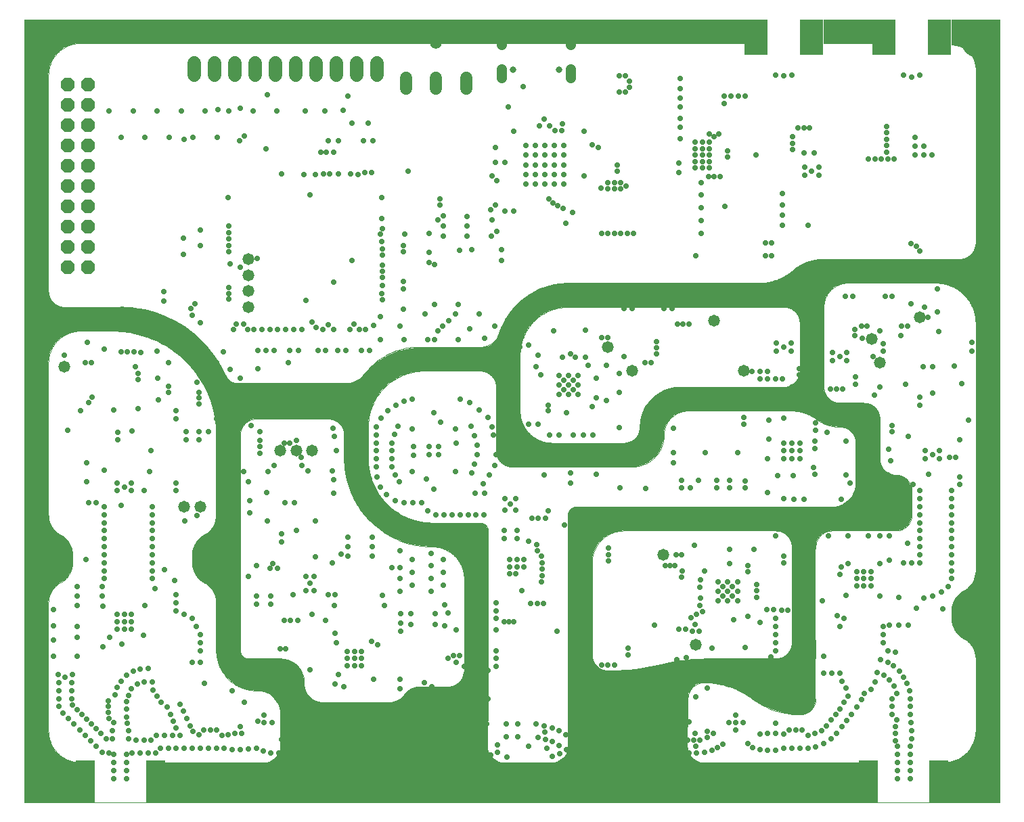
<source format=gbr>
G04 EAGLE Gerber RS-274X export*
G75*
%MOMM*%
%FSLAX34Y34*%
%LPD*%
%INSoldermask Bottom*%
%IPPOS*%
%AMOC8*
5,1,8,0,0,1.08239X$1,22.5*%
G01*
%ADD10C,0.000000*%
%ADD11C,1.473200*%
%ADD12R,2.870200X4.394200*%
%ADD13C,1.311200*%
%ADD14C,0.803200*%
%ADD15C,1.727200*%
%ADD16P,1.869504X8X112.500000*%
%ADD17C,1.511200*%
%ADD18C,1.403200*%
%ADD19R,2.489200X5.283200*%
%ADD20C,0.703200*%
%ADD21C,4.703200*%

G36*
X123588Y569283D02*
X123588Y569283D01*
X137028Y567154D01*
X150171Y563633D01*
X162874Y558756D01*
X174997Y552579D01*
X186409Y545168D01*
X196984Y536605D01*
X206605Y526983D01*
X215168Y516409D01*
X222579Y504997D01*
X228756Y492874D01*
X233633Y480171D01*
X237154Y467028D01*
X239283Y453588D01*
X239995Y440000D01*
X239995Y340000D01*
X239737Y336184D01*
X238967Y332438D01*
X237700Y328830D01*
X235958Y325425D01*
X233773Y322286D01*
X231186Y319470D01*
X228243Y317028D01*
X224997Y315004D01*
X221752Y312980D01*
X221751Y312980D01*
X218807Y310538D01*
X218807Y310537D01*
X216219Y307720D01*
X214034Y304580D01*
X214033Y304580D01*
X212291Y301174D01*
X211023Y297565D01*
X211024Y297564D01*
X211023Y297564D01*
X210253Y293817D01*
X210254Y293817D01*
X210253Y293817D01*
X209995Y290000D01*
X209995Y280000D01*
X210253Y276183D01*
X210254Y276183D01*
X210253Y276183D01*
X211023Y272436D01*
X211024Y272436D01*
X211023Y272435D01*
X212291Y268826D01*
X214033Y265420D01*
X214034Y265420D01*
X216219Y262280D01*
X218807Y259463D01*
X218807Y259462D01*
X221751Y257020D01*
X221752Y257020D01*
X224997Y254996D01*
X228243Y252972D01*
X231186Y250530D01*
X233773Y247714D01*
X235958Y244575D01*
X237700Y241170D01*
X238967Y237562D01*
X239737Y233816D01*
X239995Y230000D01*
X239995Y170000D01*
X240423Y163473D01*
X241699Y157058D01*
X241699Y157057D01*
X243801Y150864D01*
X243802Y150864D01*
X246694Y144998D01*
X246695Y144998D01*
X246695Y144997D01*
X250328Y139559D01*
X250329Y139559D01*
X254641Y134641D01*
X259559Y130329D01*
X259559Y130328D01*
X264997Y126695D01*
X264998Y126695D01*
X264998Y126694D01*
X270864Y123802D01*
X270864Y123801D01*
X277057Y121699D01*
X277058Y121699D01*
X283473Y120423D01*
X290000Y119995D01*
X294269Y119690D01*
X298451Y118780D01*
X302460Y117284D01*
X306216Y115233D01*
X309643Y112669D01*
X312669Y109643D01*
X315233Y106216D01*
X317284Y102460D01*
X318780Y98451D01*
X319690Y94269D01*
X319995Y90000D01*
X319995Y50000D01*
X319994Y49991D01*
X319980Y49807D01*
X319979Y49797D01*
X319965Y49613D01*
X319964Y49603D01*
X319949Y49419D01*
X319949Y49409D01*
X319934Y49226D01*
X319934Y49225D01*
X319933Y49216D01*
X319919Y49032D01*
X319918Y49022D01*
X319904Y48838D01*
X319903Y48828D01*
X319888Y48644D01*
X319888Y48634D01*
X319873Y48450D01*
X319872Y48440D01*
X319858Y48257D01*
X319857Y48247D01*
X319843Y48063D01*
X319842Y48053D01*
X319827Y47869D01*
X319827Y47859D01*
X319812Y47675D01*
X319811Y47665D01*
X319797Y47482D01*
X319797Y47481D01*
X319796Y47472D01*
X319782Y47288D01*
X319781Y47278D01*
X319766Y47094D01*
X319766Y47084D01*
X319751Y46900D01*
X319750Y46890D01*
X319749Y46872D01*
X319016Y43821D01*
X317816Y40922D01*
X316176Y38247D01*
X314139Y35861D01*
X311753Y33824D01*
X309078Y32184D01*
X306179Y30984D01*
X303128Y30251D01*
X302851Y30229D01*
X302535Y30205D01*
X302220Y30180D01*
X301778Y30145D01*
X301462Y30120D01*
X301146Y30095D01*
X300831Y30070D01*
X300515Y30046D01*
X300199Y30021D01*
X300000Y30005D01*
X170000Y30005D01*
X169995Y30001D01*
X169995Y30000D01*
X169995Y-20000D01*
X169999Y-20005D01*
X170000Y-20005D01*
X1050000Y-20005D01*
X1050005Y-20001D01*
X1050005Y-20000D01*
X1050005Y30000D01*
X1050001Y30005D01*
X1050000Y30005D01*
X850000Y30005D01*
X849748Y30025D01*
X849432Y30050D01*
X849117Y30075D01*
X849116Y30075D01*
X848801Y30099D01*
X848485Y30124D01*
X848359Y30134D01*
X848043Y30159D01*
X847727Y30184D01*
X847412Y30209D01*
X847096Y30234D01*
X846872Y30251D01*
X843821Y30984D01*
X840922Y32184D01*
X838247Y33824D01*
X835861Y35861D01*
X833824Y38247D01*
X832184Y40922D01*
X830984Y43821D01*
X830251Y46872D01*
X830005Y50000D01*
X830005Y110000D01*
X830011Y110083D01*
X830012Y110088D01*
X830018Y110172D01*
X830018Y110173D01*
X830018Y110177D01*
X830025Y110262D01*
X830025Y110267D01*
X830031Y110351D01*
X830032Y110356D01*
X830038Y110441D01*
X830038Y110446D01*
X830039Y110446D01*
X830038Y110446D01*
X830045Y110530D01*
X830045Y110535D01*
X830052Y110620D01*
X830058Y110709D01*
X830065Y110794D01*
X830065Y110799D01*
X830071Y110883D01*
X830072Y110888D01*
X830078Y110972D01*
X830078Y110977D01*
X830085Y111062D01*
X830085Y111067D01*
X830091Y111151D01*
X830092Y111151D01*
X830092Y111156D01*
X830098Y111241D01*
X830099Y111246D01*
X830105Y111330D01*
X830105Y111335D01*
X830112Y111420D01*
X830118Y111504D01*
X830118Y111509D01*
X830125Y111594D01*
X830125Y111598D01*
X830125Y111599D01*
X830131Y111683D01*
X830132Y111688D01*
X830138Y111772D01*
X830139Y111777D01*
X830145Y111862D01*
X830145Y111867D01*
X830152Y111951D01*
X830152Y111956D01*
X830158Y112041D01*
X830159Y112046D01*
X830165Y112130D01*
X830172Y112220D01*
X830178Y112304D01*
X830178Y112309D01*
X830185Y112394D01*
X830185Y112398D01*
X830185Y112399D01*
X830192Y112483D01*
X830192Y112488D01*
X830198Y112572D01*
X830199Y112577D01*
X830205Y112662D01*
X830205Y112667D01*
X830212Y112751D01*
X830212Y112756D01*
X830218Y112841D01*
X830225Y112930D01*
X830231Y113015D01*
X830232Y113020D01*
X830238Y113104D01*
X830239Y113109D01*
X830240Y113132D01*
X830965Y116188D01*
X832161Y119093D01*
X833799Y121773D01*
X835838Y124162D01*
X838227Y126201D01*
X840907Y127839D01*
X843812Y129035D01*
X846868Y129760D01*
X850000Y129995D01*
X860698Y129385D01*
X871271Y127648D01*
X881601Y124803D01*
X891572Y120881D01*
X901073Y115927D01*
X909997Y109996D01*
X918997Y103996D01*
X918998Y103996D01*
X926374Y100020D01*
X926375Y100020D01*
X934059Y96678D01*
X934060Y96678D01*
X941998Y93995D01*
X941999Y93995D01*
X951192Y91780D01*
X960554Y90442D01*
X970000Y89995D01*
X973129Y90241D01*
X973129Y90242D01*
X973130Y90241D01*
X976182Y90974D01*
X976182Y90975D01*
X976182Y90974D01*
X979082Y92175D01*
X979082Y92176D01*
X981758Y93815D01*
X981758Y93816D01*
X981759Y93816D01*
X984145Y95854D01*
X984145Y95855D01*
X984146Y95855D01*
X986184Y98241D01*
X986184Y98242D01*
X986185Y98242D01*
X987824Y100918D01*
X987825Y100918D01*
X989026Y103818D01*
X989026Y103819D01*
X989759Y106870D01*
X989758Y106871D01*
X989759Y106871D01*
X989763Y106928D01*
X989764Y106938D01*
X989778Y107122D01*
X989779Y107122D01*
X989779Y107132D01*
X989794Y107315D01*
X989795Y107325D01*
X989809Y107509D01*
X989810Y107519D01*
X989824Y107703D01*
X989825Y107713D01*
X989839Y107897D01*
X989840Y107897D01*
X989840Y107907D01*
X989855Y108091D01*
X989856Y108101D01*
X989870Y108284D01*
X989871Y108294D01*
X989885Y108478D01*
X989886Y108488D01*
X989900Y108672D01*
X989901Y108672D01*
X989901Y108682D01*
X989916Y108866D01*
X989930Y109050D01*
X989931Y109059D01*
X989931Y109060D01*
X989945Y109243D01*
X989946Y109253D01*
X989961Y109437D01*
X989961Y109447D01*
X989962Y109447D01*
X989976Y109631D01*
X989977Y109641D01*
X989991Y109825D01*
X989992Y109835D01*
X990005Y110000D01*
X990005Y300000D01*
X990251Y303128D01*
X990984Y306179D01*
X992184Y309078D01*
X993824Y311753D01*
X995861Y314139D01*
X998247Y316176D01*
X1000922Y317816D01*
X1003821Y319016D01*
X1006872Y319749D01*
X1010000Y319995D01*
X1090000Y319995D01*
X1093129Y320241D01*
X1093129Y320242D01*
X1093130Y320241D01*
X1096182Y320974D01*
X1096182Y320975D01*
X1096182Y320974D01*
X1099082Y322175D01*
X1099082Y322176D01*
X1101758Y323815D01*
X1101758Y323816D01*
X1101759Y323816D01*
X1104145Y325854D01*
X1104145Y325855D01*
X1104146Y325855D01*
X1106184Y328241D01*
X1106184Y328242D01*
X1106185Y328242D01*
X1107824Y330918D01*
X1107825Y330918D01*
X1109026Y333818D01*
X1109026Y333819D01*
X1109759Y336870D01*
X1109758Y336870D01*
X1109759Y336871D01*
X1110005Y340000D01*
X1110005Y370000D01*
X1109759Y373129D01*
X1109758Y373129D01*
X1109759Y373130D01*
X1109026Y376182D01*
X1107825Y379082D01*
X1107824Y379082D01*
X1106185Y381758D01*
X1106184Y381758D01*
X1106184Y381759D01*
X1104146Y384145D01*
X1104145Y384145D01*
X1104145Y384146D01*
X1101759Y386184D01*
X1101758Y386184D01*
X1101758Y386185D01*
X1099082Y387824D01*
X1099082Y387825D01*
X1096182Y389026D01*
X1093130Y389759D01*
X1093129Y389758D01*
X1093129Y389759D01*
X1093066Y389764D01*
X1092940Y389774D01*
X1092624Y389798D01*
X1092309Y389823D01*
X1091993Y389848D01*
X1091677Y389873D01*
X1091362Y389898D01*
X1091046Y389923D01*
X1090730Y389948D01*
X1090415Y389972D01*
X1090099Y389997D01*
X1090000Y390005D01*
X1089783Y390022D01*
X1089657Y390032D01*
X1089341Y390057D01*
X1089026Y390082D01*
X1088710Y390107D01*
X1088394Y390131D01*
X1088079Y390156D01*
X1088078Y390156D01*
X1087763Y390181D01*
X1087447Y390206D01*
X1087131Y390231D01*
X1086872Y390251D01*
X1083821Y390984D01*
X1080922Y392184D01*
X1078247Y393824D01*
X1075861Y395861D01*
X1073824Y398247D01*
X1072184Y400922D01*
X1070984Y403821D01*
X1070251Y406872D01*
X1070005Y410000D01*
X1070005Y460000D01*
X1069759Y463129D01*
X1069758Y463129D01*
X1069759Y463130D01*
X1069026Y466182D01*
X1067825Y469082D01*
X1067824Y469082D01*
X1066185Y471758D01*
X1066184Y471758D01*
X1066184Y471759D01*
X1064146Y474145D01*
X1064145Y474145D01*
X1064145Y474146D01*
X1061759Y476184D01*
X1061758Y476184D01*
X1061758Y476185D01*
X1059082Y477824D01*
X1059082Y477825D01*
X1056182Y479026D01*
X1053130Y479759D01*
X1053129Y479758D01*
X1053129Y479759D01*
X1052890Y479778D01*
X1052574Y479802D01*
X1052259Y479827D01*
X1051943Y479852D01*
X1051627Y479877D01*
X1051312Y479902D01*
X1050996Y479927D01*
X1050870Y479937D01*
X1050554Y479961D01*
X1050238Y479986D01*
X1050000Y480005D01*
X1020000Y480005D01*
X1019923Y480011D01*
X1019607Y480036D01*
X1019291Y480061D01*
X1018976Y480086D01*
X1018660Y480110D01*
X1018344Y480135D01*
X1018028Y480160D01*
X1017713Y480185D01*
X1017587Y480195D01*
X1017586Y480195D01*
X1017271Y480220D01*
X1016955Y480245D01*
X1016872Y480251D01*
X1013821Y480984D01*
X1010922Y482184D01*
X1008247Y483824D01*
X1005861Y485861D01*
X1003824Y488247D01*
X1002184Y490922D01*
X1000984Y493821D01*
X1000251Y496872D01*
X1000005Y500000D01*
X1000005Y600000D01*
X1000310Y604269D01*
X1001220Y608451D01*
X1002716Y612460D01*
X1004767Y616216D01*
X1007331Y619643D01*
X1010357Y622669D01*
X1013784Y625233D01*
X1017540Y627284D01*
X1021549Y628780D01*
X1025731Y629690D01*
X1030000Y629995D01*
X1140000Y629995D01*
X1146526Y629567D01*
X1152940Y628292D01*
X1159132Y626189D01*
X1164997Y623297D01*
X1170435Y619664D01*
X1175352Y615352D01*
X1179664Y610435D01*
X1183297Y604997D01*
X1186189Y599132D01*
X1188292Y592940D01*
X1189567Y586526D01*
X1189995Y580000D01*
X1189995Y270000D01*
X1189737Y266184D01*
X1188967Y262438D01*
X1187700Y258830D01*
X1185958Y255425D01*
X1183773Y252286D01*
X1181186Y249470D01*
X1178243Y247028D01*
X1174997Y245004D01*
X1171752Y242980D01*
X1171751Y242980D01*
X1168807Y240538D01*
X1168807Y240537D01*
X1166219Y237720D01*
X1164034Y234580D01*
X1164033Y234580D01*
X1162291Y231174D01*
X1161023Y227565D01*
X1161024Y227565D01*
X1161023Y227564D01*
X1160253Y223817D01*
X1160254Y223817D01*
X1160253Y223817D01*
X1159995Y220000D01*
X1159995Y210000D01*
X1160253Y206183D01*
X1160254Y206183D01*
X1160253Y206183D01*
X1161023Y202436D01*
X1161024Y202436D01*
X1161023Y202435D01*
X1162291Y198826D01*
X1164033Y195420D01*
X1164034Y195420D01*
X1166219Y192280D01*
X1168807Y189463D01*
X1168807Y189462D01*
X1171751Y187020D01*
X1171752Y187020D01*
X1174997Y184996D01*
X1178243Y182972D01*
X1181186Y180530D01*
X1183773Y177714D01*
X1185958Y174575D01*
X1187700Y171170D01*
X1188967Y167562D01*
X1189737Y163816D01*
X1189995Y160000D01*
X1189995Y70000D01*
X1189653Y64780D01*
X1188632Y59649D01*
X1186951Y54695D01*
X1184637Y50003D01*
X1181730Y45652D01*
X1178281Y41719D01*
X1174348Y38270D01*
X1169997Y35363D01*
X1165305Y33049D01*
X1160351Y31368D01*
X1155220Y30347D01*
X1155175Y30344D01*
X1155099Y30339D01*
X1155023Y30334D01*
X1154948Y30329D01*
X1154947Y30329D01*
X1154872Y30324D01*
X1154796Y30319D01*
X1154720Y30314D01*
X1154644Y30309D01*
X1154569Y30304D01*
X1154568Y30304D01*
X1154493Y30299D01*
X1154417Y30295D01*
X1154341Y30290D01*
X1154265Y30285D01*
X1154190Y30280D01*
X1154189Y30280D01*
X1154114Y30275D01*
X1154038Y30270D01*
X1153962Y30265D01*
X1153886Y30260D01*
X1153810Y30255D01*
X1153735Y30250D01*
X1153659Y30245D01*
X1153583Y30240D01*
X1153507Y30235D01*
X1153431Y30230D01*
X1153356Y30225D01*
X1153280Y30220D01*
X1153204Y30215D01*
X1153128Y30210D01*
X1153052Y30205D01*
X1152977Y30200D01*
X1152976Y30200D01*
X1152901Y30195D01*
X1152825Y30190D01*
X1152749Y30185D01*
X1152673Y30180D01*
X1152598Y30175D01*
X1152597Y30175D01*
X1152522Y30170D01*
X1152446Y30165D01*
X1152370Y30160D01*
X1152294Y30155D01*
X1152219Y30150D01*
X1152218Y30150D01*
X1152143Y30145D01*
X1152067Y30140D01*
X1151991Y30136D01*
X1151915Y30131D01*
X1151840Y30126D01*
X1151839Y30126D01*
X1151764Y30121D01*
X1151688Y30116D01*
X1151612Y30111D01*
X1151536Y30106D01*
X1151461Y30101D01*
X1151460Y30101D01*
X1151385Y30096D01*
X1151309Y30091D01*
X1151233Y30086D01*
X1151157Y30081D01*
X1151081Y30076D01*
X1151006Y30071D01*
X1150930Y30066D01*
X1150854Y30061D01*
X1150778Y30056D01*
X1150702Y30051D01*
X1150627Y30046D01*
X1150551Y30041D01*
X1150475Y30036D01*
X1150399Y30031D01*
X1150323Y30026D01*
X1150248Y30021D01*
X1150247Y30021D01*
X1150172Y30016D01*
X1150096Y30011D01*
X1150020Y30006D01*
X1150000Y30005D01*
X1149995Y30000D01*
X1149995Y-20000D01*
X1149999Y-20005D01*
X1150000Y-20005D01*
X1220000Y-20005D01*
X1220005Y-20001D01*
X1220005Y-20000D01*
X1220005Y960000D01*
X1220001Y960005D01*
X1220000Y960005D01*
X1160000Y960005D01*
X1159995Y960001D01*
X1159995Y960000D01*
X1159995Y928000D01*
X1159999Y927995D01*
X1160000Y927995D01*
X1164269Y927690D01*
X1168451Y926780D01*
X1172460Y925284D01*
X1176216Y923233D01*
X1179643Y920669D01*
X1182669Y917643D01*
X1185233Y914216D01*
X1187284Y910460D01*
X1188780Y906451D01*
X1189690Y902269D01*
X1189995Y898000D01*
X1189995Y680000D01*
X1189749Y676872D01*
X1189016Y673821D01*
X1187816Y670922D01*
X1186176Y668247D01*
X1184139Y665861D01*
X1181753Y663824D01*
X1179078Y662184D01*
X1176179Y660984D01*
X1173128Y660251D01*
X1170000Y660005D01*
X1000000Y660005D01*
X999985Y660004D01*
X999984Y660004D01*
X999902Y659999D01*
X999901Y659999D01*
X999819Y659994D01*
X999818Y659994D01*
X999736Y659989D01*
X999735Y659989D01*
X999653Y659984D01*
X999652Y659984D01*
X999570Y659979D01*
X999569Y659979D01*
X999487Y659974D01*
X999486Y659974D01*
X999404Y659969D01*
X999403Y659969D01*
X999321Y659964D01*
X999320Y659964D01*
X999238Y659959D01*
X999237Y659959D01*
X999155Y659954D01*
X999154Y659954D01*
X999072Y659949D01*
X999071Y659949D01*
X998989Y659944D01*
X998988Y659944D01*
X998906Y659939D01*
X998905Y659939D01*
X998823Y659935D01*
X998822Y659935D01*
X998740Y659930D01*
X998739Y659930D01*
X998657Y659925D01*
X998656Y659925D01*
X998574Y659920D01*
X998573Y659920D01*
X998491Y659915D01*
X998490Y659915D01*
X998408Y659910D01*
X998407Y659910D01*
X998325Y659905D01*
X998324Y659905D01*
X998242Y659900D01*
X998241Y659900D01*
X998159Y659895D01*
X998158Y659895D01*
X998076Y659890D01*
X998075Y659890D01*
X997993Y659885D01*
X997992Y659885D01*
X997910Y659880D01*
X997909Y659880D01*
X997827Y659875D01*
X997826Y659875D01*
X997744Y659870D01*
X997743Y659870D01*
X997661Y659865D01*
X997660Y659865D01*
X997578Y659860D01*
X997577Y659860D01*
X997495Y659855D01*
X997494Y659855D01*
X997412Y659850D01*
X997411Y659850D01*
X997329Y659845D01*
X997328Y659845D01*
X997246Y659840D01*
X997245Y659840D01*
X997163Y659835D01*
X997162Y659835D01*
X997080Y659830D01*
X997079Y659830D01*
X996997Y659825D01*
X996914Y659820D01*
X996831Y659815D01*
X996748Y659810D01*
X996665Y659805D01*
X996582Y659800D01*
X996499Y659795D01*
X996416Y659790D01*
X996333Y659785D01*
X996250Y659780D01*
X996167Y659776D01*
X996084Y659771D01*
X996001Y659766D01*
X995918Y659761D01*
X995835Y659756D01*
X995752Y659751D01*
X995669Y659746D01*
X995586Y659741D01*
X995503Y659736D01*
X995420Y659731D01*
X995337Y659726D01*
X995254Y659721D01*
X995171Y659716D01*
X995088Y659711D01*
X995005Y659706D01*
X994922Y659701D01*
X994839Y659696D01*
X994756Y659691D01*
X994673Y659686D01*
X994590Y659681D01*
X994507Y659676D01*
X994424Y659671D01*
X994341Y659666D01*
X994258Y659661D01*
X994175Y659656D01*
X994092Y659651D01*
X994009Y659646D01*
X993926Y659641D01*
X993843Y659636D01*
X993760Y659631D01*
X993677Y659626D01*
X993594Y659621D01*
X993511Y659617D01*
X993428Y659612D01*
X993345Y659607D01*
X993262Y659602D01*
X993179Y659597D01*
X993096Y659592D01*
X993013Y659587D01*
X992930Y659582D01*
X992847Y659577D01*
X992764Y659572D01*
X992742Y659570D01*
X992741Y659570D01*
X985587Y658273D01*
X978639Y656131D01*
X978638Y656131D01*
X971995Y653176D01*
X971994Y653176D01*
X965751Y649449D01*
X959997Y645004D01*
X954243Y640559D01*
X948001Y636833D01*
X941358Y633878D01*
X934411Y631737D01*
X927257Y630439D01*
X927183Y630435D01*
X927100Y630430D01*
X927017Y630425D01*
X926934Y630420D01*
X926851Y630415D01*
X926768Y630410D01*
X926685Y630405D01*
X926602Y630400D01*
X926519Y630395D01*
X926436Y630390D01*
X926353Y630385D01*
X926270Y630380D01*
X926187Y630375D01*
X926104Y630370D01*
X926021Y630365D01*
X925938Y630361D01*
X925855Y630356D01*
X925772Y630351D01*
X925689Y630346D01*
X925606Y630341D01*
X925523Y630336D01*
X925440Y630331D01*
X925357Y630326D01*
X925274Y630321D01*
X925191Y630316D01*
X925108Y630311D01*
X925025Y630306D01*
X924942Y630301D01*
X924859Y630296D01*
X924776Y630291D01*
X924693Y630286D01*
X924610Y630281D01*
X924527Y630276D01*
X924444Y630271D01*
X924361Y630266D01*
X924278Y630261D01*
X924195Y630256D01*
X924112Y630251D01*
X924029Y630246D01*
X923946Y630241D01*
X923863Y630236D01*
X923780Y630231D01*
X923697Y630226D01*
X923614Y630221D01*
X923531Y630216D01*
X923448Y630211D01*
X923365Y630206D01*
X923282Y630202D01*
X923200Y630197D01*
X923199Y630197D01*
X923117Y630192D01*
X923116Y630192D01*
X923034Y630187D01*
X923033Y630187D01*
X922951Y630182D01*
X922950Y630182D01*
X922868Y630177D01*
X922867Y630177D01*
X922785Y630172D01*
X922784Y630172D01*
X922702Y630167D01*
X922701Y630167D01*
X922619Y630162D01*
X922618Y630162D01*
X922536Y630157D01*
X922535Y630157D01*
X922453Y630152D01*
X922452Y630152D01*
X922370Y630147D01*
X922369Y630147D01*
X922287Y630142D01*
X922286Y630142D01*
X922204Y630137D01*
X922203Y630137D01*
X922121Y630132D01*
X922120Y630132D01*
X922038Y630127D01*
X922037Y630127D01*
X921955Y630122D01*
X921954Y630122D01*
X921872Y630117D01*
X921871Y630117D01*
X921789Y630112D01*
X921788Y630112D01*
X921706Y630107D01*
X921705Y630107D01*
X921623Y630102D01*
X921622Y630102D01*
X921540Y630097D01*
X921539Y630097D01*
X921457Y630092D01*
X921456Y630092D01*
X921374Y630087D01*
X921373Y630087D01*
X921291Y630082D01*
X921290Y630082D01*
X921208Y630077D01*
X921207Y630077D01*
X921125Y630072D01*
X921124Y630072D01*
X921042Y630067D01*
X921041Y630067D01*
X920959Y630062D01*
X920958Y630062D01*
X920876Y630057D01*
X920875Y630057D01*
X920793Y630052D01*
X920792Y630052D01*
X920710Y630047D01*
X920709Y630047D01*
X920627Y630043D01*
X920626Y630043D01*
X920544Y630038D01*
X920543Y630038D01*
X920461Y630033D01*
X920460Y630033D01*
X920378Y630028D01*
X920377Y630028D01*
X920295Y630023D01*
X920294Y630023D01*
X920212Y630018D01*
X920211Y630018D01*
X920129Y630013D01*
X920128Y630013D01*
X920046Y630008D01*
X920045Y630008D01*
X920000Y630005D01*
X680000Y630005D01*
X679977Y630004D01*
X679885Y629999D01*
X679793Y629994D01*
X679702Y629989D01*
X679701Y629989D01*
X679610Y629984D01*
X679609Y629984D01*
X679518Y629979D01*
X679426Y629974D01*
X679334Y629969D01*
X679242Y629964D01*
X679151Y629959D01*
X679150Y629959D01*
X679059Y629954D01*
X679058Y629954D01*
X678967Y629949D01*
X678966Y629949D01*
X678875Y629944D01*
X678783Y629939D01*
X678691Y629934D01*
X678599Y629929D01*
X678508Y629924D01*
X678507Y629924D01*
X678416Y629919D01*
X678415Y629919D01*
X678324Y629914D01*
X678232Y629909D01*
X678140Y629904D01*
X678048Y629899D01*
X677956Y629894D01*
X677865Y629889D01*
X677864Y629889D01*
X677773Y629885D01*
X677772Y629885D01*
X677772Y629884D01*
X677681Y629880D01*
X677589Y629875D01*
X677497Y629870D01*
X677405Y629865D01*
X677313Y629860D01*
X677222Y629855D01*
X677221Y629855D01*
X677130Y629850D01*
X677129Y629850D01*
X677038Y629845D01*
X676946Y629840D01*
X676854Y629835D01*
X676762Y629830D01*
X676670Y629825D01*
X676579Y629820D01*
X676578Y629820D01*
X676487Y629815D01*
X676486Y629815D01*
X676395Y629810D01*
X676303Y629805D01*
X676211Y629800D01*
X676119Y629795D01*
X676027Y629790D01*
X675936Y629785D01*
X675935Y629785D01*
X675844Y629780D01*
X675843Y629780D01*
X675752Y629775D01*
X675660Y629770D01*
X675568Y629765D01*
X675476Y629760D01*
X675384Y629755D01*
X675293Y629750D01*
X675292Y629750D01*
X675201Y629745D01*
X675200Y629745D01*
X675109Y629740D01*
X675017Y629735D01*
X674925Y629730D01*
X674833Y629726D01*
X674833Y629725D01*
X674741Y629721D01*
X674650Y629716D01*
X674649Y629716D01*
X674558Y629711D01*
X674557Y629711D01*
X674466Y629706D01*
X674374Y629701D01*
X674282Y629696D01*
X674190Y629691D01*
X674098Y629686D01*
X674007Y629681D01*
X674006Y629681D01*
X673915Y629676D01*
X673914Y629676D01*
X673823Y629671D01*
X673731Y629666D01*
X673639Y629661D01*
X673547Y629656D01*
X673456Y629651D01*
X673455Y629651D01*
X673364Y629646D01*
X673363Y629646D01*
X673272Y629641D01*
X673271Y629641D01*
X673180Y629636D01*
X673088Y629631D01*
X672996Y629626D01*
X672904Y629621D01*
X672813Y629616D01*
X672812Y629616D01*
X672721Y629611D01*
X672720Y629611D01*
X672629Y629606D01*
X672628Y629606D01*
X672537Y629601D01*
X672445Y629596D01*
X672353Y629591D01*
X672261Y629586D01*
X672170Y629581D01*
X672169Y629581D01*
X672078Y629576D01*
X672077Y629576D01*
X671986Y629571D01*
X671894Y629567D01*
X671894Y629566D01*
X671802Y629562D01*
X671710Y629557D01*
X671618Y629552D01*
X671527Y629547D01*
X671526Y629547D01*
X671435Y629542D01*
X671434Y629542D01*
X671343Y629537D01*
X671251Y629532D01*
X671159Y629527D01*
X671067Y629522D01*
X670975Y629517D01*
X670884Y629512D01*
X670883Y629512D01*
X670792Y629507D01*
X670791Y629507D01*
X670700Y629502D01*
X670608Y629497D01*
X670516Y629492D01*
X670424Y629487D01*
X670332Y629482D01*
X670241Y629477D01*
X670240Y629477D01*
X670219Y629476D01*
X660552Y627895D01*
X651112Y625280D01*
X642010Y621662D01*
X642009Y621662D01*
X633350Y617084D01*
X633350Y617083D01*
X633350Y617084D01*
X625235Y611598D01*
X625235Y611597D01*
X617759Y605268D01*
X611010Y598170D01*
X611010Y598169D01*
X611009Y598169D01*
X605065Y590384D01*
X605066Y590384D01*
X605065Y590384D01*
X599996Y582003D01*
X599996Y582002D01*
X597321Y576581D01*
X594995Y571002D01*
X591995Y563002D01*
X590716Y560212D01*
X589029Y557648D01*
X586974Y555369D01*
X584599Y553426D01*
X581957Y551865D01*
X579109Y550721D01*
X576121Y550021D01*
X573061Y549780D01*
X573021Y549783D01*
X572953Y549788D01*
X572886Y549793D01*
X572818Y549798D01*
X572750Y549803D01*
X572682Y549808D01*
X572615Y549813D01*
X572547Y549818D01*
X572479Y549823D01*
X572412Y549828D01*
X572344Y549833D01*
X572276Y549838D01*
X572209Y549843D01*
X572141Y549848D01*
X572073Y549853D01*
X572005Y549858D01*
X571938Y549863D01*
X571870Y549868D01*
X571802Y549873D01*
X571735Y549878D01*
X571667Y549883D01*
X571599Y549888D01*
X571532Y549893D01*
X571464Y549898D01*
X571396Y549903D01*
X571328Y549908D01*
X571261Y549912D01*
X571193Y549917D01*
X571125Y549922D01*
X571058Y549927D01*
X570990Y549932D01*
X570922Y549937D01*
X570855Y549942D01*
X570787Y549947D01*
X570719Y549952D01*
X570651Y549957D01*
X570584Y549962D01*
X570516Y549967D01*
X570448Y549972D01*
X570381Y549977D01*
X570313Y549982D01*
X570245Y549987D01*
X570178Y549992D01*
X570110Y549997D01*
X570042Y550002D01*
X570000Y550005D01*
X500000Y550005D01*
X499944Y550002D01*
X499943Y550002D01*
X499853Y549997D01*
X499762Y549992D01*
X499671Y549987D01*
X499581Y549982D01*
X499580Y549982D01*
X499490Y549977D01*
X499489Y549977D01*
X499399Y549972D01*
X499308Y549967D01*
X499217Y549962D01*
X499127Y549957D01*
X499126Y549957D01*
X499036Y549952D01*
X499035Y549952D01*
X498945Y549947D01*
X498854Y549942D01*
X498763Y549937D01*
X498673Y549932D01*
X498672Y549932D01*
X498582Y549927D01*
X498581Y549927D01*
X498491Y549922D01*
X498400Y549917D01*
X498309Y549912D01*
X498219Y549908D01*
X498218Y549908D01*
X498128Y549903D01*
X498127Y549903D01*
X498037Y549898D01*
X497946Y549893D01*
X497855Y549888D01*
X497765Y549883D01*
X497764Y549883D01*
X497674Y549878D01*
X497673Y549878D01*
X497583Y549873D01*
X497492Y549868D01*
X497401Y549863D01*
X497311Y549858D01*
X497310Y549858D01*
X497220Y549853D01*
X497219Y549853D01*
X497129Y549848D01*
X497038Y549843D01*
X496947Y549838D01*
X496857Y549833D01*
X496856Y549833D01*
X496766Y549828D01*
X496765Y549828D01*
X496675Y549823D01*
X496584Y549818D01*
X496493Y549813D01*
X496403Y549808D01*
X496402Y549808D01*
X496312Y549803D01*
X496221Y549798D01*
X496130Y549793D01*
X496039Y549788D01*
X495949Y549783D01*
X495948Y549783D01*
X495858Y549778D01*
X495767Y549773D01*
X495676Y549768D01*
X495585Y549763D01*
X495495Y549758D01*
X495494Y549758D01*
X495404Y549753D01*
X495313Y549749D01*
X495313Y549748D01*
X495222Y549744D01*
X495131Y549739D01*
X495041Y549734D01*
X495040Y549734D01*
X494950Y549729D01*
X494859Y549724D01*
X494768Y549719D01*
X494677Y549714D01*
X494587Y549709D01*
X494586Y549709D01*
X494496Y549704D01*
X494405Y549699D01*
X494314Y549694D01*
X494223Y549689D01*
X494133Y549684D01*
X494132Y549684D01*
X494042Y549679D01*
X493951Y549674D01*
X493860Y549669D01*
X493769Y549664D01*
X493679Y549659D01*
X493678Y549659D01*
X493588Y549654D01*
X493497Y549649D01*
X493406Y549644D01*
X493315Y549639D01*
X493225Y549634D01*
X493224Y549634D01*
X493134Y549629D01*
X493043Y549624D01*
X492952Y549619D01*
X492861Y549614D01*
X492771Y549609D01*
X492770Y549609D01*
X492680Y549604D01*
X492589Y549599D01*
X492498Y549594D01*
X492407Y549590D01*
X492407Y549589D01*
X492317Y549585D01*
X492316Y549585D01*
X492226Y549580D01*
X492135Y549575D01*
X492044Y549570D01*
X491953Y549565D01*
X491863Y549560D01*
X491862Y549560D01*
X491772Y549555D01*
X491681Y549550D01*
X491590Y549545D01*
X491499Y549540D01*
X491409Y549535D01*
X491408Y549535D01*
X491318Y549530D01*
X491227Y549525D01*
X491136Y549520D01*
X491045Y549515D01*
X490955Y549510D01*
X490954Y549510D01*
X490864Y549505D01*
X490773Y549500D01*
X490682Y549495D01*
X490591Y549490D01*
X490501Y549485D01*
X490500Y549485D01*
X490410Y549480D01*
X490319Y549475D01*
X490228Y549470D01*
X490137Y549465D01*
X490047Y549460D01*
X490046Y549460D01*
X489956Y549455D01*
X489865Y549450D01*
X489774Y549445D01*
X489683Y549440D01*
X489593Y549435D01*
X489592Y549435D01*
X489502Y549431D01*
X489502Y549430D01*
X489411Y549426D01*
X489320Y549421D01*
X489229Y549416D01*
X489139Y549411D01*
X489138Y549411D01*
X489050Y549406D01*
X478231Y547615D01*
X478230Y547615D01*
X467671Y544655D01*
X457498Y540560D01*
X447832Y535380D01*
X447832Y535379D01*
X438790Y529175D01*
X438789Y529175D01*
X430478Y522022D01*
X430478Y522021D01*
X430477Y522021D01*
X422996Y514003D01*
X420362Y511294D01*
X417351Y509012D01*
X414032Y507206D01*
X410480Y505919D01*
X406774Y505180D01*
X406749Y505179D01*
X406642Y505174D01*
X406535Y505169D01*
X406534Y505169D01*
X406428Y505164D01*
X406427Y505164D01*
X406321Y505159D01*
X406320Y505159D01*
X406213Y505154D01*
X406106Y505149D01*
X405999Y505144D01*
X405892Y505139D01*
X405891Y505139D01*
X405785Y505134D01*
X405784Y505134D01*
X405678Y505129D01*
X405677Y505129D01*
X405570Y505124D01*
X405463Y505119D01*
X405356Y505114D01*
X405249Y505109D01*
X405248Y505109D01*
X405142Y505104D01*
X405141Y505104D01*
X405035Y505099D01*
X405034Y505099D01*
X404927Y505094D01*
X404820Y505089D01*
X404713Y505084D01*
X404606Y505079D01*
X404605Y505079D01*
X404499Y505074D01*
X404498Y505074D01*
X404392Y505070D01*
X404391Y505070D01*
X404391Y505069D01*
X404284Y505065D01*
X404177Y505060D01*
X404070Y505055D01*
X403963Y505050D01*
X403962Y505050D01*
X403856Y505045D01*
X403855Y505045D01*
X403749Y505040D01*
X403748Y505040D01*
X403641Y505035D01*
X403534Y505030D01*
X403427Y505025D01*
X403320Y505020D01*
X403319Y505020D01*
X403213Y505015D01*
X403212Y505015D01*
X403106Y505010D01*
X403105Y505010D01*
X403000Y505005D01*
X265000Y505005D01*
X262587Y505218D01*
X260248Y505850D01*
X258056Y506882D01*
X256079Y508282D01*
X254377Y510007D01*
X253004Y512002D01*
X252004Y514002D01*
X245967Y526192D01*
X245967Y526193D01*
X238808Y537759D01*
X238807Y537759D01*
X238807Y537760D01*
X230590Y548600D01*
X230589Y548600D01*
X221386Y558618D01*
X211280Y567724D01*
X211279Y567724D01*
X200360Y575836D01*
X188724Y582883D01*
X176476Y588802D01*
X176475Y588802D01*
X163724Y593540D01*
X163723Y593540D01*
X150582Y597055D01*
X137168Y599316D01*
X137157Y599317D01*
X137088Y599322D01*
X137020Y599327D01*
X136952Y599332D01*
X136883Y599337D01*
X136815Y599342D01*
X136747Y599347D01*
X136678Y599352D01*
X136610Y599357D01*
X136542Y599361D01*
X136473Y599366D01*
X136405Y599371D01*
X136337Y599376D01*
X136336Y599376D01*
X136268Y599381D01*
X136200Y599386D01*
X136131Y599391D01*
X136063Y599396D01*
X135995Y599401D01*
X135926Y599406D01*
X135858Y599411D01*
X135790Y599416D01*
X135721Y599421D01*
X135653Y599426D01*
X135585Y599431D01*
X135584Y599431D01*
X135516Y599436D01*
X135448Y599441D01*
X135379Y599446D01*
X135311Y599451D01*
X135243Y599456D01*
X135174Y599461D01*
X135106Y599466D01*
X135038Y599471D01*
X134969Y599476D01*
X134901Y599481D01*
X134833Y599486D01*
X134832Y599486D01*
X134764Y599491D01*
X134696Y599496D01*
X134627Y599501D01*
X134559Y599506D01*
X134491Y599511D01*
X134422Y599516D01*
X134354Y599520D01*
X134286Y599525D01*
X134217Y599530D01*
X134149Y599535D01*
X134081Y599540D01*
X134012Y599545D01*
X133944Y599550D01*
X133876Y599555D01*
X133875Y599555D01*
X133807Y599560D01*
X133739Y599565D01*
X133670Y599570D01*
X133602Y599575D01*
X133534Y599580D01*
X133465Y599585D01*
X133397Y599590D01*
X133329Y599595D01*
X133260Y599600D01*
X133192Y599605D01*
X133124Y599610D01*
X133123Y599610D01*
X133055Y599615D01*
X132987Y599620D01*
X132918Y599625D01*
X132850Y599630D01*
X132782Y599635D01*
X132713Y599640D01*
X132645Y599645D01*
X132577Y599650D01*
X132508Y599655D01*
X132440Y599660D01*
X132372Y599665D01*
X132303Y599670D01*
X132235Y599675D01*
X132166Y599679D01*
X132098Y599684D01*
X132030Y599689D01*
X131961Y599694D01*
X131893Y599699D01*
X131825Y599704D01*
X131756Y599709D01*
X131688Y599714D01*
X131620Y599719D01*
X131551Y599724D01*
X131483Y599729D01*
X131415Y599734D01*
X131414Y599734D01*
X131346Y599739D01*
X131278Y599744D01*
X131209Y599749D01*
X131141Y599754D01*
X131073Y599759D01*
X131004Y599764D01*
X130936Y599769D01*
X130868Y599774D01*
X130799Y599779D01*
X130731Y599784D01*
X130663Y599789D01*
X130662Y599789D01*
X130594Y599794D01*
X130526Y599799D01*
X130457Y599804D01*
X130389Y599809D01*
X130321Y599814D01*
X130252Y599819D01*
X130184Y599824D01*
X130116Y599829D01*
X130047Y599834D01*
X129979Y599838D01*
X129911Y599843D01*
X129842Y599848D01*
X129774Y599853D01*
X129705Y599858D01*
X129637Y599863D01*
X129569Y599868D01*
X129500Y599873D01*
X129432Y599878D01*
X129364Y599883D01*
X129295Y599888D01*
X129227Y599893D01*
X129159Y599898D01*
X129090Y599903D01*
X129022Y599908D01*
X128954Y599913D01*
X128953Y599913D01*
X128885Y599918D01*
X128817Y599923D01*
X128748Y599928D01*
X128680Y599933D01*
X128612Y599938D01*
X128543Y599943D01*
X128475Y599948D01*
X128407Y599953D01*
X128338Y599958D01*
X128270Y599963D01*
X128202Y599968D01*
X128201Y599968D01*
X128133Y599973D01*
X128065Y599978D01*
X127996Y599983D01*
X127928Y599988D01*
X127860Y599993D01*
X127791Y599997D01*
X127723Y600002D01*
X127655Y600007D01*
X127586Y600012D01*
X127518Y600017D01*
X127450Y600022D01*
X127381Y600027D01*
X127313Y600032D01*
X127245Y600037D01*
X127244Y600037D01*
X127176Y600042D01*
X127108Y600047D01*
X127039Y600052D01*
X126971Y600057D01*
X126903Y600062D01*
X126834Y600067D01*
X126766Y600072D01*
X126698Y600077D01*
X126629Y600082D01*
X126561Y600087D01*
X126493Y600092D01*
X126492Y600092D01*
X126424Y600097D01*
X126356Y600102D01*
X126287Y600107D01*
X126219Y600112D01*
X126151Y600117D01*
X126082Y600122D01*
X126014Y600127D01*
X125946Y600132D01*
X125877Y600137D01*
X125809Y600142D01*
X125741Y600147D01*
X125740Y600147D01*
X125672Y600152D01*
X125604Y600156D01*
X125535Y600161D01*
X125467Y600166D01*
X125399Y600171D01*
X125330Y600176D01*
X125262Y600181D01*
X125194Y600186D01*
X125125Y600191D01*
X125057Y600196D01*
X124989Y600201D01*
X124920Y600206D01*
X124852Y600211D01*
X124784Y600216D01*
X124783Y600216D01*
X124715Y600221D01*
X124647Y600226D01*
X124578Y600231D01*
X124510Y600236D01*
X124442Y600241D01*
X124373Y600246D01*
X124305Y600251D01*
X124237Y600256D01*
X124168Y600261D01*
X124100Y600266D01*
X124032Y600271D01*
X124031Y600271D01*
X123963Y600276D01*
X123895Y600281D01*
X123826Y600286D01*
X123758Y600291D01*
X123690Y600296D01*
X123621Y600301D01*
X123600Y600302D01*
X123530Y600301D01*
X123528Y600301D01*
X123302Y600296D01*
X123301Y600296D01*
X123075Y600291D01*
X123074Y600291D01*
X123073Y600291D01*
X122847Y600286D01*
X122846Y600286D01*
X122620Y600281D01*
X122619Y600281D01*
X122393Y600276D01*
X122391Y600276D01*
X122165Y600271D01*
X122164Y600271D01*
X121938Y600266D01*
X121936Y600266D01*
X121710Y600261D01*
X121709Y600261D01*
X121483Y600256D01*
X121482Y600256D01*
X121481Y600256D01*
X121255Y600251D01*
X121254Y600251D01*
X121028Y600246D01*
X121027Y600246D01*
X120801Y600241D01*
X120799Y600241D01*
X120573Y600236D01*
X120572Y600236D01*
X120346Y600231D01*
X120344Y600231D01*
X120118Y600226D01*
X120117Y600226D01*
X119891Y600221D01*
X119890Y600221D01*
X119889Y600221D01*
X119663Y600216D01*
X119662Y600216D01*
X119436Y600211D01*
X119435Y600211D01*
X119209Y600206D01*
X119207Y600206D01*
X118981Y600201D01*
X118980Y600201D01*
X118754Y600196D01*
X118752Y600196D01*
X118526Y600191D01*
X118525Y600191D01*
X118299Y600186D01*
X118298Y600186D01*
X118071Y600181D01*
X118070Y600181D01*
X117844Y600176D01*
X117843Y600176D01*
X117617Y600171D01*
X117615Y600171D01*
X117389Y600166D01*
X117388Y600166D01*
X117162Y600161D01*
X117160Y600161D01*
X116934Y600156D01*
X116933Y600156D01*
X116707Y600152D01*
X116706Y600152D01*
X116706Y600151D01*
X116479Y600147D01*
X116478Y600147D01*
X116252Y600142D01*
X116251Y600142D01*
X116025Y600137D01*
X116023Y600137D01*
X115797Y600132D01*
X115796Y600132D01*
X115570Y600127D01*
X115568Y600127D01*
X115342Y600122D01*
X115341Y600122D01*
X115115Y600117D01*
X115114Y600117D01*
X114887Y600112D01*
X114886Y600112D01*
X114660Y600107D01*
X114659Y600107D01*
X114433Y600102D01*
X114431Y600102D01*
X114205Y600097D01*
X114204Y600097D01*
X113978Y600092D01*
X113976Y600092D01*
X113750Y600087D01*
X113749Y600087D01*
X113523Y600082D01*
X113522Y600082D01*
X113295Y600077D01*
X113294Y600077D01*
X113068Y600072D01*
X113067Y600072D01*
X112841Y600067D01*
X112839Y600067D01*
X112613Y600062D01*
X112612Y600062D01*
X112386Y600057D01*
X112384Y600057D01*
X112158Y600052D01*
X112157Y600052D01*
X111931Y600047D01*
X111930Y600047D01*
X111703Y600042D01*
X111702Y600042D01*
X111476Y600037D01*
X111475Y600037D01*
X111249Y600032D01*
X111247Y600032D01*
X111021Y600027D01*
X111020Y600027D01*
X110794Y600022D01*
X110792Y600022D01*
X110566Y600017D01*
X110565Y600017D01*
X110339Y600012D01*
X110338Y600012D01*
X110111Y600007D01*
X110110Y600007D01*
X110000Y600005D01*
X50000Y600005D01*
X49982Y600006D01*
X49666Y600031D01*
X49351Y600056D01*
X49035Y600081D01*
X48719Y600106D01*
X48404Y600131D01*
X48088Y600155D01*
X47772Y600180D01*
X47457Y600205D01*
X47141Y600230D01*
X47015Y600240D01*
X46872Y600251D01*
X43821Y600984D01*
X40922Y602184D01*
X38247Y603824D01*
X35861Y605861D01*
X33824Y608247D01*
X32184Y610922D01*
X30984Y613821D01*
X30251Y616872D01*
X30005Y620000D01*
X30005Y890000D01*
X30347Y895220D01*
X31368Y900351D01*
X33049Y905305D01*
X35363Y909997D01*
X38270Y914348D01*
X41719Y918281D01*
X45652Y921730D01*
X50003Y924637D01*
X54695Y926951D01*
X59649Y928632D01*
X64780Y929653D01*
X70000Y929995D01*
X900000Y929995D01*
X900005Y929999D01*
X900005Y930000D01*
X900005Y960000D01*
X900001Y960005D01*
X900000Y960005D01*
X0Y960005D01*
X-5Y960001D01*
X-5Y960000D01*
X-5Y-20000D01*
X-1Y-20005D01*
X0Y-20005D01*
X70000Y-20005D01*
X70005Y-20001D01*
X70005Y-20000D01*
X70005Y30000D01*
X70001Y30005D01*
X70000Y30005D01*
X69980Y30006D01*
X69904Y30011D01*
X69828Y30016D01*
X69753Y30021D01*
X69752Y30021D01*
X69677Y30026D01*
X69601Y30031D01*
X69525Y30036D01*
X69449Y30041D01*
X69374Y30046D01*
X69373Y30046D01*
X69298Y30051D01*
X69222Y30056D01*
X69146Y30061D01*
X69070Y30066D01*
X68995Y30071D01*
X68994Y30071D01*
X68919Y30076D01*
X68843Y30081D01*
X68767Y30086D01*
X68691Y30091D01*
X68616Y30096D01*
X68615Y30096D01*
X68540Y30101D01*
X68464Y30106D01*
X68388Y30111D01*
X68312Y30116D01*
X68236Y30121D01*
X68161Y30126D01*
X68160Y30126D01*
X68085Y30131D01*
X68009Y30136D01*
X67933Y30140D01*
X67857Y30145D01*
X67782Y30150D01*
X67781Y30150D01*
X67706Y30155D01*
X67630Y30160D01*
X67554Y30165D01*
X67478Y30170D01*
X67403Y30175D01*
X67402Y30175D01*
X67327Y30180D01*
X67251Y30185D01*
X67175Y30190D01*
X67099Y30195D01*
X67024Y30200D01*
X67023Y30200D01*
X66948Y30205D01*
X66872Y30210D01*
X66796Y30215D01*
X66720Y30220D01*
X66645Y30225D01*
X66644Y30225D01*
X66569Y30230D01*
X66493Y30235D01*
X66417Y30240D01*
X66341Y30245D01*
X66266Y30250D01*
X66265Y30250D01*
X66190Y30255D01*
X66114Y30260D01*
X66038Y30265D01*
X65962Y30270D01*
X65886Y30275D01*
X65811Y30280D01*
X65735Y30285D01*
X65659Y30290D01*
X65583Y30295D01*
X65507Y30299D01*
X65432Y30304D01*
X65431Y30304D01*
X65356Y30309D01*
X65280Y30314D01*
X65204Y30319D01*
X65128Y30324D01*
X65053Y30329D01*
X65052Y30329D01*
X64977Y30334D01*
X64901Y30339D01*
X64825Y30344D01*
X64780Y30347D01*
X59649Y31368D01*
X54695Y33049D01*
X50003Y35363D01*
X45652Y38270D01*
X41719Y41719D01*
X38270Y45652D01*
X35363Y50003D01*
X33049Y54695D01*
X31368Y59649D01*
X30347Y64780D01*
X30005Y70000D01*
X30005Y230000D01*
X30263Y233816D01*
X31033Y237562D01*
X32300Y241170D01*
X34042Y244575D01*
X36227Y247714D01*
X38814Y250530D01*
X41757Y252972D01*
X45003Y254996D01*
X48248Y257020D01*
X48249Y257020D01*
X51193Y259462D01*
X51193Y259463D01*
X53781Y262280D01*
X53782Y262280D01*
X55966Y265420D01*
X55967Y265420D01*
X57709Y268826D01*
X58977Y272435D01*
X58976Y272436D01*
X58977Y272436D01*
X59747Y276183D01*
X59746Y276183D01*
X59747Y276183D01*
X60005Y280000D01*
X60005Y290000D01*
X59747Y293817D01*
X59746Y293817D01*
X59747Y293817D01*
X58977Y297564D01*
X58976Y297564D01*
X58977Y297565D01*
X57709Y301174D01*
X55967Y304580D01*
X55966Y304580D01*
X53782Y307720D01*
X53781Y307720D01*
X51193Y310537D01*
X51193Y310538D01*
X48249Y312980D01*
X48248Y312980D01*
X45003Y315004D01*
X41757Y317028D01*
X38814Y319470D01*
X36227Y322286D01*
X34042Y325425D01*
X32300Y328830D01*
X31033Y332438D01*
X30263Y336184D01*
X30005Y340000D01*
X30005Y530000D01*
X30347Y535220D01*
X31368Y540351D01*
X33049Y545305D01*
X35363Y549997D01*
X38270Y554348D01*
X41719Y558281D01*
X45652Y561730D01*
X50003Y564637D01*
X54695Y566951D01*
X59649Y568632D01*
X64780Y569653D01*
X70000Y569995D01*
X110000Y569995D01*
X123588Y569283D01*
G37*
%LPC*%
G36*
X600000Y30005D02*
X600000Y30005D01*
X596872Y30251D01*
X593821Y30984D01*
X590922Y32184D01*
X588247Y33824D01*
X585861Y35861D01*
X583824Y38247D01*
X582184Y40922D01*
X580984Y43821D01*
X580251Y46872D01*
X580005Y50000D01*
X580005Y320000D01*
X579853Y321737D01*
X579853Y321738D01*
X579402Y323421D01*
X579401Y323422D01*
X578665Y325002D01*
X578664Y325002D01*
X578664Y325003D01*
X577665Y326431D01*
X577664Y326431D01*
X576431Y327664D01*
X576431Y327665D01*
X575003Y328664D01*
X575002Y328664D01*
X575002Y328665D01*
X573422Y329401D01*
X573421Y329402D01*
X571738Y329853D01*
X571737Y329853D01*
X570000Y330005D01*
X510000Y330005D01*
X509991Y330006D01*
X509990Y330006D01*
X509902Y330010D01*
X509902Y330011D01*
X509814Y330015D01*
X509813Y330015D01*
X509725Y330020D01*
X509637Y330025D01*
X509636Y330025D01*
X509548Y330030D01*
X509460Y330035D01*
X509459Y330035D01*
X509371Y330040D01*
X509283Y330045D01*
X509282Y330045D01*
X509194Y330050D01*
X509106Y330055D01*
X509017Y330060D01*
X508929Y330065D01*
X508840Y330070D01*
X508752Y330075D01*
X508663Y330080D01*
X508575Y330085D01*
X508486Y330090D01*
X508398Y330095D01*
X508310Y330100D01*
X508309Y330100D01*
X508221Y330105D01*
X508133Y330110D01*
X508132Y330110D01*
X508044Y330115D01*
X507956Y330120D01*
X507955Y330120D01*
X507867Y330125D01*
X507779Y330130D01*
X507778Y330130D01*
X507690Y330135D01*
X507602Y330140D01*
X507601Y330140D01*
X507513Y330145D01*
X507425Y330150D01*
X507424Y330150D01*
X507336Y330155D01*
X507248Y330160D01*
X507159Y330165D01*
X507071Y330169D01*
X507071Y330170D01*
X506982Y330174D01*
X506894Y330179D01*
X506805Y330184D01*
X506717Y330189D01*
X506629Y330194D01*
X506628Y330194D01*
X506540Y330199D01*
X506452Y330204D01*
X506451Y330204D01*
X506363Y330209D01*
X506275Y330214D01*
X506274Y330214D01*
X506186Y330219D01*
X506098Y330224D01*
X506097Y330224D01*
X506009Y330229D01*
X505921Y330234D01*
X505920Y330234D01*
X505832Y330239D01*
X505744Y330244D01*
X505743Y330244D01*
X505655Y330249D01*
X505567Y330254D01*
X505478Y330259D01*
X505390Y330264D01*
X505301Y330269D01*
X505213Y330274D01*
X505124Y330279D01*
X505036Y330284D01*
X504947Y330289D01*
X504859Y330294D01*
X504771Y330299D01*
X504770Y330299D01*
X504682Y330304D01*
X504594Y330309D01*
X504593Y330309D01*
X504505Y330314D01*
X504417Y330319D01*
X504416Y330319D01*
X504328Y330324D01*
X504240Y330328D01*
X504240Y330329D01*
X504239Y330329D01*
X504151Y330333D01*
X504063Y330338D01*
X504062Y330338D01*
X503974Y330343D01*
X503886Y330348D01*
X503885Y330348D01*
X503797Y330353D01*
X503709Y330358D01*
X503620Y330363D01*
X503532Y330368D01*
X503443Y330373D01*
X503355Y330378D01*
X503266Y330383D01*
X503178Y330388D01*
X503089Y330393D01*
X503001Y330398D01*
X502913Y330403D01*
X502912Y330403D01*
X502824Y330408D01*
X502736Y330413D01*
X502735Y330413D01*
X502647Y330418D01*
X502559Y330423D01*
X502558Y330423D01*
X502470Y330428D01*
X502382Y330433D01*
X502381Y330433D01*
X502293Y330438D01*
X502205Y330443D01*
X502204Y330443D01*
X502116Y330448D01*
X502028Y330453D01*
X502027Y330453D01*
X501939Y330458D01*
X501851Y330463D01*
X501762Y330468D01*
X501674Y330473D01*
X501585Y330478D01*
X501497Y330483D01*
X501408Y330487D01*
X501408Y330488D01*
X501320Y330492D01*
X501232Y330497D01*
X501231Y330497D01*
X501143Y330502D01*
X501055Y330507D01*
X501054Y330507D01*
X501043Y330508D01*
X492199Y332011D01*
X483579Y334494D01*
X475292Y337927D01*
X467440Y342266D01*
X460124Y347457D01*
X453435Y353435D01*
X447457Y360124D01*
X442266Y367440D01*
X437927Y375292D01*
X434494Y383579D01*
X432011Y392199D01*
X430508Y401043D01*
X430005Y410000D01*
X430005Y450000D01*
X430445Y457837D01*
X431760Y465575D01*
X433933Y473118D01*
X436937Y480369D01*
X440734Y487240D01*
X445276Y493641D01*
X450506Y499494D01*
X456359Y504724D01*
X462760Y509266D01*
X469630Y513063D01*
X476882Y516067D01*
X484425Y518240D01*
X492163Y519555D01*
X500000Y519995D01*
X570000Y519995D01*
X573128Y519749D01*
X576179Y519016D01*
X579078Y517816D01*
X581753Y516176D01*
X584139Y514139D01*
X586176Y511753D01*
X587816Y509078D01*
X589016Y506179D01*
X589749Y503128D01*
X589995Y500000D01*
X589995Y420000D01*
X590241Y416871D01*
X590242Y416871D01*
X590241Y416870D01*
X590974Y413819D01*
X590975Y413818D01*
X590974Y413818D01*
X592175Y410918D01*
X592176Y410918D01*
X593815Y408242D01*
X593816Y408242D01*
X593816Y408241D01*
X595854Y405855D01*
X595855Y405855D01*
X595855Y405854D01*
X598241Y403816D01*
X598242Y403816D01*
X598242Y403815D01*
X600918Y402176D01*
X600918Y402175D01*
X603818Y400974D01*
X603819Y400974D01*
X606870Y400241D01*
X606871Y400242D01*
X606871Y400241D01*
X610000Y399995D01*
X760000Y399995D01*
X765221Y400337D01*
X765222Y400338D01*
X765222Y400337D01*
X770354Y401358D01*
X775309Y403040D01*
X775309Y403041D01*
X775310Y403040D01*
X780002Y405355D01*
X780003Y405355D01*
X784353Y408262D01*
X784354Y408262D01*
X788288Y411712D01*
X791738Y415646D01*
X791738Y415647D01*
X794645Y419997D01*
X794645Y419998D01*
X794646Y419998D01*
X796960Y424690D01*
X796960Y424691D01*
X798642Y429646D01*
X799663Y434778D01*
X799662Y434778D01*
X799663Y434779D01*
X800005Y440000D01*
X800310Y444269D01*
X801220Y448451D01*
X802716Y452460D01*
X804767Y456216D01*
X807331Y459643D01*
X810357Y462669D01*
X813784Y465233D01*
X817540Y467284D01*
X821549Y468780D01*
X825731Y469690D01*
X830000Y469995D01*
X960000Y469995D01*
X966416Y469582D01*
X972727Y468348D01*
X978827Y466315D01*
X984616Y463515D01*
X989997Y459996D01*
X995379Y456476D01*
X995380Y456476D01*
X1001169Y453676D01*
X1001170Y453676D01*
X1007270Y451643D01*
X1007271Y451642D01*
X1013582Y450409D01*
X1020000Y449995D01*
X1023128Y449749D01*
X1026179Y449016D01*
X1029078Y447816D01*
X1031753Y446176D01*
X1034139Y444139D01*
X1036176Y441753D01*
X1037816Y439078D01*
X1039016Y436179D01*
X1039749Y433128D01*
X1039995Y430000D01*
X1039995Y380000D01*
X1039690Y375731D01*
X1038780Y371549D01*
X1037284Y367540D01*
X1035233Y363784D01*
X1032669Y360357D01*
X1029643Y357331D01*
X1026216Y354767D01*
X1022460Y352716D01*
X1018451Y351220D01*
X1014269Y350310D01*
X1014221Y350307D01*
X1014151Y350302D01*
X1014082Y350297D01*
X1014012Y350292D01*
X1013943Y350287D01*
X1013873Y350282D01*
X1013804Y350277D01*
X1013734Y350272D01*
X1013665Y350267D01*
X1013595Y350262D01*
X1013526Y350257D01*
X1013456Y350252D01*
X1013387Y350247D01*
X1013317Y350242D01*
X1013248Y350237D01*
X1013178Y350232D01*
X1013109Y350227D01*
X1013040Y350222D01*
X1013039Y350222D01*
X1012970Y350217D01*
X1012901Y350212D01*
X1012831Y350207D01*
X1012762Y350203D01*
X1012692Y350198D01*
X1012623Y350193D01*
X1012553Y350188D01*
X1012484Y350183D01*
X1012414Y350178D01*
X1012345Y350173D01*
X1012275Y350168D01*
X1012206Y350163D01*
X1012136Y350158D01*
X1012067Y350153D01*
X1011997Y350148D01*
X1011928Y350143D01*
X1011858Y350138D01*
X1011789Y350133D01*
X1011720Y350128D01*
X1011719Y350128D01*
X1011650Y350123D01*
X1011581Y350118D01*
X1011580Y350118D01*
X1011511Y350113D01*
X1011442Y350108D01*
X1011372Y350103D01*
X1011303Y350098D01*
X1011233Y350093D01*
X1011164Y350088D01*
X1011094Y350083D01*
X1011025Y350078D01*
X1010955Y350073D01*
X1010886Y350068D01*
X1010816Y350063D01*
X1010747Y350058D01*
X1010677Y350053D01*
X1010608Y350048D01*
X1010538Y350044D01*
X1010469Y350039D01*
X1010399Y350034D01*
X1010330Y350029D01*
X1010261Y350024D01*
X1010260Y350024D01*
X1010191Y350019D01*
X1010122Y350014D01*
X1010052Y350009D01*
X1010000Y350005D01*
X690000Y350005D01*
X688263Y349853D01*
X688262Y349853D01*
X686579Y349402D01*
X686578Y349401D01*
X684998Y348665D01*
X684998Y348664D01*
X684997Y348664D01*
X683569Y347665D01*
X683569Y347664D01*
X682336Y346431D01*
X682335Y346431D01*
X681336Y345003D01*
X681336Y345002D01*
X681335Y345002D01*
X680599Y343422D01*
X680598Y343421D01*
X680147Y341738D01*
X680147Y341737D01*
X679995Y340000D01*
X679995Y50000D01*
X679749Y46872D01*
X679016Y43821D01*
X677816Y40922D01*
X676176Y38247D01*
X674139Y35861D01*
X671753Y33824D01*
X669078Y32184D01*
X666179Y30984D01*
X663128Y30251D01*
X660000Y30005D01*
X600000Y30005D01*
G37*
%LPD*%
%LPC*%
G36*
X375000Y105005D02*
X375000Y105005D01*
X374955Y105008D01*
X374886Y105013D01*
X374817Y105018D01*
X374816Y105018D01*
X374747Y105023D01*
X374678Y105028D01*
X374677Y105028D01*
X374608Y105033D01*
X374539Y105038D01*
X374469Y105043D01*
X374400Y105048D01*
X374330Y105053D01*
X374261Y105058D01*
X374191Y105063D01*
X374122Y105068D01*
X374052Y105073D01*
X373983Y105078D01*
X373913Y105083D01*
X373844Y105088D01*
X373774Y105093D01*
X373705Y105098D01*
X373636Y105103D01*
X373635Y105103D01*
X373566Y105108D01*
X373497Y105113D01*
X373496Y105113D01*
X373427Y105118D01*
X373358Y105122D01*
X373288Y105127D01*
X373219Y105132D01*
X373149Y105137D01*
X373080Y105142D01*
X373010Y105147D01*
X372941Y105152D01*
X372871Y105157D01*
X372802Y105162D01*
X372732Y105167D01*
X372663Y105172D01*
X372593Y105177D01*
X372524Y105182D01*
X372455Y105187D01*
X372454Y105187D01*
X372385Y105192D01*
X372316Y105197D01*
X372315Y105197D01*
X372246Y105202D01*
X372177Y105207D01*
X372107Y105212D01*
X372038Y105217D01*
X371968Y105222D01*
X371899Y105227D01*
X371829Y105232D01*
X371760Y105237D01*
X371690Y105242D01*
X371621Y105247D01*
X371551Y105252D01*
X371482Y105257D01*
X371443Y105259D01*
X367958Y106018D01*
X364617Y107264D01*
X361487Y108973D01*
X358632Y111110D01*
X356110Y113632D01*
X353973Y116487D01*
X352264Y119617D01*
X351018Y122958D01*
X350259Y126443D01*
X350005Y130000D01*
X349700Y134270D01*
X349699Y134270D01*
X349700Y134271D01*
X348790Y138453D01*
X348789Y138453D01*
X348789Y138454D01*
X347294Y142464D01*
X347293Y142464D01*
X347293Y142465D01*
X345242Y146222D01*
X342677Y149649D01*
X342676Y149649D01*
X339649Y152676D01*
X339649Y152677D01*
X336222Y155242D01*
X332465Y157293D01*
X332464Y157293D01*
X332464Y157294D01*
X328454Y158789D01*
X328453Y158789D01*
X328453Y158790D01*
X324271Y159700D01*
X324270Y159699D01*
X324270Y159700D01*
X324242Y159702D01*
X324172Y159707D01*
X324103Y159712D01*
X324034Y159717D01*
X324033Y159717D01*
X323964Y159722D01*
X323895Y159726D01*
X323894Y159726D01*
X323825Y159731D01*
X323756Y159736D01*
X323686Y159741D01*
X323617Y159746D01*
X323547Y159751D01*
X323478Y159756D01*
X323408Y159761D01*
X323339Y159766D01*
X323269Y159771D01*
X323200Y159776D01*
X323130Y159781D01*
X323061Y159786D01*
X322991Y159791D01*
X322922Y159796D01*
X322852Y159801D01*
X322783Y159806D01*
X322713Y159811D01*
X322644Y159816D01*
X322575Y159821D01*
X322574Y159821D01*
X322505Y159826D01*
X322436Y159831D01*
X322435Y159831D01*
X322366Y159836D01*
X322297Y159841D01*
X322227Y159846D01*
X322158Y159851D01*
X322088Y159856D01*
X322019Y159861D01*
X321949Y159866D01*
X321880Y159871D01*
X321810Y159876D01*
X321741Y159881D01*
X321671Y159885D01*
X321602Y159890D01*
X321532Y159895D01*
X321463Y159900D01*
X321393Y159905D01*
X321324Y159910D01*
X321255Y159915D01*
X321254Y159915D01*
X321185Y159920D01*
X321116Y159925D01*
X321115Y159925D01*
X321046Y159930D01*
X320977Y159935D01*
X320907Y159940D01*
X320838Y159945D01*
X320768Y159950D01*
X320699Y159955D01*
X320629Y159960D01*
X320560Y159965D01*
X320490Y159970D01*
X320421Y159975D01*
X320351Y159980D01*
X320282Y159985D01*
X320212Y159990D01*
X320143Y159995D01*
X320073Y160000D01*
X320004Y160005D01*
X320000Y160005D01*
X280000Y160005D01*
X278264Y160157D01*
X276582Y160608D01*
X275002Y161344D01*
X273575Y162343D01*
X272343Y163575D01*
X271344Y165002D01*
X270608Y166582D01*
X270157Y168264D01*
X270005Y170000D01*
X270005Y440000D01*
X270251Y443128D01*
X270984Y446179D01*
X272184Y449078D01*
X273824Y451753D01*
X275861Y454139D01*
X278247Y456176D01*
X280922Y457816D01*
X283821Y459016D01*
X286872Y459749D01*
X290000Y459995D01*
X380000Y459995D01*
X383128Y459749D01*
X386179Y459016D01*
X389078Y457816D01*
X391753Y456176D01*
X394139Y454139D01*
X396176Y451753D01*
X397816Y449078D01*
X399016Y446179D01*
X399749Y443128D01*
X399995Y440000D01*
X399995Y410000D01*
X400598Y398502D01*
X400598Y398501D01*
X402399Y387129D01*
X402399Y387128D01*
X405379Y376007D01*
X405379Y376006D01*
X409505Y365257D01*
X409506Y365257D01*
X414733Y354998D01*
X414733Y354997D01*
X421004Y345341D01*
X428250Y336393D01*
X428251Y336392D01*
X436392Y328251D01*
X436393Y328251D01*
X436393Y328250D01*
X445341Y321004D01*
X454997Y314733D01*
X454998Y314733D01*
X465257Y309506D01*
X465257Y309505D01*
X476006Y305379D01*
X476007Y305379D01*
X487128Y302399D01*
X487129Y302399D01*
X498501Y300598D01*
X498502Y300598D01*
X510000Y299995D01*
X515220Y299653D01*
X520351Y298632D01*
X525305Y296951D01*
X529997Y294637D01*
X534348Y291730D01*
X538281Y288281D01*
X541730Y284348D01*
X544637Y279997D01*
X546951Y275305D01*
X548632Y270351D01*
X549653Y265220D01*
X549995Y260000D01*
X549995Y145000D01*
X549981Y144816D01*
X549980Y144806D01*
X549965Y144622D01*
X549965Y144612D01*
X549964Y144612D01*
X549950Y144428D01*
X549949Y144418D01*
X549935Y144235D01*
X549934Y144225D01*
X549920Y144041D01*
X549919Y144031D01*
X549905Y143857D01*
X549904Y143847D01*
X549890Y143663D01*
X549889Y143653D01*
X549875Y143469D01*
X549874Y143460D01*
X549874Y143459D01*
X549859Y143276D01*
X549859Y143266D01*
X549844Y143082D01*
X549843Y143072D01*
X549829Y142888D01*
X549828Y142878D01*
X549814Y142694D01*
X549813Y142684D01*
X549798Y142501D01*
X549798Y142491D01*
X549783Y142307D01*
X549782Y142297D01*
X549768Y142113D01*
X549767Y142103D01*
X549753Y141919D01*
X549752Y141909D01*
X549749Y141872D01*
X549016Y138821D01*
X547816Y135922D01*
X546176Y133247D01*
X544139Y130861D01*
X541753Y128824D01*
X539078Y127184D01*
X536179Y125984D01*
X533128Y125251D01*
X532904Y125234D01*
X532588Y125209D01*
X532273Y125184D01*
X531957Y125159D01*
X531641Y125134D01*
X531515Y125124D01*
X531199Y125099D01*
X530884Y125075D01*
X530568Y125050D01*
X530252Y125025D01*
X530000Y125005D01*
X495000Y125005D01*
X494925Y124999D01*
X494605Y124974D01*
X494604Y124974D01*
X494476Y124964D01*
X494348Y124955D01*
X494219Y124945D01*
X494091Y124935D01*
X493899Y124920D01*
X493770Y124910D01*
X493642Y124900D01*
X493514Y124890D01*
X493385Y124880D01*
X493193Y124865D01*
X493064Y124855D01*
X492936Y124845D01*
X492808Y124835D01*
X492679Y124825D01*
X492358Y124800D01*
X492230Y124791D01*
X492102Y124781D01*
X491973Y124771D01*
X491845Y124761D01*
X491653Y124746D01*
X491524Y124736D01*
X491396Y124726D01*
X491268Y124716D01*
X491267Y124716D01*
X491151Y124707D01*
X491150Y124707D01*
X487394Y123820D01*
X487393Y123820D01*
X483818Y122365D01*
X483817Y122365D01*
X480508Y120377D01*
X477544Y117904D01*
X477544Y117903D01*
X474996Y115003D01*
X472449Y112104D01*
X469486Y109631D01*
X466178Y107644D01*
X462603Y106190D01*
X458848Y105303D01*
X458529Y105278D01*
X458401Y105268D01*
X458272Y105258D01*
X458144Y105248D01*
X458016Y105239D01*
X457823Y105224D01*
X457695Y105214D01*
X457567Y105204D01*
X457438Y105194D01*
X457310Y105184D01*
X456989Y105159D01*
X456861Y105149D01*
X456732Y105139D01*
X456604Y105129D01*
X456283Y105104D01*
X456155Y105094D01*
X456026Y105084D01*
X455898Y105075D01*
X455770Y105065D01*
X455577Y105050D01*
X455449Y105040D01*
X455321Y105030D01*
X455320Y105030D01*
X455192Y105020D01*
X455064Y105010D01*
X455000Y105005D01*
X375000Y105005D01*
G37*
%LPD*%
%LPC*%
G36*
X660000Y430005D02*
X660000Y430005D01*
X659991Y430006D01*
X659915Y430011D01*
X659839Y430016D01*
X659764Y430021D01*
X659763Y430021D01*
X659688Y430025D01*
X659612Y430030D01*
X659536Y430035D01*
X659460Y430040D01*
X659385Y430045D01*
X659384Y430045D01*
X659309Y430050D01*
X659233Y430055D01*
X659157Y430060D01*
X659081Y430065D01*
X659005Y430070D01*
X658930Y430075D01*
X658854Y430080D01*
X658778Y430085D01*
X658702Y430090D01*
X658626Y430095D01*
X658551Y430100D01*
X658550Y430100D01*
X658475Y430105D01*
X658399Y430110D01*
X658323Y430115D01*
X658247Y430120D01*
X658172Y430125D01*
X658171Y430125D01*
X658096Y430130D01*
X658020Y430135D01*
X657944Y430140D01*
X657868Y430145D01*
X657793Y430150D01*
X657792Y430150D01*
X657717Y430155D01*
X657641Y430160D01*
X657565Y430165D01*
X657489Y430170D01*
X657414Y430175D01*
X657413Y430175D01*
X657338Y430180D01*
X657262Y430184D01*
X657186Y430189D01*
X657110Y430194D01*
X657035Y430199D01*
X657034Y430199D01*
X656959Y430204D01*
X656883Y430209D01*
X656807Y430214D01*
X656731Y430219D01*
X656656Y430224D01*
X656655Y430224D01*
X656580Y430229D01*
X656504Y430234D01*
X656428Y430239D01*
X656352Y430244D01*
X656276Y430249D01*
X656201Y430254D01*
X656125Y430259D01*
X656049Y430264D01*
X655973Y430269D01*
X655897Y430274D01*
X655822Y430279D01*
X655821Y430279D01*
X655746Y430284D01*
X655670Y430289D01*
X655594Y430294D01*
X655518Y430299D01*
X655443Y430304D01*
X655442Y430304D01*
X655367Y430309D01*
X655291Y430314D01*
X655215Y430319D01*
X655139Y430324D01*
X655064Y430329D01*
X655063Y430329D01*
X654988Y430334D01*
X654912Y430339D01*
X654836Y430343D01*
X654780Y430347D01*
X649649Y431368D01*
X644695Y433049D01*
X640003Y435363D01*
X635652Y438270D01*
X631719Y441719D01*
X628270Y445652D01*
X625363Y450003D01*
X623049Y454695D01*
X621368Y459649D01*
X620347Y464780D01*
X620005Y470000D01*
X620005Y540000D01*
X620442Y547232D01*
X621748Y554358D01*
X623904Y561275D01*
X626877Y567881D01*
X630625Y574081D01*
X635093Y579784D01*
X640216Y584907D01*
X645919Y589375D01*
X652119Y593123D01*
X658725Y596096D01*
X665642Y598252D01*
X672769Y599558D01*
X680000Y599995D01*
X950000Y599995D01*
X953128Y599749D01*
X956179Y599016D01*
X959078Y597816D01*
X961753Y596176D01*
X964139Y594139D01*
X966176Y591753D01*
X967816Y589078D01*
X969016Y586179D01*
X969749Y583128D01*
X969995Y580000D01*
X969995Y520000D01*
X969749Y516872D01*
X969016Y513821D01*
X967816Y510922D01*
X966176Y508247D01*
X964139Y505861D01*
X961753Y503824D01*
X959078Y502184D01*
X956179Y500984D01*
X953128Y500251D01*
X950000Y500005D01*
X820000Y500005D01*
X819930Y500000D01*
X819929Y500000D01*
X819854Y499995D01*
X819778Y499990D01*
X819702Y499985D01*
X819626Y499981D01*
X819551Y499976D01*
X819550Y499976D01*
X819475Y499971D01*
X819399Y499966D01*
X819323Y499961D01*
X819247Y499956D01*
X819172Y499951D01*
X819171Y499951D01*
X819096Y499946D01*
X819020Y499941D01*
X818944Y499936D01*
X818868Y499931D01*
X818792Y499926D01*
X818717Y499921D01*
X818641Y499916D01*
X818565Y499911D01*
X818489Y499906D01*
X818413Y499901D01*
X818338Y499896D01*
X818337Y499896D01*
X818262Y499891D01*
X818186Y499886D01*
X818110Y499881D01*
X818034Y499876D01*
X817959Y499871D01*
X817958Y499871D01*
X817883Y499866D01*
X817807Y499861D01*
X817731Y499856D01*
X817655Y499851D01*
X817580Y499846D01*
X817579Y499846D01*
X817504Y499841D01*
X817428Y499836D01*
X817352Y499831D01*
X817276Y499826D01*
X817200Y499822D01*
X817125Y499817D01*
X817049Y499812D01*
X816973Y499807D01*
X816897Y499802D01*
X816821Y499797D01*
X816746Y499792D01*
X816745Y499792D01*
X816670Y499787D01*
X816594Y499782D01*
X816518Y499777D01*
X816442Y499772D01*
X816367Y499767D01*
X816366Y499767D01*
X816291Y499762D01*
X816215Y499757D01*
X816139Y499752D01*
X816063Y499747D01*
X815988Y499742D01*
X815987Y499742D01*
X815912Y499737D01*
X815836Y499732D01*
X815760Y499727D01*
X815684Y499722D01*
X815608Y499717D01*
X815533Y499712D01*
X815457Y499707D01*
X815381Y499702D01*
X815305Y499697D01*
X815229Y499692D01*
X815154Y499687D01*
X815153Y499687D01*
X815078Y499682D01*
X815002Y499677D01*
X814926Y499672D01*
X814850Y499667D01*
X814775Y499663D01*
X814774Y499663D01*
X814699Y499658D01*
X814623Y499653D01*
X814547Y499648D01*
X814471Y499643D01*
X814396Y499638D01*
X814395Y499638D01*
X814320Y499633D01*
X814244Y499628D01*
X814168Y499623D01*
X814092Y499618D01*
X814016Y499613D01*
X813941Y499608D01*
X813940Y499608D01*
X813865Y499603D01*
X813789Y499598D01*
X813713Y499593D01*
X813637Y499588D01*
X813562Y499583D01*
X813561Y499583D01*
X813486Y499578D01*
X813473Y499577D01*
X807058Y498301D01*
X807057Y498301D01*
X800864Y496199D01*
X800864Y496198D01*
X794998Y493306D01*
X794998Y493305D01*
X794997Y493305D01*
X789559Y489672D01*
X789559Y489671D01*
X784641Y485359D01*
X780329Y480441D01*
X780328Y480441D01*
X776695Y475003D01*
X776695Y475002D01*
X776694Y475002D01*
X773802Y469136D01*
X773801Y469136D01*
X771699Y462943D01*
X771699Y462942D01*
X770423Y456527D01*
X769995Y450000D01*
X769749Y446872D01*
X769016Y443821D01*
X767816Y440922D01*
X766176Y438247D01*
X764139Y435861D01*
X761753Y433824D01*
X759078Y432184D01*
X756179Y430984D01*
X753128Y430251D01*
X750000Y430005D01*
X660000Y430005D01*
G37*
%LPD*%
%LPC*%
G36*
X726872Y145251D02*
X726872Y145251D01*
X723821Y145984D01*
X720922Y147184D01*
X718247Y148824D01*
X715861Y150861D01*
X713824Y153247D01*
X712184Y155922D01*
X710984Y158821D01*
X710251Y161872D01*
X710005Y165000D01*
X710005Y280000D01*
X710347Y285220D01*
X711368Y290351D01*
X713049Y295305D01*
X715363Y299997D01*
X718270Y304348D01*
X721719Y308281D01*
X725652Y311730D01*
X730003Y314637D01*
X734695Y316951D01*
X739649Y318632D01*
X744780Y319653D01*
X750000Y319995D01*
X940000Y319995D01*
X943128Y319749D01*
X946179Y319016D01*
X949078Y317816D01*
X951753Y316176D01*
X954139Y314139D01*
X956176Y311753D01*
X957816Y309078D01*
X959016Y306179D01*
X959749Y303128D01*
X959995Y300000D01*
X959995Y180000D01*
X959981Y179816D01*
X959980Y179806D01*
X959965Y179622D01*
X959965Y179612D01*
X959964Y179612D01*
X959950Y179428D01*
X959949Y179418D01*
X959935Y179235D01*
X959934Y179225D01*
X959920Y179041D01*
X959919Y179031D01*
X959905Y178857D01*
X959904Y178847D01*
X959890Y178663D01*
X959889Y178653D01*
X959875Y178469D01*
X959874Y178460D01*
X959874Y178459D01*
X959859Y178276D01*
X959859Y178266D01*
X959844Y178082D01*
X959843Y178072D01*
X959829Y177888D01*
X959828Y177878D01*
X959814Y177694D01*
X959813Y177684D01*
X959798Y177501D01*
X959798Y177491D01*
X959783Y177307D01*
X959782Y177297D01*
X959768Y177113D01*
X959767Y177103D01*
X959753Y176919D01*
X959752Y176909D01*
X959749Y176872D01*
X959016Y173821D01*
X957816Y170922D01*
X956176Y168247D01*
X954139Y165861D01*
X951753Y163824D01*
X949078Y162184D01*
X946179Y160984D01*
X943128Y160251D01*
X942904Y160234D01*
X942588Y160209D01*
X942273Y160184D01*
X941957Y160159D01*
X941641Y160134D01*
X941515Y160124D01*
X941199Y160099D01*
X940884Y160075D01*
X940568Y160050D01*
X940252Y160025D01*
X940000Y160005D01*
X851000Y160005D01*
X850995Y160005D01*
X850911Y160000D01*
X850827Y159995D01*
X850826Y159995D01*
X850742Y159990D01*
X850658Y159985D01*
X850574Y159980D01*
X850573Y159980D01*
X850489Y159975D01*
X850405Y159970D01*
X850404Y159970D01*
X850320Y159965D01*
X850236Y159960D01*
X850152Y159955D01*
X850151Y159955D01*
X850067Y159950D01*
X849983Y159945D01*
X849982Y159945D01*
X849898Y159940D01*
X849814Y159935D01*
X849730Y159930D01*
X849729Y159930D01*
X849645Y159925D01*
X849561Y159920D01*
X849560Y159920D01*
X849476Y159915D01*
X849392Y159910D01*
X849308Y159905D01*
X849307Y159905D01*
X849223Y159900D01*
X849139Y159895D01*
X849054Y159890D01*
X848970Y159885D01*
X848886Y159881D01*
X848885Y159881D01*
X848885Y159880D01*
X848801Y159876D01*
X848717Y159871D01*
X848632Y159866D01*
X848548Y159861D01*
X848464Y159856D01*
X848463Y159856D01*
X848379Y159851D01*
X848295Y159846D01*
X848210Y159841D01*
X848126Y159836D01*
X848042Y159831D01*
X848041Y159831D01*
X847957Y159826D01*
X847873Y159821D01*
X847789Y159816D01*
X847788Y159816D01*
X847704Y159811D01*
X847620Y159806D01*
X847619Y159806D01*
X847535Y159801D01*
X847451Y159796D01*
X847367Y159791D01*
X847366Y159791D01*
X847282Y159786D01*
X847198Y159781D01*
X847197Y159781D01*
X847113Y159776D01*
X847029Y159771D01*
X846945Y159766D01*
X846944Y159766D01*
X846860Y159761D01*
X846776Y159756D01*
X846775Y159756D01*
X846691Y159751D01*
X846607Y159746D01*
X846523Y159741D01*
X846522Y159741D01*
X846438Y159736D01*
X846354Y159731D01*
X846269Y159726D01*
X846185Y159722D01*
X846185Y159721D01*
X846101Y159717D01*
X846100Y159717D01*
X846016Y159712D01*
X845932Y159707D01*
X845847Y159702D01*
X845763Y159697D01*
X845679Y159692D01*
X845678Y159692D01*
X845594Y159687D01*
X845510Y159682D01*
X845425Y159677D01*
X845341Y159672D01*
X845257Y159667D01*
X845256Y159667D01*
X845172Y159662D01*
X845088Y159657D01*
X845004Y159652D01*
X845003Y159652D01*
X844919Y159647D01*
X844835Y159642D01*
X844834Y159642D01*
X844750Y159637D01*
X844666Y159632D01*
X844582Y159627D01*
X844581Y159627D01*
X844497Y159622D01*
X844413Y159617D01*
X844412Y159617D01*
X844328Y159612D01*
X844244Y159607D01*
X844160Y159602D01*
X844159Y159602D01*
X844075Y159597D01*
X843991Y159592D01*
X843990Y159592D01*
X843906Y159587D01*
X843822Y159582D01*
X843738Y159577D01*
X843737Y159577D01*
X843653Y159572D01*
X843569Y159567D01*
X843484Y159563D01*
X843484Y159562D01*
X843400Y159558D01*
X843316Y159553D01*
X843315Y159553D01*
X843231Y159548D01*
X843147Y159543D01*
X843062Y159538D01*
X842978Y159533D01*
X842894Y159528D01*
X842893Y159528D01*
X842809Y159523D01*
X842725Y159518D01*
X842640Y159513D01*
X842556Y159508D01*
X842472Y159503D01*
X842471Y159503D01*
X842387Y159498D01*
X842303Y159493D01*
X842219Y159488D01*
X842218Y159488D01*
X842134Y159483D01*
X842050Y159478D01*
X842049Y159478D01*
X841965Y159473D01*
X841881Y159468D01*
X841797Y159463D01*
X841796Y159463D01*
X841712Y159458D01*
X841628Y159453D01*
X841627Y159453D01*
X841543Y159448D01*
X841459Y159443D01*
X841375Y159438D01*
X841374Y159438D01*
X841290Y159433D01*
X841206Y159428D01*
X841205Y159428D01*
X841121Y159423D01*
X841037Y159418D01*
X840953Y159413D01*
X840952Y159413D01*
X840868Y159408D01*
X840784Y159404D01*
X840784Y159403D01*
X840699Y159399D01*
X840615Y159394D01*
X840531Y159389D01*
X840530Y159389D01*
X840446Y159384D01*
X840362Y159379D01*
X840277Y159374D01*
X840193Y159369D01*
X840109Y159364D01*
X840108Y159364D01*
X840024Y159359D01*
X839940Y159354D01*
X839855Y159349D01*
X839771Y159344D01*
X839687Y159339D01*
X839686Y159339D01*
X839602Y159334D01*
X839518Y159329D01*
X839434Y159324D01*
X839433Y159324D01*
X839349Y159319D01*
X839265Y159314D01*
X839264Y159314D01*
X839180Y159309D01*
X839096Y159304D01*
X839012Y159299D01*
X839011Y159299D01*
X838927Y159294D01*
X838843Y159289D01*
X838842Y159289D01*
X838758Y159284D01*
X838674Y159279D01*
X838590Y159274D01*
X838589Y159274D01*
X838505Y159269D01*
X838421Y159264D01*
X838420Y159264D01*
X838336Y159259D01*
X838252Y159254D01*
X838168Y159249D01*
X838167Y159249D01*
X838083Y159245D01*
X838083Y159244D01*
X837999Y159240D01*
X837914Y159235D01*
X837830Y159230D01*
X837746Y159225D01*
X837745Y159225D01*
X837661Y159220D01*
X837577Y159215D01*
X837492Y159210D01*
X837408Y159205D01*
X837324Y159200D01*
X837323Y159200D01*
X837239Y159195D01*
X837155Y159190D01*
X837070Y159185D01*
X836986Y159180D01*
X836902Y159175D01*
X836901Y159175D01*
X836817Y159170D01*
X836733Y159165D01*
X836649Y159160D01*
X836648Y159160D01*
X836564Y159155D01*
X836480Y159150D01*
X836479Y159150D01*
X836395Y159145D01*
X836311Y159140D01*
X836227Y159135D01*
X836226Y159135D01*
X836142Y159130D01*
X836058Y159125D01*
X836057Y159125D01*
X835973Y159120D01*
X835889Y159115D01*
X835805Y159110D01*
X835804Y159110D01*
X835720Y159105D01*
X835636Y159100D01*
X835635Y159100D01*
X835551Y159095D01*
X835467Y159090D01*
X835383Y159086D01*
X835382Y159086D01*
X835382Y159085D01*
X835298Y159081D01*
X835214Y159076D01*
X835129Y159071D01*
X835045Y159066D01*
X834961Y159061D01*
X834960Y159061D01*
X834876Y159056D01*
X834792Y159051D01*
X834707Y159046D01*
X834623Y159041D01*
X834539Y159036D01*
X834538Y159036D01*
X834454Y159031D01*
X834370Y159026D01*
X834285Y159021D01*
X834201Y159016D01*
X834117Y159011D01*
X834116Y159011D01*
X834032Y159006D01*
X833948Y159001D01*
X833864Y158996D01*
X833863Y158996D01*
X833779Y158991D01*
X833695Y158986D01*
X833694Y158986D01*
X833610Y158981D01*
X833526Y158976D01*
X833442Y158971D01*
X833441Y158971D01*
X833357Y158966D01*
X833273Y158961D01*
X833272Y158961D01*
X833188Y158956D01*
X833104Y158951D01*
X833020Y158946D01*
X833019Y158946D01*
X832935Y158941D01*
X832851Y158936D01*
X832850Y158936D01*
X814821Y156599D01*
X796999Y153005D01*
X782999Y150005D01*
X765449Y147231D01*
X747759Y145562D01*
X747715Y145561D01*
X747714Y145561D01*
X747556Y145556D01*
X747555Y145556D01*
X747398Y145551D01*
X747397Y145551D01*
X747239Y145546D01*
X747081Y145541D01*
X747080Y145541D01*
X746923Y145536D01*
X746922Y145536D01*
X746764Y145531D01*
X746763Y145531D01*
X746606Y145526D01*
X746605Y145526D01*
X746447Y145521D01*
X746446Y145521D01*
X746289Y145516D01*
X746288Y145516D01*
X746130Y145511D01*
X745972Y145506D01*
X745971Y145506D01*
X745814Y145501D01*
X745813Y145501D01*
X745655Y145496D01*
X745654Y145496D01*
X745497Y145491D01*
X745496Y145491D01*
X745338Y145486D01*
X745337Y145486D01*
X745180Y145481D01*
X745179Y145481D01*
X745021Y145476D01*
X744863Y145471D01*
X744862Y145471D01*
X744705Y145466D01*
X744704Y145466D01*
X744546Y145461D01*
X744545Y145461D01*
X744388Y145456D01*
X744387Y145456D01*
X744229Y145451D01*
X744228Y145451D01*
X744071Y145446D01*
X744070Y145446D01*
X743912Y145441D01*
X743754Y145436D01*
X743753Y145436D01*
X743596Y145431D01*
X743595Y145431D01*
X743437Y145426D01*
X743436Y145426D01*
X743279Y145421D01*
X743278Y145421D01*
X743120Y145416D01*
X743119Y145416D01*
X742962Y145412D01*
X742961Y145412D01*
X742961Y145411D01*
X742803Y145407D01*
X742645Y145402D01*
X742644Y145402D01*
X742487Y145397D01*
X742486Y145397D01*
X742328Y145392D01*
X742327Y145392D01*
X742170Y145387D01*
X742169Y145387D01*
X742011Y145382D01*
X742010Y145382D01*
X741853Y145377D01*
X741852Y145377D01*
X741694Y145372D01*
X741536Y145367D01*
X741535Y145367D01*
X741378Y145362D01*
X741377Y145362D01*
X741219Y145357D01*
X741218Y145357D01*
X741061Y145352D01*
X741060Y145352D01*
X740902Y145347D01*
X740901Y145347D01*
X740744Y145342D01*
X740743Y145342D01*
X740586Y145337D01*
X740585Y145337D01*
X740427Y145332D01*
X740426Y145332D01*
X740269Y145327D01*
X740268Y145327D01*
X740110Y145322D01*
X740109Y145322D01*
X739952Y145317D01*
X739951Y145317D01*
X739793Y145312D01*
X739792Y145312D01*
X739635Y145307D01*
X739634Y145307D01*
X739477Y145302D01*
X739476Y145302D01*
X739318Y145297D01*
X739317Y145297D01*
X739160Y145292D01*
X739159Y145292D01*
X739001Y145287D01*
X739000Y145287D01*
X738843Y145282D01*
X738842Y145282D01*
X738684Y145277D01*
X738526Y145272D01*
X738525Y145272D01*
X738368Y145267D01*
X738367Y145267D01*
X738209Y145262D01*
X738208Y145262D01*
X738051Y145257D01*
X738050Y145257D01*
X737892Y145253D01*
X737891Y145253D01*
X737891Y145252D01*
X737734Y145248D01*
X737733Y145248D01*
X737575Y145243D01*
X737417Y145238D01*
X737416Y145238D01*
X737259Y145233D01*
X737258Y145233D01*
X737100Y145228D01*
X737099Y145228D01*
X736942Y145223D01*
X736941Y145223D01*
X736783Y145218D01*
X736782Y145218D01*
X736625Y145213D01*
X736624Y145213D01*
X736466Y145208D01*
X736308Y145203D01*
X736307Y145203D01*
X736150Y145198D01*
X736149Y145198D01*
X735991Y145193D01*
X735990Y145193D01*
X735833Y145188D01*
X735832Y145188D01*
X735674Y145183D01*
X735673Y145183D01*
X735516Y145178D01*
X735515Y145178D01*
X735357Y145173D01*
X735199Y145168D01*
X735198Y145168D01*
X735041Y145163D01*
X735040Y145163D01*
X734882Y145158D01*
X734881Y145158D01*
X734724Y145153D01*
X734723Y145153D01*
X734565Y145148D01*
X734564Y145148D01*
X734407Y145143D01*
X734406Y145143D01*
X734248Y145138D01*
X734090Y145133D01*
X734089Y145133D01*
X733932Y145128D01*
X733931Y145128D01*
X733773Y145123D01*
X733772Y145123D01*
X733615Y145118D01*
X733614Y145118D01*
X733456Y145113D01*
X733455Y145113D01*
X733298Y145108D01*
X733297Y145108D01*
X733139Y145103D01*
X732981Y145098D01*
X732980Y145098D01*
X732823Y145094D01*
X732822Y145094D01*
X732822Y145093D01*
X732664Y145089D01*
X732663Y145089D01*
X732506Y145084D01*
X732505Y145084D01*
X732347Y145079D01*
X732346Y145079D01*
X732189Y145074D01*
X732188Y145074D01*
X732031Y145069D01*
X732030Y145069D01*
X731872Y145064D01*
X731871Y145064D01*
X731714Y145059D01*
X731713Y145059D01*
X731555Y145054D01*
X731554Y145054D01*
X731397Y145049D01*
X731396Y145049D01*
X731238Y145044D01*
X731237Y145044D01*
X731080Y145039D01*
X731079Y145039D01*
X730922Y145034D01*
X730921Y145034D01*
X730763Y145029D01*
X730762Y145029D01*
X730605Y145024D01*
X730604Y145024D01*
X730446Y145019D01*
X730445Y145019D01*
X730288Y145014D01*
X730287Y145014D01*
X730129Y145009D01*
X730000Y145005D01*
X726872Y145251D01*
G37*
%LPD*%
G36*
X1060005Y929999D02*
X1060005Y929999D01*
X1060005Y930000D01*
X1060005Y960000D01*
X1060001Y960005D01*
X1060000Y960005D01*
X1000000Y960005D01*
X999995Y960001D01*
X999995Y960000D01*
X999995Y930000D01*
X999999Y929995D01*
X1000000Y929995D01*
X1060000Y929995D01*
X1060005Y929999D01*
G37*
D10*
X1190000Y580000D02*
X1189985Y581208D01*
X1189942Y582416D01*
X1189869Y583622D01*
X1189767Y584826D01*
X1189635Y586027D01*
X1189475Y587224D01*
X1189286Y588418D01*
X1189069Y589606D01*
X1188822Y590789D01*
X1188547Y591966D01*
X1188244Y593135D01*
X1187912Y594297D01*
X1187553Y595451D01*
X1187166Y596595D01*
X1186751Y597730D01*
X1186309Y598855D01*
X1185840Y599968D01*
X1185344Y601070D01*
X1184821Y602160D01*
X1184273Y603236D01*
X1183698Y604299D01*
X1183098Y605348D01*
X1182473Y606382D01*
X1181824Y607401D01*
X1181149Y608403D01*
X1180451Y609389D01*
X1179729Y610358D01*
X1178984Y611309D01*
X1178216Y612242D01*
X1177426Y613156D01*
X1176613Y614051D01*
X1175780Y614926D01*
X1174926Y615780D01*
X1174051Y616613D01*
X1173156Y617426D01*
X1172242Y618216D01*
X1171309Y618984D01*
X1170358Y619729D01*
X1169389Y620451D01*
X1168403Y621149D01*
X1167401Y621824D01*
X1166382Y622473D01*
X1165348Y623098D01*
X1164299Y623698D01*
X1163236Y624273D01*
X1162160Y624821D01*
X1161070Y625344D01*
X1159968Y625840D01*
X1158855Y626309D01*
X1157730Y626751D01*
X1156595Y627166D01*
X1155451Y627553D01*
X1154297Y627912D01*
X1153135Y628244D01*
X1151966Y628547D01*
X1150789Y628822D01*
X1149606Y629069D01*
X1148418Y629286D01*
X1147224Y629475D01*
X1146027Y629635D01*
X1144826Y629767D01*
X1143622Y629869D01*
X1142416Y629942D01*
X1141208Y629985D01*
X1140000Y630000D01*
X1030000Y630000D01*
X1029275Y629991D01*
X1028551Y629965D01*
X1027827Y629921D01*
X1027105Y629860D01*
X1026384Y629781D01*
X1025665Y629685D01*
X1024949Y629572D01*
X1024236Y629441D01*
X1023526Y629293D01*
X1022821Y629128D01*
X1022119Y628946D01*
X1021422Y628747D01*
X1020729Y628532D01*
X1020043Y628299D01*
X1019362Y628050D01*
X1018687Y627785D01*
X1018019Y627504D01*
X1017358Y627206D01*
X1016704Y626893D01*
X1016058Y626564D01*
X1015420Y626219D01*
X1014791Y625859D01*
X1014171Y625484D01*
X1013560Y625094D01*
X1012958Y624690D01*
X1012366Y624271D01*
X1011785Y623837D01*
X1011214Y623390D01*
X1010655Y622929D01*
X1010106Y622455D01*
X1009570Y621968D01*
X1009045Y621468D01*
X1008532Y620955D01*
X1008032Y620430D01*
X1007545Y619894D01*
X1007071Y619345D01*
X1006610Y618786D01*
X1006163Y618215D01*
X1005729Y617634D01*
X1005310Y617042D01*
X1004906Y616440D01*
X1004516Y615829D01*
X1004141Y615209D01*
X1003781Y614580D01*
X1003436Y613942D01*
X1003107Y613296D01*
X1002794Y612642D01*
X1002496Y611981D01*
X1002215Y611313D01*
X1001950Y610638D01*
X1001701Y609957D01*
X1001468Y609271D01*
X1001253Y608578D01*
X1001054Y607881D01*
X1000872Y607179D01*
X1000707Y606474D01*
X1000559Y605764D01*
X1000428Y605051D01*
X1000315Y604335D01*
X1000219Y603616D01*
X1000140Y602895D01*
X1000079Y602173D01*
X1000035Y601449D01*
X1000009Y600725D01*
X1000000Y600000D01*
X1000000Y500000D01*
X1000006Y499517D01*
X1000023Y499034D01*
X1000053Y498551D01*
X1000093Y498070D01*
X1000146Y497589D01*
X1000210Y497110D01*
X1000285Y496633D01*
X1000373Y496157D01*
X1000471Y495684D01*
X1000581Y495214D01*
X1000702Y494746D01*
X1000835Y494281D01*
X1000979Y493820D01*
X1001134Y493362D01*
X1001300Y492908D01*
X1001477Y492458D01*
X1001664Y492013D01*
X1001863Y491572D01*
X1002071Y491136D01*
X1002291Y490706D01*
X1002521Y490280D01*
X1002761Y489861D01*
X1003011Y489447D01*
X1003271Y489040D01*
X1003540Y488639D01*
X1003820Y488244D01*
X1004108Y487857D01*
X1004407Y487476D01*
X1004714Y487103D01*
X1005030Y486738D01*
X1005355Y486380D01*
X1005688Y486030D01*
X1006030Y485688D01*
X1006380Y485355D01*
X1006738Y485030D01*
X1007103Y484714D01*
X1007476Y484407D01*
X1007857Y484108D01*
X1008244Y483820D01*
X1008639Y483540D01*
X1009040Y483271D01*
X1009447Y483011D01*
X1009861Y482761D01*
X1010280Y482521D01*
X1010706Y482291D01*
X1011136Y482071D01*
X1011572Y481863D01*
X1012013Y481664D01*
X1012458Y481477D01*
X1012908Y481300D01*
X1013362Y481134D01*
X1013820Y480979D01*
X1014281Y480835D01*
X1014746Y480702D01*
X1015214Y480581D01*
X1015684Y480471D01*
X1016157Y480373D01*
X1016633Y480285D01*
X1017110Y480210D01*
X1017589Y480146D01*
X1018070Y480093D01*
X1018551Y480053D01*
X1019034Y480023D01*
X1019517Y480006D01*
X1020000Y480000D01*
X1050000Y480000D01*
X1050483Y479994D01*
X1050966Y479977D01*
X1051449Y479947D01*
X1051930Y479907D01*
X1052411Y479854D01*
X1052890Y479790D01*
X1053367Y479715D01*
X1053843Y479627D01*
X1054316Y479529D01*
X1054786Y479419D01*
X1055254Y479298D01*
X1055719Y479165D01*
X1056180Y479021D01*
X1056638Y478866D01*
X1057092Y478700D01*
X1057542Y478523D01*
X1057987Y478336D01*
X1058428Y478137D01*
X1058864Y477929D01*
X1059294Y477709D01*
X1059720Y477479D01*
X1060139Y477239D01*
X1060553Y476989D01*
X1060960Y476729D01*
X1061361Y476460D01*
X1061756Y476180D01*
X1062143Y475892D01*
X1062524Y475593D01*
X1062897Y475286D01*
X1063262Y474970D01*
X1063620Y474645D01*
X1063970Y474312D01*
X1064312Y473970D01*
X1064645Y473620D01*
X1064970Y473262D01*
X1065286Y472897D01*
X1065593Y472524D01*
X1065892Y472143D01*
X1066180Y471756D01*
X1066460Y471361D01*
X1066729Y470960D01*
X1066989Y470553D01*
X1067239Y470139D01*
X1067479Y469720D01*
X1067709Y469294D01*
X1067929Y468864D01*
X1068137Y468428D01*
X1068336Y467987D01*
X1068523Y467542D01*
X1068700Y467092D01*
X1068866Y466638D01*
X1069021Y466180D01*
X1069165Y465719D01*
X1069298Y465254D01*
X1069419Y464786D01*
X1069529Y464316D01*
X1069627Y463843D01*
X1069715Y463367D01*
X1069790Y462890D01*
X1069854Y462411D01*
X1069907Y461930D01*
X1069947Y461449D01*
X1069977Y460966D01*
X1069994Y460483D01*
X1070000Y460000D01*
X1070000Y410000D01*
X1070006Y409517D01*
X1070023Y409034D01*
X1070053Y408551D01*
X1070093Y408070D01*
X1070146Y407589D01*
X1070210Y407110D01*
X1070285Y406633D01*
X1070373Y406157D01*
X1070471Y405684D01*
X1070581Y405214D01*
X1070702Y404746D01*
X1070835Y404281D01*
X1070979Y403820D01*
X1071134Y403362D01*
X1071300Y402908D01*
X1071477Y402458D01*
X1071664Y402013D01*
X1071863Y401572D01*
X1072071Y401136D01*
X1072291Y400706D01*
X1072521Y400280D01*
X1072761Y399861D01*
X1073011Y399447D01*
X1073271Y399040D01*
X1073540Y398639D01*
X1073820Y398244D01*
X1074108Y397857D01*
X1074407Y397476D01*
X1074714Y397103D01*
X1075030Y396738D01*
X1075355Y396380D01*
X1075688Y396030D01*
X1076030Y395688D01*
X1076380Y395355D01*
X1076738Y395030D01*
X1077103Y394714D01*
X1077476Y394407D01*
X1077857Y394108D01*
X1078244Y393820D01*
X1078639Y393540D01*
X1079040Y393271D01*
X1079447Y393011D01*
X1079861Y392761D01*
X1080280Y392521D01*
X1080706Y392291D01*
X1081136Y392071D01*
X1081572Y391863D01*
X1082013Y391664D01*
X1082458Y391477D01*
X1082908Y391300D01*
X1083362Y391134D01*
X1083820Y390979D01*
X1084281Y390835D01*
X1084746Y390702D01*
X1085214Y390581D01*
X1085684Y390471D01*
X1086157Y390373D01*
X1086633Y390285D01*
X1087110Y390210D01*
X1087589Y390146D01*
X1088070Y390093D01*
X1088551Y390053D01*
X1089034Y390023D01*
X1089517Y390006D01*
X1090000Y390000D01*
X1090483Y389994D01*
X1090966Y389977D01*
X1091449Y389947D01*
X1091930Y389907D01*
X1092411Y389854D01*
X1092890Y389790D01*
X1093367Y389715D01*
X1093843Y389627D01*
X1094316Y389529D01*
X1094786Y389419D01*
X1095254Y389298D01*
X1095719Y389165D01*
X1096180Y389021D01*
X1096638Y388866D01*
X1097092Y388700D01*
X1097542Y388523D01*
X1097987Y388336D01*
X1098428Y388137D01*
X1098864Y387929D01*
X1099294Y387709D01*
X1099720Y387479D01*
X1100139Y387239D01*
X1100553Y386989D01*
X1100960Y386729D01*
X1101361Y386460D01*
X1101756Y386180D01*
X1102143Y385892D01*
X1102524Y385593D01*
X1102897Y385286D01*
X1103262Y384970D01*
X1103620Y384645D01*
X1103970Y384312D01*
X1104312Y383970D01*
X1104645Y383620D01*
X1104970Y383262D01*
X1105286Y382897D01*
X1105593Y382524D01*
X1105892Y382143D01*
X1106180Y381756D01*
X1106460Y381361D01*
X1106729Y380960D01*
X1106989Y380553D01*
X1107239Y380139D01*
X1107479Y379720D01*
X1107709Y379294D01*
X1107929Y378864D01*
X1108137Y378428D01*
X1108336Y377987D01*
X1108523Y377542D01*
X1108700Y377092D01*
X1108866Y376638D01*
X1109021Y376180D01*
X1109165Y375719D01*
X1109298Y375254D01*
X1109419Y374786D01*
X1109529Y374316D01*
X1109627Y373843D01*
X1109715Y373367D01*
X1109790Y372890D01*
X1109854Y372411D01*
X1109907Y371930D01*
X1109947Y371449D01*
X1109977Y370966D01*
X1109994Y370483D01*
X1110000Y370000D01*
X1110000Y340000D01*
X1109994Y339517D01*
X1109977Y339034D01*
X1109947Y338551D01*
X1109907Y338070D01*
X1109854Y337589D01*
X1109790Y337110D01*
X1109715Y336633D01*
X1109627Y336157D01*
X1109529Y335684D01*
X1109419Y335214D01*
X1109298Y334746D01*
X1109165Y334281D01*
X1109021Y333820D01*
X1108866Y333362D01*
X1108700Y332908D01*
X1108523Y332458D01*
X1108336Y332013D01*
X1108137Y331572D01*
X1107929Y331136D01*
X1107709Y330706D01*
X1107479Y330280D01*
X1107239Y329861D01*
X1106989Y329447D01*
X1106729Y329040D01*
X1106460Y328639D01*
X1106180Y328244D01*
X1105892Y327857D01*
X1105593Y327476D01*
X1105286Y327103D01*
X1104970Y326738D01*
X1104645Y326380D01*
X1104312Y326030D01*
X1103970Y325688D01*
X1103620Y325355D01*
X1103262Y325030D01*
X1102897Y324714D01*
X1102524Y324407D01*
X1102143Y324108D01*
X1101756Y323820D01*
X1101361Y323540D01*
X1100960Y323271D01*
X1100553Y323011D01*
X1100139Y322761D01*
X1099720Y322521D01*
X1099294Y322291D01*
X1098864Y322071D01*
X1098428Y321863D01*
X1097987Y321664D01*
X1097542Y321477D01*
X1097092Y321300D01*
X1096638Y321134D01*
X1096180Y320979D01*
X1095719Y320835D01*
X1095254Y320702D01*
X1094786Y320581D01*
X1094316Y320471D01*
X1093843Y320373D01*
X1093367Y320285D01*
X1092890Y320210D01*
X1092411Y320146D01*
X1091930Y320093D01*
X1091449Y320053D01*
X1090966Y320023D01*
X1090483Y320006D01*
X1090000Y320000D01*
X1010000Y320000D01*
X1009517Y319994D01*
X1009034Y319977D01*
X1008551Y319947D01*
X1008070Y319907D01*
X1007589Y319854D01*
X1007110Y319790D01*
X1006633Y319715D01*
X1006157Y319627D01*
X1005684Y319529D01*
X1005214Y319419D01*
X1004746Y319298D01*
X1004281Y319165D01*
X1003820Y319021D01*
X1003362Y318866D01*
X1002908Y318700D01*
X1002458Y318523D01*
X1002013Y318336D01*
X1001572Y318137D01*
X1001136Y317929D01*
X1000706Y317709D01*
X1000280Y317479D01*
X999861Y317239D01*
X999447Y316989D01*
X999040Y316729D01*
X998639Y316460D01*
X998244Y316180D01*
X997857Y315892D01*
X997476Y315593D01*
X997103Y315286D01*
X996738Y314970D01*
X996380Y314645D01*
X996030Y314312D01*
X995688Y313970D01*
X995355Y313620D01*
X995030Y313262D01*
X994714Y312897D01*
X994407Y312524D01*
X994108Y312143D01*
X993820Y311756D01*
X993540Y311361D01*
X993271Y310960D01*
X993011Y310553D01*
X992761Y310139D01*
X992521Y309720D01*
X992291Y309294D01*
X992071Y308864D01*
X991863Y308428D01*
X991664Y307987D01*
X991477Y307542D01*
X991300Y307092D01*
X991134Y306638D01*
X990979Y306180D01*
X990835Y305719D01*
X990702Y305254D01*
X990581Y304786D01*
X990471Y304316D01*
X990373Y303843D01*
X990285Y303367D01*
X990210Y302890D01*
X990146Y302411D01*
X990093Y301930D01*
X990053Y301449D01*
X990023Y300966D01*
X990006Y300483D01*
X990000Y300000D01*
X990000Y110000D02*
X989994Y109517D01*
X989977Y109034D01*
X989947Y108551D01*
X989907Y108070D01*
X989854Y107589D01*
X989790Y107110D01*
X989715Y106633D01*
X989627Y106157D01*
X989529Y105684D01*
X989419Y105214D01*
X989298Y104746D01*
X989165Y104281D01*
X989021Y103820D01*
X988866Y103362D01*
X988700Y102908D01*
X988523Y102458D01*
X988336Y102013D01*
X988137Y101572D01*
X987929Y101136D01*
X987709Y100706D01*
X987479Y100280D01*
X987239Y99861D01*
X986989Y99447D01*
X986729Y99040D01*
X986460Y98639D01*
X986180Y98244D01*
X985892Y97857D01*
X985593Y97476D01*
X985286Y97103D01*
X984970Y96738D01*
X984645Y96380D01*
X984312Y96030D01*
X983970Y95688D01*
X983620Y95355D01*
X983262Y95030D01*
X982897Y94714D01*
X982524Y94407D01*
X982143Y94108D01*
X981756Y93820D01*
X981361Y93540D01*
X980960Y93271D01*
X980553Y93011D01*
X980139Y92761D01*
X979720Y92521D01*
X979294Y92291D01*
X978864Y92071D01*
X978428Y91863D01*
X977987Y91664D01*
X977542Y91477D01*
X977092Y91300D01*
X976638Y91134D01*
X976180Y90979D01*
X975719Y90835D01*
X975254Y90702D01*
X974786Y90581D01*
X974316Y90471D01*
X973843Y90373D01*
X973367Y90285D01*
X972890Y90210D01*
X972411Y90146D01*
X971930Y90093D01*
X971449Y90053D01*
X970966Y90023D01*
X970483Y90006D01*
X970000Y90000D01*
X967617Y90028D01*
X965235Y90114D01*
X962856Y90256D01*
X960481Y90454D01*
X958111Y90709D01*
X955749Y91021D01*
X953394Y91388D01*
X951049Y91812D01*
X948714Y92292D01*
X946392Y92827D01*
X944083Y93417D01*
X941788Y94062D01*
X939510Y94762D01*
X937249Y95515D01*
X935007Y96323D01*
X932784Y97183D01*
X930583Y98096D01*
X928404Y99062D01*
X926248Y100079D01*
X924118Y101147D01*
X922013Y102266D01*
X919936Y103434D01*
X917888Y104652D01*
X915868Y105918D01*
X913880Y107232D01*
X911924Y108593D01*
X910000Y110000D01*
X908076Y111407D01*
X906120Y112768D01*
X904132Y114082D01*
X902112Y115348D01*
X900064Y116566D01*
X897986Y117734D01*
X895882Y118853D01*
X893752Y119921D01*
X891596Y120938D01*
X889417Y121904D01*
X887216Y122817D01*
X884993Y123677D01*
X882751Y124485D01*
X880490Y125238D01*
X878212Y125938D01*
X875917Y126583D01*
X873608Y127173D01*
X871286Y127708D01*
X868951Y128188D01*
X866606Y128612D01*
X864251Y128979D01*
X861889Y129291D01*
X859519Y129546D01*
X857144Y129744D01*
X854765Y129886D01*
X852383Y129972D01*
X850000Y130000D01*
X849517Y129994D01*
X849034Y129977D01*
X848551Y129947D01*
X848070Y129907D01*
X847589Y129854D01*
X847110Y129790D01*
X846633Y129715D01*
X846157Y129627D01*
X845684Y129529D01*
X845214Y129419D01*
X844746Y129298D01*
X844281Y129165D01*
X843820Y129021D01*
X843362Y128866D01*
X842908Y128700D01*
X842458Y128523D01*
X842013Y128336D01*
X841572Y128137D01*
X841136Y127929D01*
X840706Y127709D01*
X840280Y127479D01*
X839861Y127239D01*
X839447Y126989D01*
X839040Y126729D01*
X838639Y126460D01*
X838244Y126180D01*
X837857Y125892D01*
X837476Y125593D01*
X837103Y125286D01*
X836738Y124970D01*
X836380Y124645D01*
X836030Y124312D01*
X835688Y123970D01*
X835355Y123620D01*
X835030Y123262D01*
X834714Y122897D01*
X834407Y122524D01*
X834108Y122143D01*
X833820Y121756D01*
X833540Y121361D01*
X833271Y120960D01*
X833011Y120553D01*
X832761Y120139D01*
X832521Y119720D01*
X832291Y119294D01*
X832071Y118864D01*
X831863Y118428D01*
X831664Y117987D01*
X831477Y117542D01*
X831300Y117092D01*
X831134Y116638D01*
X830979Y116180D01*
X830835Y115719D01*
X830702Y115254D01*
X830581Y114786D01*
X830471Y114316D01*
X830373Y113843D01*
X830285Y113367D01*
X830210Y112890D01*
X830146Y112411D01*
X830093Y111930D01*
X830053Y111449D01*
X830023Y110966D01*
X830006Y110483D01*
X830000Y110000D01*
X830000Y89000D01*
X830000Y75000D01*
X680000Y75000D01*
X850000Y160000D02*
X858000Y160000D01*
X940000Y160000D01*
X940483Y160006D01*
X940966Y160023D01*
X941449Y160053D01*
X941930Y160093D01*
X942411Y160146D01*
X942890Y160210D01*
X943367Y160285D01*
X943843Y160373D01*
X944316Y160471D01*
X944786Y160581D01*
X945254Y160702D01*
X945719Y160835D01*
X946180Y160979D01*
X946638Y161134D01*
X947092Y161300D01*
X947542Y161477D01*
X947987Y161664D01*
X948428Y161863D01*
X948864Y162071D01*
X949294Y162291D01*
X949720Y162521D01*
X950139Y162761D01*
X950553Y163011D01*
X950960Y163271D01*
X951361Y163540D01*
X951756Y163820D01*
X952143Y164108D01*
X952524Y164407D01*
X952897Y164714D01*
X953262Y165030D01*
X953620Y165355D01*
X953970Y165688D01*
X954312Y166030D01*
X954645Y166380D01*
X954970Y166738D01*
X955286Y167103D01*
X955593Y167476D01*
X955892Y167857D01*
X956180Y168244D01*
X956460Y168639D01*
X956729Y169040D01*
X956989Y169447D01*
X957239Y169861D01*
X957479Y170280D01*
X957709Y170706D01*
X957929Y171136D01*
X958137Y171572D01*
X958336Y172013D01*
X958523Y172458D01*
X958700Y172908D01*
X958866Y173362D01*
X959021Y173820D01*
X959165Y174281D01*
X959298Y174746D01*
X959419Y175214D01*
X959529Y175684D01*
X959627Y176157D01*
X959715Y176633D01*
X959790Y177110D01*
X959854Y177589D01*
X959907Y178070D01*
X959947Y178551D01*
X959977Y179034D01*
X959994Y179517D01*
X960000Y180000D01*
X1010000Y350000D02*
X1010725Y350009D01*
X1011449Y350035D01*
X1012173Y350079D01*
X1012895Y350140D01*
X1013616Y350219D01*
X1014335Y350315D01*
X1015051Y350428D01*
X1015764Y350559D01*
X1016474Y350707D01*
X1017179Y350872D01*
X1017881Y351054D01*
X1018578Y351253D01*
X1019271Y351468D01*
X1019957Y351701D01*
X1020638Y351950D01*
X1021313Y352215D01*
X1021981Y352496D01*
X1022642Y352794D01*
X1023296Y353107D01*
X1023942Y353436D01*
X1024580Y353781D01*
X1025209Y354141D01*
X1025829Y354516D01*
X1026440Y354906D01*
X1027042Y355310D01*
X1027634Y355729D01*
X1028215Y356163D01*
X1028786Y356610D01*
X1029345Y357071D01*
X1029894Y357545D01*
X1030430Y358032D01*
X1030955Y358532D01*
X1031468Y359045D01*
X1031968Y359570D01*
X1032455Y360106D01*
X1032929Y360655D01*
X1033390Y361214D01*
X1033837Y361785D01*
X1034271Y362366D01*
X1034690Y362958D01*
X1035094Y363560D01*
X1035484Y364171D01*
X1035859Y364791D01*
X1036219Y365420D01*
X1036564Y366058D01*
X1036893Y366704D01*
X1037206Y367358D01*
X1037504Y368019D01*
X1037785Y368687D01*
X1038050Y369362D01*
X1038299Y370043D01*
X1038532Y370729D01*
X1038747Y371422D01*
X1038946Y372119D01*
X1039128Y372821D01*
X1039293Y373526D01*
X1039441Y374236D01*
X1039572Y374949D01*
X1039685Y375665D01*
X1039781Y376384D01*
X1039860Y377105D01*
X1039921Y377827D01*
X1039965Y378551D01*
X1039991Y379275D01*
X1040000Y380000D01*
X1040000Y430000D01*
X1039994Y430483D01*
X1039977Y430966D01*
X1039947Y431449D01*
X1039907Y431930D01*
X1039854Y432411D01*
X1039790Y432890D01*
X1039715Y433367D01*
X1039627Y433843D01*
X1039529Y434316D01*
X1039419Y434786D01*
X1039298Y435254D01*
X1039165Y435719D01*
X1039021Y436180D01*
X1038866Y436638D01*
X1038700Y437092D01*
X1038523Y437542D01*
X1038336Y437987D01*
X1038137Y438428D01*
X1037929Y438864D01*
X1037709Y439294D01*
X1037479Y439720D01*
X1037239Y440139D01*
X1036989Y440553D01*
X1036729Y440960D01*
X1036460Y441361D01*
X1036180Y441756D01*
X1035892Y442143D01*
X1035593Y442524D01*
X1035286Y442897D01*
X1034970Y443262D01*
X1034645Y443620D01*
X1034312Y443970D01*
X1033970Y444312D01*
X1033620Y444645D01*
X1033262Y444970D01*
X1032897Y445286D01*
X1032524Y445593D01*
X1032143Y445892D01*
X1031756Y446180D01*
X1031361Y446460D01*
X1030960Y446729D01*
X1030553Y446989D01*
X1030139Y447239D01*
X1029720Y447479D01*
X1029294Y447709D01*
X1028864Y447929D01*
X1028428Y448137D01*
X1027987Y448336D01*
X1027542Y448523D01*
X1027092Y448700D01*
X1026638Y448866D01*
X1026180Y449021D01*
X1025719Y449165D01*
X1025254Y449298D01*
X1024786Y449419D01*
X1024316Y449529D01*
X1023843Y449627D01*
X1023367Y449715D01*
X1022890Y449790D01*
X1022411Y449854D01*
X1021930Y449907D01*
X1021449Y449947D01*
X1020966Y449977D01*
X1020483Y449994D01*
X1020000Y450000D01*
X970000Y520000D02*
X970000Y580000D01*
X710000Y230000D02*
X710000Y165000D01*
X710006Y164517D01*
X710023Y164034D01*
X710053Y163551D01*
X710093Y163070D01*
X710146Y162589D01*
X710210Y162110D01*
X710285Y161633D01*
X710373Y161157D01*
X710471Y160684D01*
X710581Y160214D01*
X710702Y159746D01*
X710835Y159281D01*
X710979Y158820D01*
X711134Y158362D01*
X711300Y157908D01*
X711477Y157458D01*
X711664Y157013D01*
X711863Y156572D01*
X712071Y156136D01*
X712291Y155706D01*
X712521Y155280D01*
X712761Y154861D01*
X713011Y154447D01*
X713271Y154040D01*
X713540Y153639D01*
X713820Y153244D01*
X714108Y152857D01*
X714407Y152476D01*
X714714Y152103D01*
X715030Y151738D01*
X715355Y151380D01*
X715688Y151030D01*
X716030Y150688D01*
X716380Y150355D01*
X716738Y150030D01*
X717103Y149714D01*
X717476Y149407D01*
X717857Y149108D01*
X718244Y148820D01*
X718639Y148540D01*
X719040Y148271D01*
X719447Y148011D01*
X719861Y147761D01*
X720280Y147521D01*
X720706Y147291D01*
X721136Y147071D01*
X721572Y146863D01*
X722013Y146664D01*
X722458Y146477D01*
X722908Y146300D01*
X723362Y146134D01*
X723820Y145979D01*
X724281Y145835D01*
X724746Y145702D01*
X725214Y145581D01*
X725684Y145471D01*
X726157Y145373D01*
X726633Y145285D01*
X727110Y145210D01*
X727589Y145146D01*
X728070Y145093D01*
X728551Y145053D01*
X729034Y145023D01*
X729517Y145006D01*
X730000Y145000D01*
X736763Y145080D01*
X743522Y145321D01*
X750273Y145723D01*
X757013Y146285D01*
X763738Y147007D01*
X770444Y147889D01*
X777126Y148929D01*
X783783Y150129D01*
X790408Y151486D01*
X797000Y153000D01*
X802453Y154256D01*
X807933Y155390D01*
X813437Y156400D01*
X818962Y157287D01*
X824506Y158050D01*
X830065Y158688D01*
X835638Y159201D01*
X841220Y159588D01*
X846810Y159851D01*
X852404Y159988D01*
X858000Y160000D01*
X710000Y230000D02*
X710000Y280000D01*
X710012Y280967D01*
X710047Y281933D01*
X710105Y282897D01*
X710187Y283861D01*
X710292Y284821D01*
X710420Y285780D01*
X710571Y286734D01*
X710745Y287685D01*
X710942Y288631D01*
X711162Y289573D01*
X711405Y290508D01*
X711670Y291438D01*
X711958Y292361D01*
X712268Y293276D01*
X712599Y294184D01*
X712953Y295084D01*
X713328Y295975D01*
X713725Y296856D01*
X714143Y297728D01*
X714582Y298589D01*
X715041Y299439D01*
X715521Y300278D01*
X716021Y301106D01*
X716541Y301921D01*
X717081Y302723D01*
X717639Y303511D01*
X718217Y304287D01*
X718813Y305047D01*
X719427Y305794D01*
X720060Y306525D01*
X720709Y307241D01*
X721376Y307940D01*
X722060Y308624D01*
X722759Y309291D01*
X723475Y309940D01*
X724206Y310573D01*
X724953Y311187D01*
X725713Y311783D01*
X726489Y312361D01*
X727277Y312919D01*
X728079Y313459D01*
X728894Y313979D01*
X729722Y314479D01*
X730561Y314959D01*
X731411Y315418D01*
X732272Y315857D01*
X733144Y316275D01*
X734025Y316672D01*
X734916Y317047D01*
X735816Y317401D01*
X736724Y317732D01*
X737639Y318042D01*
X738562Y318330D01*
X739492Y318595D01*
X740427Y318838D01*
X741369Y319058D01*
X742315Y319255D01*
X743266Y319429D01*
X744220Y319580D01*
X745179Y319708D01*
X746139Y319813D01*
X747103Y319895D01*
X748067Y319953D01*
X749033Y319988D01*
X750000Y320000D01*
X940000Y320000D01*
X940483Y319994D01*
X940966Y319977D01*
X941449Y319947D01*
X941930Y319907D01*
X942411Y319854D01*
X942890Y319790D01*
X943367Y319715D01*
X943843Y319627D01*
X944316Y319529D01*
X944786Y319419D01*
X945254Y319298D01*
X945719Y319165D01*
X946180Y319021D01*
X946638Y318866D01*
X947092Y318700D01*
X947542Y318523D01*
X947987Y318336D01*
X948428Y318137D01*
X948864Y317929D01*
X949294Y317709D01*
X949720Y317479D01*
X950139Y317239D01*
X950553Y316989D01*
X950960Y316729D01*
X951361Y316460D01*
X951756Y316180D01*
X952143Y315892D01*
X952524Y315593D01*
X952897Y315286D01*
X953262Y314970D01*
X953620Y314645D01*
X953970Y314312D01*
X954312Y313970D01*
X954645Y313620D01*
X954970Y313262D01*
X955286Y312897D01*
X955593Y312524D01*
X955892Y312143D01*
X956180Y311756D01*
X956460Y311361D01*
X956729Y310960D01*
X956989Y310553D01*
X957239Y310139D01*
X957479Y309720D01*
X957709Y309294D01*
X957929Y308864D01*
X958137Y308428D01*
X958336Y307987D01*
X958523Y307542D01*
X958700Y307092D01*
X958866Y306638D01*
X959021Y306180D01*
X959165Y305719D01*
X959298Y305254D01*
X959419Y304786D01*
X959529Y304316D01*
X959627Y303843D01*
X959715Y303367D01*
X959790Y302890D01*
X959854Y302411D01*
X959907Y301930D01*
X959947Y301449D01*
X959977Y300966D01*
X959994Y300483D01*
X960000Y300000D01*
X1010000Y350000D02*
X730000Y350000D01*
X680000Y300000D02*
X680000Y75000D01*
X990000Y460000D02*
X990962Y459296D01*
X991940Y458616D01*
X992934Y457959D01*
X993944Y457326D01*
X994968Y456717D01*
X996007Y456133D01*
X997059Y455574D01*
X998124Y455039D01*
X999202Y454531D01*
X1000291Y454048D01*
X1001392Y453592D01*
X1002503Y453161D01*
X1003624Y452758D01*
X1004755Y452381D01*
X1005894Y452031D01*
X1007041Y451708D01*
X1008196Y451413D01*
X1009357Y451146D01*
X1010524Y450906D01*
X1011697Y450694D01*
X1012874Y450510D01*
X1014056Y450355D01*
X1015241Y450227D01*
X1016428Y450128D01*
X1017618Y450057D01*
X1018808Y450014D01*
X1020000Y450000D01*
X990000Y460000D02*
X989038Y460704D01*
X988060Y461384D01*
X987066Y462041D01*
X986056Y462674D01*
X985032Y463283D01*
X983993Y463867D01*
X982941Y464426D01*
X981876Y464961D01*
X980798Y465469D01*
X979709Y465952D01*
X978608Y466408D01*
X977497Y466839D01*
X976376Y467242D01*
X975245Y467619D01*
X974106Y467969D01*
X972959Y468292D01*
X971804Y468587D01*
X970643Y468854D01*
X969476Y469094D01*
X968303Y469306D01*
X967126Y469490D01*
X965944Y469645D01*
X964759Y469773D01*
X963572Y469872D01*
X962382Y469943D01*
X961192Y469986D01*
X960000Y470000D01*
X830000Y470000D01*
X829275Y469991D01*
X828551Y469965D01*
X827827Y469921D01*
X827105Y469860D01*
X826384Y469781D01*
X825665Y469685D01*
X824949Y469572D01*
X824236Y469441D01*
X823526Y469293D01*
X822821Y469128D01*
X822119Y468946D01*
X821422Y468747D01*
X820729Y468532D01*
X820043Y468299D01*
X819362Y468050D01*
X818687Y467785D01*
X818019Y467504D01*
X817358Y467206D01*
X816704Y466893D01*
X816058Y466564D01*
X815420Y466219D01*
X814791Y465859D01*
X814171Y465484D01*
X813560Y465094D01*
X812958Y464690D01*
X812366Y464271D01*
X811785Y463837D01*
X811214Y463390D01*
X810655Y462929D01*
X810106Y462455D01*
X809570Y461968D01*
X809045Y461468D01*
X808532Y460955D01*
X808032Y460430D01*
X807545Y459894D01*
X807071Y459345D01*
X806610Y458786D01*
X806163Y458215D01*
X805729Y457634D01*
X805310Y457042D01*
X804906Y456440D01*
X804516Y455829D01*
X804141Y455209D01*
X803781Y454580D01*
X803436Y453942D01*
X803107Y453296D01*
X802794Y452642D01*
X802496Y451981D01*
X802215Y451313D01*
X801950Y450638D01*
X801701Y449957D01*
X801468Y449271D01*
X801253Y448578D01*
X801054Y447881D01*
X800872Y447179D01*
X800707Y446474D01*
X800559Y445764D01*
X800428Y445051D01*
X800315Y444335D01*
X800219Y443616D01*
X800140Y442895D01*
X800079Y442173D01*
X800035Y441449D01*
X800009Y440725D01*
X800000Y440000D01*
X799988Y439033D01*
X799953Y438067D01*
X799895Y437103D01*
X799813Y436139D01*
X799708Y435179D01*
X799580Y434220D01*
X799429Y433266D01*
X799255Y432315D01*
X799058Y431369D01*
X798838Y430427D01*
X798595Y429492D01*
X798330Y428562D01*
X798042Y427639D01*
X797732Y426724D01*
X797401Y425816D01*
X797047Y424916D01*
X796672Y424025D01*
X796275Y423144D01*
X795857Y422272D01*
X795418Y421411D01*
X794959Y420561D01*
X794479Y419722D01*
X793979Y418894D01*
X793459Y418079D01*
X792919Y417277D01*
X792361Y416489D01*
X791783Y415713D01*
X791187Y414953D01*
X790573Y414206D01*
X789940Y413475D01*
X789291Y412759D01*
X788624Y412060D01*
X787940Y411376D01*
X787241Y410709D01*
X786525Y410060D01*
X785794Y409427D01*
X785047Y408813D01*
X784287Y408217D01*
X783511Y407639D01*
X782723Y407081D01*
X781921Y406541D01*
X781106Y406021D01*
X780278Y405521D01*
X779439Y405041D01*
X778589Y404582D01*
X777728Y404143D01*
X776856Y403725D01*
X775975Y403328D01*
X775084Y402953D01*
X774184Y402599D01*
X773276Y402268D01*
X772361Y401958D01*
X771438Y401670D01*
X770508Y401405D01*
X769573Y401162D01*
X768631Y400942D01*
X767685Y400745D01*
X766734Y400571D01*
X765780Y400420D01*
X764821Y400292D01*
X763861Y400187D01*
X762897Y400105D01*
X761933Y400047D01*
X760967Y400012D01*
X760000Y400000D01*
X660000Y400000D01*
X650000Y400000D01*
X620000Y400000D01*
X660000Y430000D02*
X750000Y430000D01*
X750483Y430006D01*
X750966Y430023D01*
X751449Y430053D01*
X751930Y430093D01*
X752411Y430146D01*
X752890Y430210D01*
X753367Y430285D01*
X753843Y430373D01*
X754316Y430471D01*
X754786Y430581D01*
X755254Y430702D01*
X755719Y430835D01*
X756180Y430979D01*
X756638Y431134D01*
X757092Y431300D01*
X757542Y431477D01*
X757987Y431664D01*
X758428Y431863D01*
X758864Y432071D01*
X759294Y432291D01*
X759720Y432521D01*
X760139Y432761D01*
X760553Y433011D01*
X760960Y433271D01*
X761361Y433540D01*
X761756Y433820D01*
X762143Y434108D01*
X762524Y434407D01*
X762897Y434714D01*
X763262Y435030D01*
X763620Y435355D01*
X763970Y435688D01*
X764312Y436030D01*
X764645Y436380D01*
X764970Y436738D01*
X765286Y437103D01*
X765593Y437476D01*
X765892Y437857D01*
X766180Y438244D01*
X766460Y438639D01*
X766729Y439040D01*
X766989Y439447D01*
X767239Y439861D01*
X767479Y440280D01*
X767709Y440706D01*
X767929Y441136D01*
X768137Y441572D01*
X768336Y442013D01*
X768523Y442458D01*
X768700Y442908D01*
X768866Y443362D01*
X769021Y443820D01*
X769165Y444281D01*
X769298Y444746D01*
X769419Y445214D01*
X769529Y445684D01*
X769627Y446157D01*
X769715Y446633D01*
X769790Y447110D01*
X769854Y447589D01*
X769907Y448070D01*
X769947Y448551D01*
X769977Y449034D01*
X769994Y449517D01*
X770000Y450000D01*
X770015Y451208D01*
X770058Y452416D01*
X770131Y453622D01*
X770233Y454826D01*
X770365Y456027D01*
X770525Y457224D01*
X770714Y458418D01*
X770931Y459606D01*
X771178Y460789D01*
X771453Y461966D01*
X771756Y463135D01*
X772088Y464297D01*
X772447Y465451D01*
X772834Y466595D01*
X773249Y467730D01*
X773691Y468855D01*
X774160Y469968D01*
X774656Y471070D01*
X775179Y472160D01*
X775727Y473236D01*
X776302Y474299D01*
X776902Y475348D01*
X777527Y476382D01*
X778176Y477401D01*
X778851Y478403D01*
X779549Y479389D01*
X780271Y480358D01*
X781016Y481309D01*
X781784Y482242D01*
X782574Y483156D01*
X783387Y484051D01*
X784220Y484926D01*
X785074Y485780D01*
X785949Y486613D01*
X786844Y487426D01*
X787758Y488216D01*
X788691Y488984D01*
X789642Y489729D01*
X790611Y490451D01*
X791597Y491149D01*
X792599Y491824D01*
X793618Y492473D01*
X794652Y493098D01*
X795701Y493698D01*
X796764Y494273D01*
X797840Y494821D01*
X798930Y495344D01*
X800032Y495840D01*
X801145Y496309D01*
X802270Y496751D01*
X803405Y497166D01*
X804549Y497553D01*
X805703Y497912D01*
X806865Y498244D01*
X808034Y498547D01*
X809211Y498822D01*
X810394Y499069D01*
X811582Y499286D01*
X812776Y499475D01*
X813973Y499635D01*
X815174Y499767D01*
X816378Y499869D01*
X817584Y499942D01*
X818792Y499985D01*
X820000Y500000D01*
X950000Y500000D01*
X950483Y500006D01*
X950966Y500023D01*
X951449Y500053D01*
X951930Y500093D01*
X952411Y500146D01*
X952890Y500210D01*
X953367Y500285D01*
X953843Y500373D01*
X954316Y500471D01*
X954786Y500581D01*
X955254Y500702D01*
X955719Y500835D01*
X956180Y500979D01*
X956638Y501134D01*
X957092Y501300D01*
X957542Y501477D01*
X957987Y501664D01*
X958428Y501863D01*
X958864Y502071D01*
X959294Y502291D01*
X959720Y502521D01*
X960139Y502761D01*
X960553Y503011D01*
X960960Y503271D01*
X961361Y503540D01*
X961756Y503820D01*
X962143Y504108D01*
X962524Y504407D01*
X962897Y504714D01*
X963262Y505030D01*
X963620Y505355D01*
X963970Y505688D01*
X964312Y506030D01*
X964645Y506380D01*
X964970Y506738D01*
X965286Y507103D01*
X965593Y507476D01*
X965892Y507857D01*
X966180Y508244D01*
X966460Y508639D01*
X966729Y509040D01*
X966989Y509447D01*
X967239Y509861D01*
X967479Y510280D01*
X967709Y510706D01*
X967929Y511136D01*
X968137Y511572D01*
X968336Y512013D01*
X968523Y512458D01*
X968700Y512908D01*
X968866Y513362D01*
X969021Y513820D01*
X969165Y514281D01*
X969298Y514746D01*
X969419Y515214D01*
X969529Y515684D01*
X969627Y516157D01*
X969715Y516633D01*
X969790Y517110D01*
X969854Y517589D01*
X969907Y518070D01*
X969947Y518551D01*
X969977Y519034D01*
X969994Y519517D01*
X970000Y520000D01*
X730000Y350000D02*
X690000Y350000D01*
X689758Y349997D01*
X689517Y349988D01*
X689276Y349974D01*
X689035Y349953D01*
X688795Y349927D01*
X688555Y349895D01*
X688316Y349857D01*
X688079Y349814D01*
X687842Y349764D01*
X687607Y349709D01*
X687373Y349649D01*
X687141Y349582D01*
X686910Y349511D01*
X686681Y349433D01*
X686454Y349350D01*
X686229Y349262D01*
X686006Y349168D01*
X685786Y349069D01*
X685568Y348964D01*
X685353Y348855D01*
X685140Y348740D01*
X684930Y348620D01*
X684724Y348495D01*
X684520Y348365D01*
X684319Y348230D01*
X684122Y348090D01*
X683928Y347946D01*
X683738Y347797D01*
X683552Y347643D01*
X683369Y347485D01*
X683190Y347323D01*
X683015Y347156D01*
X682844Y346985D01*
X682677Y346810D01*
X682515Y346631D01*
X682357Y346448D01*
X682203Y346262D01*
X682054Y346072D01*
X681910Y345878D01*
X681770Y345681D01*
X681635Y345480D01*
X681505Y345276D01*
X681380Y345070D01*
X681260Y344860D01*
X681145Y344647D01*
X681036Y344432D01*
X680931Y344214D01*
X680832Y343994D01*
X680738Y343771D01*
X680650Y343546D01*
X680567Y343319D01*
X680489Y343090D01*
X680418Y342859D01*
X680351Y342627D01*
X680291Y342393D01*
X680236Y342158D01*
X680186Y341921D01*
X680143Y341684D01*
X680105Y341445D01*
X680073Y341205D01*
X680047Y340965D01*
X680026Y340724D01*
X680012Y340483D01*
X680003Y340242D01*
X680000Y340000D01*
X680000Y300000D01*
X970000Y580000D02*
X969994Y580483D01*
X969977Y580966D01*
X969947Y581449D01*
X969907Y581930D01*
X969854Y582411D01*
X969790Y582890D01*
X969715Y583367D01*
X969627Y583843D01*
X969529Y584316D01*
X969419Y584786D01*
X969298Y585254D01*
X969165Y585719D01*
X969021Y586180D01*
X968866Y586638D01*
X968700Y587092D01*
X968523Y587542D01*
X968336Y587987D01*
X968137Y588428D01*
X967929Y588864D01*
X967709Y589294D01*
X967479Y589720D01*
X967239Y590139D01*
X966989Y590553D01*
X966729Y590960D01*
X966460Y591361D01*
X966180Y591756D01*
X965892Y592143D01*
X965593Y592524D01*
X965286Y592897D01*
X964970Y593262D01*
X964645Y593620D01*
X964312Y593970D01*
X963970Y594312D01*
X963620Y594645D01*
X963262Y594970D01*
X962897Y595286D01*
X962524Y595593D01*
X962143Y595892D01*
X961756Y596180D01*
X961361Y596460D01*
X960960Y596729D01*
X960553Y596989D01*
X960139Y597239D01*
X959720Y597479D01*
X959294Y597709D01*
X958864Y597929D01*
X958428Y598137D01*
X957987Y598336D01*
X957542Y598523D01*
X957092Y598700D01*
X956638Y598866D01*
X956180Y599021D01*
X955719Y599165D01*
X955254Y599298D01*
X954786Y599419D01*
X954316Y599529D01*
X953843Y599627D01*
X953367Y599715D01*
X952890Y599790D01*
X952411Y599854D01*
X951930Y599907D01*
X951449Y599947D01*
X950966Y599977D01*
X950483Y599994D01*
X950000Y600000D01*
X680000Y600000D01*
X678550Y599982D01*
X677101Y599930D01*
X675654Y599842D01*
X674209Y599720D01*
X672768Y599563D01*
X671331Y599370D01*
X669899Y599144D01*
X668472Y598882D01*
X667053Y598586D01*
X665641Y598257D01*
X664238Y597893D01*
X662843Y597495D01*
X661459Y597063D01*
X660086Y596599D01*
X658724Y596101D01*
X657374Y595570D01*
X656038Y595008D01*
X654716Y594412D01*
X653409Y593786D01*
X652117Y593127D01*
X650841Y592438D01*
X649582Y591718D01*
X648342Y590968D01*
X647119Y590188D01*
X645916Y589379D01*
X644733Y588541D01*
X643570Y587675D01*
X642429Y586780D01*
X641309Y585859D01*
X640213Y584911D01*
X639139Y583936D01*
X638089Y582936D01*
X637064Y581911D01*
X636064Y580861D01*
X635089Y579787D01*
X634141Y578691D01*
X633220Y577571D01*
X632325Y576430D01*
X631459Y575267D01*
X630621Y574084D01*
X629812Y572881D01*
X629032Y571658D01*
X628282Y570418D01*
X627562Y569159D01*
X626873Y567883D01*
X626214Y566591D01*
X625588Y565284D01*
X624992Y563962D01*
X624430Y562626D01*
X623899Y561276D01*
X623401Y559914D01*
X622937Y558541D01*
X622505Y557157D01*
X622107Y555762D01*
X621743Y554359D01*
X621414Y552947D01*
X621118Y551528D01*
X620856Y550101D01*
X620630Y548669D01*
X620437Y547232D01*
X620280Y545791D01*
X620158Y544346D01*
X620070Y542899D01*
X620018Y541450D01*
X620000Y540000D01*
X620000Y520000D01*
X590000Y520000D01*
X620000Y520000D02*
X620000Y470000D01*
X620012Y469033D01*
X620047Y468067D01*
X620105Y467103D01*
X620187Y466139D01*
X620292Y465179D01*
X620420Y464220D01*
X620571Y463266D01*
X620745Y462315D01*
X620942Y461369D01*
X621162Y460427D01*
X621405Y459492D01*
X621670Y458562D01*
X621958Y457639D01*
X622268Y456724D01*
X622599Y455816D01*
X622953Y454916D01*
X623328Y454025D01*
X623725Y453144D01*
X624143Y452272D01*
X624582Y451411D01*
X625041Y450561D01*
X625521Y449722D01*
X626021Y448894D01*
X626541Y448079D01*
X627081Y447277D01*
X627639Y446489D01*
X628217Y445713D01*
X628813Y444953D01*
X629427Y444206D01*
X630060Y443475D01*
X630709Y442759D01*
X631376Y442060D01*
X632060Y441376D01*
X632759Y440709D01*
X633475Y440060D01*
X634206Y439427D01*
X634953Y438813D01*
X635713Y438217D01*
X636489Y437639D01*
X637277Y437081D01*
X638079Y436541D01*
X638894Y436021D01*
X639722Y435521D01*
X640561Y435041D01*
X641411Y434582D01*
X642272Y434143D01*
X643144Y433725D01*
X644025Y433328D01*
X644916Y432953D01*
X645816Y432599D01*
X646724Y432268D01*
X647639Y431958D01*
X648562Y431670D01*
X649492Y431405D01*
X650427Y431162D01*
X651369Y430942D01*
X652315Y430745D01*
X653266Y430571D01*
X654220Y430420D01*
X655179Y430292D01*
X656139Y430187D01*
X657103Y430105D01*
X658067Y430047D01*
X659033Y430012D01*
X660000Y430000D01*
X620000Y520000D02*
X590000Y520000D01*
X590000Y500000D01*
X590000Y470000D01*
X590000Y420000D01*
X590006Y419517D01*
X590023Y419034D01*
X590053Y418551D01*
X590093Y418070D01*
X590146Y417589D01*
X590210Y417110D01*
X590285Y416633D01*
X590373Y416157D01*
X590471Y415684D01*
X590581Y415214D01*
X590702Y414746D01*
X590835Y414281D01*
X590979Y413820D01*
X591134Y413362D01*
X591300Y412908D01*
X591477Y412458D01*
X591664Y412013D01*
X591863Y411572D01*
X592071Y411136D01*
X592291Y410706D01*
X592521Y410280D01*
X592761Y409861D01*
X593011Y409447D01*
X593271Y409040D01*
X593540Y408639D01*
X593820Y408244D01*
X594108Y407857D01*
X594407Y407476D01*
X594714Y407103D01*
X595030Y406738D01*
X595355Y406380D01*
X595688Y406030D01*
X596030Y405688D01*
X596380Y405355D01*
X596738Y405030D01*
X597103Y404714D01*
X597476Y404407D01*
X597857Y404108D01*
X598244Y403820D01*
X598639Y403540D01*
X599040Y403271D01*
X599447Y403011D01*
X599861Y402761D01*
X600280Y402521D01*
X600706Y402291D01*
X601136Y402071D01*
X601572Y401863D01*
X602013Y401664D01*
X602458Y401477D01*
X602908Y401300D01*
X603362Y401134D01*
X603820Y400979D01*
X604281Y400835D01*
X604746Y400702D01*
X605214Y400581D01*
X605684Y400471D01*
X606157Y400373D01*
X606633Y400285D01*
X607110Y400210D01*
X607589Y400146D01*
X608070Y400093D01*
X608551Y400053D01*
X609034Y400023D01*
X609517Y400006D01*
X610000Y400000D01*
X650000Y400000D01*
X590000Y520000D02*
X570000Y520000D01*
X500000Y520000D01*
X498309Y519980D01*
X496618Y519918D01*
X494930Y519816D01*
X493244Y519673D01*
X491562Y519490D01*
X489886Y519265D01*
X488215Y519001D01*
X486551Y518696D01*
X484895Y518351D01*
X483248Y517966D01*
X481610Y517541D01*
X479984Y517077D01*
X478369Y516574D01*
X476766Y516032D01*
X475178Y515451D01*
X473603Y514832D01*
X472044Y514175D01*
X470502Y513481D01*
X468977Y512750D01*
X467469Y511982D01*
X465981Y511178D01*
X464513Y510338D01*
X463065Y509463D01*
X461639Y508553D01*
X460235Y507609D01*
X458855Y506631D01*
X457499Y505620D01*
X456167Y504577D01*
X454861Y503502D01*
X453581Y502396D01*
X452329Y501259D01*
X451104Y500092D01*
X449908Y498896D01*
X448741Y497671D01*
X447604Y496419D01*
X446498Y495139D01*
X445423Y493833D01*
X444380Y492501D01*
X443369Y491145D01*
X442391Y489765D01*
X441447Y488361D01*
X440537Y486935D01*
X439662Y485487D01*
X438822Y484019D01*
X438018Y482531D01*
X437250Y481023D01*
X436519Y479498D01*
X435825Y477956D01*
X435168Y476397D01*
X434549Y474822D01*
X433968Y473234D01*
X433426Y471631D01*
X432923Y470016D01*
X432459Y468390D01*
X432034Y466752D01*
X431649Y465105D01*
X431304Y463449D01*
X430999Y461785D01*
X430735Y460114D01*
X430510Y458438D01*
X430327Y456756D01*
X430184Y455070D01*
X430082Y453382D01*
X430020Y451691D01*
X430000Y450000D01*
X430000Y410000D01*
X430023Y408067D01*
X430093Y406135D01*
X430210Y404205D01*
X430373Y402279D01*
X430583Y400357D01*
X430839Y398441D01*
X431142Y396531D01*
X431490Y394630D01*
X431885Y392737D01*
X432325Y390855D01*
X432810Y388983D01*
X433340Y387124D01*
X433915Y385279D01*
X434535Y383447D01*
X435199Y381632D01*
X435906Y379832D01*
X436657Y378051D01*
X437450Y376288D01*
X438286Y374545D01*
X439164Y372822D01*
X440083Y371121D01*
X441042Y369443D01*
X442043Y367789D01*
X443082Y366159D01*
X444161Y364555D01*
X445279Y362977D01*
X446434Y361427D01*
X447626Y359905D01*
X448855Y358413D01*
X450119Y356950D01*
X451419Y355519D01*
X452752Y354119D01*
X454119Y352752D01*
X455519Y351419D01*
X456950Y350119D01*
X458413Y348855D01*
X459905Y347626D01*
X461427Y346434D01*
X462977Y345279D01*
X464555Y344161D01*
X466159Y343082D01*
X467789Y342043D01*
X469443Y341042D01*
X471121Y340083D01*
X472822Y339164D01*
X474545Y338286D01*
X476288Y337450D01*
X478051Y336657D01*
X479832Y335906D01*
X481632Y335199D01*
X483447Y334535D01*
X485279Y333915D01*
X487124Y333340D01*
X488983Y332810D01*
X490855Y332325D01*
X492737Y331885D01*
X494630Y331490D01*
X496531Y331142D01*
X498441Y330839D01*
X500357Y330583D01*
X502279Y330373D01*
X504205Y330210D01*
X506135Y330093D01*
X508067Y330023D01*
X510000Y330000D01*
X570000Y330000D01*
X570242Y329997D01*
X570483Y329988D01*
X570724Y329974D01*
X570965Y329953D01*
X571205Y329927D01*
X571445Y329895D01*
X571684Y329857D01*
X571921Y329814D01*
X572158Y329764D01*
X572393Y329709D01*
X572627Y329649D01*
X572859Y329582D01*
X573090Y329511D01*
X573319Y329433D01*
X573546Y329350D01*
X573771Y329262D01*
X573994Y329168D01*
X574214Y329069D01*
X574432Y328964D01*
X574647Y328855D01*
X574860Y328740D01*
X575070Y328620D01*
X575276Y328495D01*
X575480Y328365D01*
X575681Y328230D01*
X575878Y328090D01*
X576072Y327946D01*
X576262Y327797D01*
X576448Y327643D01*
X576631Y327485D01*
X576810Y327323D01*
X576985Y327156D01*
X577156Y326985D01*
X577323Y326810D01*
X577485Y326631D01*
X577643Y326448D01*
X577797Y326262D01*
X577946Y326072D01*
X578090Y325878D01*
X578230Y325681D01*
X578365Y325480D01*
X578495Y325276D01*
X578620Y325070D01*
X578740Y324860D01*
X578855Y324647D01*
X578964Y324432D01*
X579069Y324214D01*
X579168Y323994D01*
X579262Y323771D01*
X579350Y323546D01*
X579433Y323319D01*
X579511Y323090D01*
X579582Y322859D01*
X579649Y322627D01*
X579709Y322393D01*
X579764Y322158D01*
X579814Y321921D01*
X579857Y321684D01*
X579895Y321445D01*
X579927Y321205D01*
X579953Y320965D01*
X579974Y320724D01*
X579988Y320483D01*
X579997Y320242D01*
X580000Y320000D01*
X580000Y90000D01*
X550000Y90000D01*
X550000Y130000D01*
X550000Y260000D01*
X549988Y260967D01*
X549953Y261933D01*
X549895Y262897D01*
X549813Y263861D01*
X549708Y264821D01*
X549580Y265780D01*
X549429Y266734D01*
X549255Y267685D01*
X549058Y268631D01*
X548838Y269573D01*
X548595Y270508D01*
X548330Y271438D01*
X548042Y272361D01*
X547732Y273276D01*
X547401Y274184D01*
X547047Y275084D01*
X546672Y275975D01*
X546275Y276856D01*
X545857Y277728D01*
X545418Y278589D01*
X544959Y279439D01*
X544479Y280278D01*
X543979Y281106D01*
X543459Y281921D01*
X542919Y282723D01*
X542361Y283511D01*
X541783Y284287D01*
X541187Y285047D01*
X540573Y285794D01*
X539940Y286525D01*
X539291Y287241D01*
X538624Y287940D01*
X537940Y288624D01*
X537241Y289291D01*
X536525Y289940D01*
X535794Y290573D01*
X535047Y291187D01*
X534287Y291783D01*
X533511Y292361D01*
X532723Y292919D01*
X531921Y293459D01*
X531106Y293979D01*
X530278Y294479D01*
X529439Y294959D01*
X528589Y295418D01*
X527728Y295857D01*
X526856Y296275D01*
X525975Y296672D01*
X525084Y297047D01*
X524184Y297401D01*
X523276Y297732D01*
X522361Y298042D01*
X521438Y298330D01*
X520508Y298595D01*
X519573Y298838D01*
X518631Y299058D01*
X517685Y299255D01*
X516734Y299429D01*
X515780Y299580D01*
X514821Y299708D01*
X513861Y299813D01*
X512897Y299895D01*
X511933Y299953D01*
X510967Y299988D01*
X510000Y300000D01*
X507342Y300032D01*
X504686Y300128D01*
X502032Y300289D01*
X499383Y300514D01*
X496741Y300802D01*
X494106Y301154D01*
X491481Y301570D01*
X488866Y302049D01*
X486264Y302591D01*
X483675Y303196D01*
X481102Y303864D01*
X478546Y304593D01*
X476008Y305384D01*
X473490Y306236D01*
X470993Y307148D01*
X468520Y308121D01*
X466070Y309153D01*
X463646Y310244D01*
X461249Y311393D01*
X458880Y312600D01*
X456542Y313864D01*
X454234Y315183D01*
X451960Y316559D01*
X449719Y317988D01*
X447513Y319472D01*
X445344Y321008D01*
X443212Y322596D01*
X441120Y324236D01*
X439067Y325925D01*
X437057Y327664D01*
X435088Y329450D01*
X433164Y331284D01*
X431284Y333164D01*
X429450Y335088D01*
X427664Y337057D01*
X425925Y339067D01*
X424236Y341120D01*
X422596Y343212D01*
X421008Y345344D01*
X419472Y347513D01*
X417988Y349719D01*
X416559Y351960D01*
X415183Y354234D01*
X413864Y356542D01*
X412600Y358880D01*
X411393Y361249D01*
X410244Y363646D01*
X409153Y366070D01*
X408121Y368520D01*
X407148Y370993D01*
X406236Y373490D01*
X405384Y376008D01*
X404593Y378546D01*
X403864Y381102D01*
X403196Y383675D01*
X402591Y386264D01*
X402049Y388866D01*
X401570Y391481D01*
X401154Y394106D01*
X400802Y396741D01*
X400514Y399383D01*
X400289Y402032D01*
X400128Y404686D01*
X400032Y407342D01*
X400000Y410000D01*
X400000Y439000D01*
X500000Y550000D02*
X570000Y550000D01*
X570000Y75000D02*
X560000Y75000D01*
X570000Y75000D02*
X570242Y75003D01*
X570483Y75012D01*
X570724Y75026D01*
X570965Y75047D01*
X571205Y75073D01*
X571445Y75105D01*
X571684Y75143D01*
X571921Y75186D01*
X572158Y75236D01*
X572393Y75291D01*
X572627Y75351D01*
X572859Y75418D01*
X573090Y75489D01*
X573319Y75567D01*
X573546Y75650D01*
X573771Y75738D01*
X573994Y75832D01*
X574214Y75931D01*
X574432Y76036D01*
X574647Y76145D01*
X574860Y76260D01*
X575070Y76380D01*
X575276Y76505D01*
X575480Y76635D01*
X575681Y76770D01*
X575878Y76910D01*
X576072Y77054D01*
X576262Y77203D01*
X576448Y77357D01*
X576631Y77515D01*
X576810Y77677D01*
X576985Y77844D01*
X577156Y78015D01*
X577323Y78190D01*
X577485Y78369D01*
X577643Y78552D01*
X577797Y78738D01*
X577946Y78928D01*
X578090Y79122D01*
X578230Y79319D01*
X578365Y79520D01*
X578495Y79724D01*
X578620Y79930D01*
X578740Y80140D01*
X578855Y80353D01*
X578964Y80568D01*
X579069Y80786D01*
X579168Y81006D01*
X579262Y81229D01*
X579350Y81454D01*
X579433Y81681D01*
X579511Y81910D01*
X579582Y82141D01*
X579649Y82373D01*
X579709Y82607D01*
X579764Y82842D01*
X579814Y83079D01*
X579857Y83316D01*
X579895Y83555D01*
X579927Y83795D01*
X579953Y84035D01*
X579974Y84276D01*
X579988Y84517D01*
X579997Y84758D01*
X580000Y85000D01*
X580000Y95000D01*
X400000Y439000D02*
X400000Y440000D01*
X399994Y440483D01*
X399977Y440966D01*
X399947Y441449D01*
X399907Y441930D01*
X399854Y442411D01*
X399790Y442890D01*
X399715Y443367D01*
X399627Y443843D01*
X399529Y444316D01*
X399419Y444786D01*
X399298Y445254D01*
X399165Y445719D01*
X399021Y446180D01*
X398866Y446638D01*
X398700Y447092D01*
X398523Y447542D01*
X398336Y447987D01*
X398137Y448428D01*
X397929Y448864D01*
X397709Y449294D01*
X397479Y449720D01*
X397239Y450139D01*
X396989Y450553D01*
X396729Y450960D01*
X396460Y451361D01*
X396180Y451756D01*
X395892Y452143D01*
X395593Y452524D01*
X395286Y452897D01*
X394970Y453262D01*
X394645Y453620D01*
X394312Y453970D01*
X393970Y454312D01*
X393620Y454645D01*
X393262Y454970D01*
X392897Y455286D01*
X392524Y455593D01*
X392143Y455892D01*
X391756Y456180D01*
X391361Y456460D01*
X390960Y456729D01*
X390553Y456989D01*
X390139Y457239D01*
X389720Y457479D01*
X389294Y457709D01*
X388864Y457929D01*
X388428Y458137D01*
X387987Y458336D01*
X387542Y458523D01*
X387092Y458700D01*
X386638Y458866D01*
X386180Y459021D01*
X385719Y459165D01*
X385254Y459298D01*
X384786Y459419D01*
X384316Y459529D01*
X383843Y459627D01*
X383367Y459715D01*
X382890Y459790D01*
X382411Y459854D01*
X381930Y459907D01*
X381449Y459947D01*
X380966Y459977D01*
X380483Y459994D01*
X380000Y460000D01*
X290000Y460000D01*
X289517Y459994D01*
X289034Y459977D01*
X288551Y459947D01*
X288070Y459907D01*
X287589Y459854D01*
X287110Y459790D01*
X286633Y459715D01*
X286157Y459627D01*
X285684Y459529D01*
X285214Y459419D01*
X284746Y459298D01*
X284281Y459165D01*
X283820Y459021D01*
X283362Y458866D01*
X282908Y458700D01*
X282458Y458523D01*
X282013Y458336D01*
X281572Y458137D01*
X281136Y457929D01*
X280706Y457709D01*
X280280Y457479D01*
X279861Y457239D01*
X279447Y456989D01*
X279040Y456729D01*
X278639Y456460D01*
X278244Y456180D01*
X277857Y455892D01*
X277476Y455593D01*
X277103Y455286D01*
X276738Y454970D01*
X276380Y454645D01*
X276030Y454312D01*
X275688Y453970D01*
X275355Y453620D01*
X275030Y453262D01*
X274714Y452897D01*
X274407Y452524D01*
X274108Y452143D01*
X273820Y451756D01*
X273540Y451361D01*
X273271Y450960D01*
X273011Y450553D01*
X272761Y450139D01*
X272521Y449720D01*
X272291Y449294D01*
X272071Y448864D01*
X271863Y448428D01*
X271664Y447987D01*
X271477Y447542D01*
X271300Y447092D01*
X271134Y446638D01*
X270979Y446180D01*
X270835Y445719D01*
X270702Y445254D01*
X270581Y444786D01*
X270471Y444316D01*
X270373Y443843D01*
X270285Y443367D01*
X270210Y442890D01*
X270146Y442411D01*
X270093Y441930D01*
X270053Y441449D01*
X270023Y440966D01*
X270006Y440483D01*
X270000Y440000D01*
X270000Y170000D01*
X270003Y169758D01*
X270012Y169517D01*
X270026Y169276D01*
X270047Y169035D01*
X270073Y168795D01*
X270105Y168555D01*
X270143Y168316D01*
X270186Y168079D01*
X270236Y167842D01*
X270291Y167607D01*
X270351Y167373D01*
X270418Y167141D01*
X270489Y166910D01*
X270567Y166681D01*
X270650Y166454D01*
X270738Y166229D01*
X270832Y166006D01*
X270931Y165786D01*
X271036Y165568D01*
X271145Y165353D01*
X271260Y165140D01*
X271380Y164930D01*
X271505Y164724D01*
X271635Y164520D01*
X271770Y164319D01*
X271910Y164122D01*
X272054Y163928D01*
X272203Y163738D01*
X272357Y163552D01*
X272515Y163369D01*
X272677Y163190D01*
X272844Y163015D01*
X273015Y162844D01*
X273190Y162677D01*
X273369Y162515D01*
X273552Y162357D01*
X273738Y162203D01*
X273928Y162054D01*
X274122Y161910D01*
X274319Y161770D01*
X274520Y161635D01*
X274724Y161505D01*
X274930Y161380D01*
X275140Y161260D01*
X275353Y161145D01*
X275568Y161036D01*
X275786Y160931D01*
X276006Y160832D01*
X276229Y160738D01*
X276454Y160650D01*
X276681Y160567D01*
X276910Y160489D01*
X277141Y160418D01*
X277373Y160351D01*
X277607Y160291D01*
X277842Y160236D01*
X278079Y160186D01*
X278316Y160143D01*
X278555Y160105D01*
X278795Y160073D01*
X279035Y160047D01*
X279276Y160026D01*
X279517Y160012D01*
X279758Y160003D01*
X280000Y160000D01*
X320000Y160000D01*
X320725Y159991D01*
X321449Y159965D01*
X322173Y159921D01*
X322895Y159860D01*
X323616Y159781D01*
X324335Y159685D01*
X325051Y159572D01*
X325764Y159441D01*
X326474Y159293D01*
X327179Y159128D01*
X327881Y158946D01*
X328578Y158747D01*
X329271Y158532D01*
X329957Y158299D01*
X330638Y158050D01*
X331313Y157785D01*
X331981Y157504D01*
X332642Y157206D01*
X333296Y156893D01*
X333942Y156564D01*
X334580Y156219D01*
X335209Y155859D01*
X335829Y155484D01*
X336440Y155094D01*
X337042Y154690D01*
X337634Y154271D01*
X338215Y153837D01*
X338786Y153390D01*
X339345Y152929D01*
X339894Y152455D01*
X340430Y151968D01*
X340955Y151468D01*
X341468Y150955D01*
X341968Y150430D01*
X342455Y149894D01*
X342929Y149345D01*
X343390Y148786D01*
X343837Y148215D01*
X344271Y147634D01*
X344690Y147042D01*
X345094Y146440D01*
X345484Y145829D01*
X345859Y145209D01*
X346219Y144580D01*
X346564Y143942D01*
X346893Y143296D01*
X347206Y142642D01*
X347504Y141981D01*
X347785Y141313D01*
X348050Y140638D01*
X348299Y139957D01*
X348532Y139271D01*
X348747Y138578D01*
X348946Y137881D01*
X349128Y137179D01*
X349293Y136474D01*
X349441Y135764D01*
X349572Y135051D01*
X349685Y134335D01*
X349781Y133616D01*
X349860Y132895D01*
X349921Y132173D01*
X349965Y131449D01*
X349991Y130725D01*
X350000Y130000D01*
X350000Y125000D01*
X240000Y170000D02*
X240000Y230000D01*
X240000Y340000D02*
X240000Y440000D01*
X265000Y505000D02*
X404250Y505000D01*
X240000Y170000D02*
X240015Y168792D01*
X240058Y167584D01*
X240131Y166378D01*
X240233Y165174D01*
X240365Y163973D01*
X240525Y162776D01*
X240714Y161582D01*
X240931Y160394D01*
X241178Y159211D01*
X241453Y158034D01*
X241756Y156865D01*
X242088Y155703D01*
X242447Y154549D01*
X242834Y153405D01*
X243249Y152270D01*
X243691Y151145D01*
X244160Y150032D01*
X244656Y148930D01*
X245179Y147840D01*
X245727Y146764D01*
X246302Y145701D01*
X246902Y144652D01*
X247527Y143618D01*
X248176Y142599D01*
X248851Y141597D01*
X249549Y140611D01*
X250271Y139642D01*
X251016Y138691D01*
X251784Y137758D01*
X252574Y136844D01*
X253387Y135949D01*
X254220Y135074D01*
X255074Y134220D01*
X255949Y133387D01*
X256844Y132574D01*
X257758Y131784D01*
X258691Y131016D01*
X259642Y130271D01*
X260611Y129549D01*
X261597Y128851D01*
X262599Y128176D01*
X263618Y127527D01*
X264652Y126902D01*
X265701Y126302D01*
X266764Y125727D01*
X267840Y125179D01*
X268930Y124656D01*
X270032Y124160D01*
X271145Y123691D01*
X272270Y123249D01*
X273405Y122834D01*
X274549Y122447D01*
X275703Y122088D01*
X276865Y121756D01*
X278034Y121453D01*
X279211Y121178D01*
X280394Y120931D01*
X281582Y120714D01*
X282776Y120525D01*
X283973Y120365D01*
X285174Y120233D01*
X286378Y120131D01*
X287584Y120058D01*
X288792Y120015D01*
X290000Y120000D01*
X291192Y119986D01*
X292382Y119943D01*
X293572Y119872D01*
X294759Y119773D01*
X295944Y119645D01*
X297126Y119490D01*
X298303Y119306D01*
X299476Y119094D01*
X300643Y118854D01*
X301804Y118587D01*
X302959Y118292D01*
X304106Y117969D01*
X305245Y117619D01*
X306376Y117242D01*
X307497Y116839D01*
X308608Y116408D01*
X309709Y115952D01*
X310798Y115469D01*
X311876Y114961D01*
X312941Y114426D01*
X313993Y113867D01*
X315032Y113283D01*
X316056Y112674D01*
X317066Y112041D01*
X318060Y111384D01*
X319038Y110704D01*
X320000Y110000D01*
X320937Y109279D01*
X321858Y108537D01*
X322760Y107773D01*
X323644Y106987D01*
X324509Y106182D01*
X325355Y105355D01*
X326182Y104509D01*
X326987Y103644D01*
X327773Y102760D01*
X328537Y101858D01*
X329279Y100937D01*
X330000Y100000D01*
X110000Y570000D02*
X70000Y570000D01*
X110000Y570000D02*
X113141Y569962D01*
X116281Y569848D01*
X119417Y569659D01*
X122547Y569393D01*
X125670Y569052D01*
X128784Y568636D01*
X131886Y568144D01*
X134976Y567578D01*
X138052Y566937D01*
X141111Y566222D01*
X144152Y565434D01*
X147173Y564572D01*
X150172Y563637D01*
X153148Y562631D01*
X156099Y561552D01*
X159022Y560403D01*
X161917Y559183D01*
X164782Y557894D01*
X167615Y556536D01*
X170414Y555109D01*
X173178Y553616D01*
X175905Y552056D01*
X178593Y550431D01*
X181242Y548741D01*
X183848Y546988D01*
X186412Y545172D01*
X188931Y543295D01*
X191404Y541358D01*
X193829Y539361D01*
X196206Y537306D01*
X198532Y535195D01*
X200806Y533028D01*
X203028Y530806D01*
X205195Y528532D01*
X207306Y526206D01*
X209361Y523829D01*
X211358Y521404D01*
X213295Y518931D01*
X215172Y516412D01*
X216988Y513848D01*
X218741Y511242D01*
X220431Y508593D01*
X222056Y505905D01*
X223616Y503178D01*
X225109Y500414D01*
X226536Y497615D01*
X227894Y494782D01*
X229183Y491917D01*
X230403Y489022D01*
X231552Y486099D01*
X232631Y483148D01*
X233637Y480172D01*
X234572Y477173D01*
X235434Y474152D01*
X236222Y471111D01*
X236937Y468052D01*
X237578Y464976D01*
X238144Y461886D01*
X238636Y458784D01*
X239052Y455670D01*
X239393Y452547D01*
X239659Y449417D01*
X239848Y446281D01*
X239962Y443141D01*
X240000Y440000D01*
X110000Y600000D02*
X51000Y600000D01*
X253000Y512000D02*
X253164Y511712D01*
X253335Y511429D01*
X253513Y511149D01*
X253698Y510874D01*
X253890Y510604D01*
X254088Y510338D01*
X254292Y510077D01*
X254503Y509821D01*
X254720Y509571D01*
X254943Y509326D01*
X255172Y509086D01*
X255406Y508852D01*
X255646Y508624D01*
X255892Y508401D01*
X256143Y508185D01*
X256400Y507975D01*
X256661Y507771D01*
X256927Y507574D01*
X257198Y507383D01*
X257474Y507199D01*
X257754Y507022D01*
X258038Y506851D01*
X258326Y506688D01*
X258618Y506532D01*
X258914Y506382D01*
X259214Y506240D01*
X259516Y506106D01*
X259822Y505978D01*
X260131Y505859D01*
X260443Y505747D01*
X260758Y505642D01*
X261075Y505545D01*
X261394Y505456D01*
X261715Y505375D01*
X262038Y505302D01*
X262363Y505236D01*
X262690Y505179D01*
X263017Y505129D01*
X263346Y505088D01*
X263676Y505054D01*
X264006Y505029D01*
X264337Y505011D01*
X264668Y505002D01*
X265000Y505000D01*
X253000Y512000D02*
X251188Y515484D01*
X249290Y518922D01*
X247309Y522313D01*
X245245Y525655D01*
X243100Y528945D01*
X240875Y532181D01*
X238571Y535361D01*
X236190Y538485D01*
X233733Y541549D01*
X231202Y544551D01*
X228597Y547491D01*
X225922Y550366D01*
X223177Y553175D01*
X220364Y555916D01*
X217484Y558586D01*
X214540Y561186D01*
X211533Y563712D01*
X208465Y566164D01*
X205338Y568540D01*
X202153Y570838D01*
X198914Y573058D01*
X195620Y575198D01*
X192275Y577256D01*
X188881Y579232D01*
X185439Y581124D01*
X181952Y582931D01*
X178422Y584652D01*
X174851Y586286D01*
X171240Y587832D01*
X167593Y589288D01*
X163911Y590655D01*
X160197Y591932D01*
X156453Y593117D01*
X152681Y594209D01*
X148883Y595209D01*
X145061Y596116D01*
X141219Y596928D01*
X137358Y597647D01*
X133480Y598270D01*
X129588Y598798D01*
X125685Y599230D01*
X121772Y599567D01*
X117852Y599807D01*
X113927Y599952D01*
X110000Y600000D01*
X404250Y505000D02*
X404833Y504994D01*
X405416Y505002D01*
X405998Y505025D01*
X406580Y505062D01*
X407161Y505112D01*
X407740Y505177D01*
X408318Y505256D01*
X408894Y505349D01*
X409467Y505456D01*
X410037Y505577D01*
X410604Y505712D01*
X411168Y505861D01*
X411728Y506023D01*
X412284Y506199D01*
X412836Y506388D01*
X413382Y506591D01*
X413924Y506806D01*
X414460Y507035D01*
X414990Y507277D01*
X415515Y507532D01*
X416033Y507800D01*
X416544Y508080D01*
X417049Y508372D01*
X417546Y508677D01*
X418035Y508993D01*
X418517Y509322D01*
X418991Y509662D01*
X419456Y510013D01*
X419912Y510376D01*
X420360Y510750D01*
X420798Y511134D01*
X421227Y511529D01*
X421646Y511935D01*
X422055Y512350D01*
X422454Y512775D01*
X422843Y513210D01*
X423220Y513654D01*
X423587Y514108D01*
X423943Y514570D01*
X424287Y515040D01*
X424620Y515519D01*
X424941Y516006D01*
X425250Y516500D01*
X426542Y518131D01*
X427872Y519731D01*
X429240Y521298D01*
X430646Y522833D01*
X432088Y524333D01*
X433565Y525798D01*
X435078Y527227D01*
X436624Y528620D01*
X438203Y529975D01*
X439814Y531291D01*
X441456Y532569D01*
X443128Y533807D01*
X444830Y535005D01*
X446560Y536161D01*
X448317Y537275D01*
X450100Y538347D01*
X451908Y539376D01*
X453741Y540362D01*
X455597Y541303D01*
X457475Y542199D01*
X459373Y543050D01*
X461292Y543855D01*
X463229Y544614D01*
X465184Y545326D01*
X467156Y545991D01*
X469143Y546609D01*
X471144Y547179D01*
X473158Y547700D01*
X475184Y548173D01*
X477221Y548598D01*
X479268Y548973D01*
X481323Y549299D01*
X483385Y549576D01*
X485453Y549804D01*
X487527Y549981D01*
X489603Y550109D01*
X491683Y550187D01*
X493763Y550215D01*
X495844Y550193D01*
X497923Y550121D01*
X500000Y550000D01*
X1000000Y660000D02*
X1170000Y660000D01*
X1000000Y660000D02*
X998545Y659983D01*
X997091Y659930D01*
X995639Y659843D01*
X994189Y659722D01*
X992742Y659566D01*
X991300Y659375D01*
X989862Y659149D01*
X988431Y658890D01*
X987006Y658596D01*
X985588Y658268D01*
X984179Y657907D01*
X982779Y657511D01*
X981388Y657083D01*
X980008Y656621D01*
X978640Y656127D01*
X977284Y655600D01*
X975941Y655040D01*
X974611Y654449D01*
X973297Y653826D01*
X971997Y653172D01*
X970714Y652486D01*
X969447Y651771D01*
X968197Y651025D01*
X966966Y650250D01*
X965754Y649445D01*
X964561Y648612D01*
X963389Y647750D01*
X962238Y646860D01*
X961108Y645944D01*
X960000Y645000D01*
X958892Y644056D01*
X957762Y643140D01*
X956611Y642250D01*
X955439Y641388D01*
X954246Y640555D01*
X953034Y639750D01*
X951803Y638975D01*
X950553Y638229D01*
X949286Y637514D01*
X948003Y636828D01*
X946703Y636174D01*
X945389Y635551D01*
X944059Y634960D01*
X942716Y634400D01*
X941360Y633873D01*
X939992Y633379D01*
X938612Y632917D01*
X937221Y632489D01*
X935821Y632093D01*
X934412Y631732D01*
X932994Y631404D01*
X931569Y631110D01*
X930138Y630851D01*
X928700Y630625D01*
X927258Y630434D01*
X925811Y630278D01*
X924361Y630157D01*
X922909Y630070D01*
X921455Y630017D01*
X920000Y630000D01*
X680000Y630000D01*
X594000Y568000D02*
X593823Y567419D01*
X593632Y566843D01*
X593427Y566272D01*
X593208Y565705D01*
X592975Y565145D01*
X592729Y564590D01*
X592470Y564041D01*
X592197Y563499D01*
X591911Y562963D01*
X591613Y562435D01*
X591301Y561913D01*
X590977Y561400D01*
X590641Y560895D01*
X590292Y560398D01*
X589932Y559909D01*
X589559Y559430D01*
X589176Y558960D01*
X588780Y558499D01*
X588374Y558048D01*
X587957Y557606D01*
X587530Y557176D01*
X587092Y556755D01*
X586644Y556346D01*
X586186Y555947D01*
X585718Y555560D01*
X585242Y555184D01*
X584756Y554819D01*
X584262Y554467D01*
X583759Y554127D01*
X583248Y553799D01*
X582729Y553483D01*
X582203Y553181D01*
X581670Y552891D01*
X581130Y552614D01*
X580583Y552350D01*
X580030Y552100D01*
X579471Y551863D01*
X578906Y551640D01*
X578336Y551431D01*
X577762Y551235D01*
X577182Y551054D01*
X576599Y550887D01*
X576011Y550733D01*
X575420Y550595D01*
X574826Y550470D01*
X574229Y550360D01*
X573630Y550265D01*
X573028Y550184D01*
X572424Y550118D01*
X571820Y550066D01*
X571214Y550029D01*
X570607Y550007D01*
X570000Y550000D01*
X594000Y568000D02*
X594728Y570098D01*
X595506Y572177D01*
X596335Y574237D01*
X597215Y576276D01*
X598144Y578292D01*
X599122Y580285D01*
X600149Y582254D01*
X601224Y584197D01*
X602346Y586113D01*
X603514Y588001D01*
X604729Y589860D01*
X605988Y591688D01*
X607292Y593485D01*
X608640Y595250D01*
X610030Y596981D01*
X611463Y598678D01*
X612936Y600338D01*
X614450Y601963D01*
X616003Y603549D01*
X617595Y605098D01*
X619224Y606606D01*
X620889Y608075D01*
X622590Y609502D01*
X624325Y610887D01*
X626094Y612229D01*
X627895Y613528D01*
X629728Y614782D01*
X631590Y615990D01*
X633482Y617153D01*
X635401Y618269D01*
X637347Y619338D01*
X639319Y620359D01*
X641315Y621331D01*
X643335Y622254D01*
X645376Y623127D01*
X647438Y623950D01*
X649520Y624722D01*
X651620Y625443D01*
X653737Y626112D01*
X655870Y626729D01*
X658017Y627294D01*
X660178Y627806D01*
X662350Y628265D01*
X664533Y628671D01*
X666726Y629023D01*
X668926Y629321D01*
X671133Y629565D01*
X673345Y629755D01*
X675561Y629891D01*
X677780Y629973D01*
X680000Y630000D01*
X0Y600000D02*
X0Y-20000D01*
X30000Y30000D02*
X30000Y40000D01*
X30000Y530000D02*
X30012Y530967D01*
X30047Y531933D01*
X30105Y532897D01*
X30187Y533861D01*
X30292Y534821D01*
X30420Y535780D01*
X30571Y536734D01*
X30745Y537685D01*
X30942Y538631D01*
X31162Y539573D01*
X31405Y540508D01*
X31670Y541438D01*
X31958Y542361D01*
X32268Y543276D01*
X32599Y544184D01*
X32953Y545084D01*
X33328Y545975D01*
X33725Y546856D01*
X34143Y547728D01*
X34582Y548589D01*
X35041Y549439D01*
X35521Y550278D01*
X36021Y551106D01*
X36541Y551921D01*
X37081Y552723D01*
X37639Y553511D01*
X38217Y554287D01*
X38813Y555047D01*
X39427Y555794D01*
X40060Y556525D01*
X40709Y557241D01*
X41376Y557940D01*
X42060Y558624D01*
X42759Y559291D01*
X43475Y559940D01*
X44206Y560573D01*
X44953Y561187D01*
X45713Y561783D01*
X46489Y562361D01*
X47277Y562919D01*
X48079Y563459D01*
X48894Y563979D01*
X49722Y564479D01*
X50561Y564959D01*
X51411Y565418D01*
X52272Y565857D01*
X53144Y566275D01*
X54025Y566672D01*
X54916Y567047D01*
X55816Y567401D01*
X56724Y567732D01*
X57639Y568042D01*
X58562Y568330D01*
X59492Y568595D01*
X60427Y568838D01*
X61369Y569058D01*
X62315Y569255D01*
X63266Y569429D01*
X64220Y569580D01*
X65179Y569708D01*
X66139Y569813D01*
X67103Y569895D01*
X68067Y569953D01*
X69033Y569988D01*
X70000Y570000D01*
X210000Y290000D02*
X210000Y280000D01*
X210008Y279320D01*
X210033Y278639D01*
X210074Y277960D01*
X210131Y277282D01*
X210204Y276606D01*
X210294Y275931D01*
X210400Y275259D01*
X210521Y274589D01*
X210659Y273923D01*
X210813Y273260D01*
X210983Y272601D01*
X211169Y271946D01*
X211370Y271296D01*
X211587Y270651D01*
X211819Y270012D01*
X212067Y269378D01*
X212329Y268750D01*
X212607Y268129D01*
X212899Y267514D01*
X213207Y266907D01*
X213528Y266307D01*
X213864Y265716D01*
X214214Y265132D01*
X214578Y264557D01*
X214956Y263991D01*
X215347Y263434D01*
X215752Y262887D01*
X216169Y262350D01*
X216600Y261822D01*
X217043Y261306D01*
X217498Y260800D01*
X217965Y260305D01*
X218444Y259821D01*
X218934Y259350D01*
X219436Y258890D01*
X219948Y258442D01*
X220471Y258007D01*
X221004Y257584D01*
X221548Y257174D01*
X222101Y256778D01*
X222663Y256395D01*
X223235Y256025D01*
X223815Y255669D01*
X224403Y255328D01*
X225000Y255000D01*
X225597Y254672D01*
X226185Y254331D01*
X226765Y253975D01*
X227337Y253605D01*
X227899Y253222D01*
X228452Y252826D01*
X228996Y252416D01*
X229529Y251993D01*
X230052Y251558D01*
X230564Y251110D01*
X231066Y250650D01*
X231556Y250179D01*
X232035Y249695D01*
X232502Y249200D01*
X232957Y248694D01*
X233400Y248178D01*
X233831Y247650D01*
X234248Y247113D01*
X234653Y246566D01*
X235044Y246009D01*
X235422Y245443D01*
X235786Y244868D01*
X236136Y244284D01*
X236472Y243693D01*
X236793Y243093D01*
X237101Y242486D01*
X237393Y241871D01*
X237671Y241250D01*
X237933Y240622D01*
X238181Y239988D01*
X238413Y239349D01*
X238630Y238704D01*
X238831Y238054D01*
X239017Y237399D01*
X239187Y236740D01*
X239341Y236077D01*
X239479Y235411D01*
X239600Y234741D01*
X239706Y234069D01*
X239796Y233394D01*
X239869Y232718D01*
X239926Y232040D01*
X239967Y231361D01*
X239992Y230680D01*
X240000Y230000D01*
X210000Y290000D02*
X210008Y290680D01*
X210033Y291361D01*
X210074Y292040D01*
X210131Y292718D01*
X210204Y293394D01*
X210294Y294069D01*
X210400Y294741D01*
X210521Y295411D01*
X210659Y296077D01*
X210813Y296740D01*
X210983Y297399D01*
X211169Y298054D01*
X211370Y298704D01*
X211587Y299349D01*
X211819Y299988D01*
X212067Y300622D01*
X212329Y301250D01*
X212607Y301871D01*
X212899Y302486D01*
X213207Y303093D01*
X213528Y303693D01*
X213864Y304284D01*
X214214Y304868D01*
X214578Y305443D01*
X214956Y306009D01*
X215347Y306566D01*
X215752Y307113D01*
X216169Y307650D01*
X216600Y308178D01*
X217043Y308694D01*
X217498Y309200D01*
X217965Y309695D01*
X218444Y310179D01*
X218934Y310650D01*
X219436Y311110D01*
X219948Y311558D01*
X220471Y311993D01*
X221004Y312416D01*
X221548Y312826D01*
X222101Y313222D01*
X222663Y313605D01*
X223235Y313975D01*
X223815Y314331D01*
X224403Y314672D01*
X225000Y315000D01*
X225597Y315328D01*
X226185Y315669D01*
X226765Y316025D01*
X227337Y316395D01*
X227899Y316778D01*
X228452Y317174D01*
X228996Y317584D01*
X229529Y318007D01*
X230052Y318442D01*
X230564Y318890D01*
X231066Y319350D01*
X231556Y319821D01*
X232035Y320305D01*
X232502Y320800D01*
X232957Y321306D01*
X233400Y321822D01*
X233831Y322350D01*
X234248Y322887D01*
X234653Y323434D01*
X235044Y323991D01*
X235422Y324557D01*
X235786Y325132D01*
X236136Y325716D01*
X236472Y326307D01*
X236793Y326907D01*
X237101Y327514D01*
X237393Y328129D01*
X237671Y328750D01*
X237933Y329378D01*
X238181Y330012D01*
X238413Y330651D01*
X238630Y331296D01*
X238831Y331946D01*
X239017Y332601D01*
X239187Y333260D01*
X239341Y333923D01*
X239479Y334589D01*
X239600Y335259D01*
X239706Y335931D01*
X239796Y336606D01*
X239869Y337282D01*
X239926Y337960D01*
X239967Y338639D01*
X239992Y339320D01*
X240000Y340000D01*
X60000Y290000D02*
X60000Y280000D01*
X60000Y290000D02*
X59992Y290680D01*
X59967Y291361D01*
X59926Y292040D01*
X59869Y292718D01*
X59796Y293394D01*
X59706Y294069D01*
X59600Y294741D01*
X59479Y295411D01*
X59341Y296077D01*
X59187Y296740D01*
X59017Y297399D01*
X58831Y298054D01*
X58630Y298704D01*
X58413Y299349D01*
X58181Y299988D01*
X57933Y300622D01*
X57671Y301250D01*
X57393Y301871D01*
X57101Y302486D01*
X56793Y303093D01*
X56472Y303693D01*
X56136Y304284D01*
X55786Y304868D01*
X55422Y305443D01*
X55044Y306009D01*
X54653Y306566D01*
X54248Y307113D01*
X53831Y307650D01*
X53400Y308178D01*
X52957Y308694D01*
X52502Y309200D01*
X52035Y309695D01*
X51556Y310179D01*
X51066Y310650D01*
X50564Y311110D01*
X50052Y311558D01*
X49529Y311993D01*
X48996Y312416D01*
X48452Y312826D01*
X47899Y313222D01*
X47337Y313605D01*
X46765Y313975D01*
X46185Y314331D01*
X45597Y314672D01*
X45000Y315000D01*
X44403Y315328D01*
X43815Y315669D01*
X43235Y316025D01*
X42663Y316395D01*
X42101Y316778D01*
X41548Y317174D01*
X41004Y317584D01*
X40471Y318007D01*
X39948Y318442D01*
X39436Y318890D01*
X38934Y319350D01*
X38444Y319821D01*
X37965Y320305D01*
X37498Y320800D01*
X37043Y321306D01*
X36600Y321822D01*
X36169Y322350D01*
X35752Y322887D01*
X35347Y323434D01*
X34956Y323991D01*
X34578Y324557D01*
X34214Y325132D01*
X33864Y325716D01*
X33528Y326307D01*
X33207Y326907D01*
X32899Y327514D01*
X32607Y328129D01*
X32329Y328750D01*
X32067Y329378D01*
X31819Y330012D01*
X31587Y330651D01*
X31370Y331296D01*
X31169Y331946D01*
X30983Y332601D01*
X30813Y333260D01*
X30659Y333923D01*
X30521Y334589D01*
X30400Y335259D01*
X30294Y335931D01*
X30204Y336606D01*
X30131Y337282D01*
X30074Y337960D01*
X30033Y338639D01*
X30008Y339320D01*
X30000Y340000D01*
X60000Y280000D02*
X59992Y279320D01*
X59967Y278639D01*
X59926Y277960D01*
X59869Y277282D01*
X59796Y276606D01*
X59706Y275931D01*
X59600Y275259D01*
X59479Y274589D01*
X59341Y273923D01*
X59187Y273260D01*
X59017Y272601D01*
X58831Y271946D01*
X58630Y271296D01*
X58413Y270651D01*
X58181Y270012D01*
X57933Y269378D01*
X57671Y268750D01*
X57393Y268129D01*
X57101Y267514D01*
X56793Y266907D01*
X56472Y266307D01*
X56136Y265716D01*
X55786Y265132D01*
X55422Y264557D01*
X55044Y263991D01*
X54653Y263434D01*
X54248Y262887D01*
X53831Y262350D01*
X53400Y261822D01*
X52957Y261306D01*
X52502Y260800D01*
X52035Y260305D01*
X51556Y259821D01*
X51066Y259350D01*
X50564Y258890D01*
X50052Y258442D01*
X49529Y258007D01*
X48996Y257584D01*
X48452Y257174D01*
X47899Y256778D01*
X47337Y256395D01*
X46765Y256025D01*
X46185Y255669D01*
X45597Y255328D01*
X45000Y255000D01*
X44403Y254672D01*
X43815Y254331D01*
X43235Y253975D01*
X42663Y253605D01*
X42101Y253222D01*
X41548Y252826D01*
X41004Y252416D01*
X40471Y251993D01*
X39948Y251558D01*
X39436Y251110D01*
X38934Y250650D01*
X38444Y250179D01*
X37965Y249695D01*
X37498Y249200D01*
X37043Y248694D01*
X36600Y248178D01*
X36169Y247650D01*
X35752Y247113D01*
X35347Y246566D01*
X34956Y246009D01*
X34578Y245443D01*
X34214Y244868D01*
X33864Y244284D01*
X33528Y243693D01*
X33207Y243093D01*
X32899Y242486D01*
X32607Y241871D01*
X32329Y241250D01*
X32067Y240622D01*
X31819Y239988D01*
X31587Y239349D01*
X31370Y238704D01*
X31169Y238054D01*
X30983Y237399D01*
X30813Y236740D01*
X30659Y236077D01*
X30521Y235411D01*
X30400Y234741D01*
X30294Y234069D01*
X30204Y233394D01*
X30131Y232718D01*
X30074Y232040D01*
X30033Y231361D01*
X30008Y230680D01*
X30000Y230000D01*
X1160000Y220000D02*
X1160000Y210000D01*
X1160008Y209320D01*
X1160033Y208639D01*
X1160074Y207960D01*
X1160131Y207282D01*
X1160204Y206606D01*
X1160294Y205931D01*
X1160400Y205259D01*
X1160521Y204589D01*
X1160659Y203923D01*
X1160813Y203260D01*
X1160983Y202601D01*
X1161169Y201946D01*
X1161370Y201296D01*
X1161587Y200651D01*
X1161819Y200012D01*
X1162067Y199378D01*
X1162329Y198750D01*
X1162607Y198129D01*
X1162899Y197514D01*
X1163207Y196907D01*
X1163528Y196307D01*
X1163864Y195716D01*
X1164214Y195132D01*
X1164578Y194557D01*
X1164956Y193991D01*
X1165347Y193434D01*
X1165752Y192887D01*
X1166169Y192350D01*
X1166600Y191822D01*
X1167043Y191306D01*
X1167498Y190800D01*
X1167965Y190305D01*
X1168444Y189821D01*
X1168934Y189350D01*
X1169436Y188890D01*
X1169948Y188442D01*
X1170471Y188007D01*
X1171004Y187584D01*
X1171548Y187174D01*
X1172101Y186778D01*
X1172663Y186395D01*
X1173235Y186025D01*
X1173815Y185669D01*
X1174403Y185328D01*
X1175000Y185000D01*
X1175597Y184672D01*
X1176185Y184331D01*
X1176765Y183975D01*
X1177337Y183605D01*
X1177899Y183222D01*
X1178452Y182826D01*
X1178996Y182416D01*
X1179529Y181993D01*
X1180052Y181558D01*
X1180564Y181110D01*
X1181066Y180650D01*
X1181556Y180179D01*
X1182035Y179695D01*
X1182502Y179200D01*
X1182957Y178694D01*
X1183400Y178178D01*
X1183831Y177650D01*
X1184248Y177113D01*
X1184653Y176566D01*
X1185044Y176009D01*
X1185422Y175443D01*
X1185786Y174868D01*
X1186136Y174284D01*
X1186472Y173693D01*
X1186793Y173093D01*
X1187101Y172486D01*
X1187393Y171871D01*
X1187671Y171250D01*
X1187933Y170622D01*
X1188181Y169988D01*
X1188413Y169349D01*
X1188630Y168704D01*
X1188831Y168054D01*
X1189017Y167399D01*
X1189187Y166740D01*
X1189341Y166077D01*
X1189479Y165411D01*
X1189600Y164741D01*
X1189706Y164069D01*
X1189796Y163394D01*
X1189869Y162718D01*
X1189926Y162040D01*
X1189967Y161361D01*
X1189992Y160680D01*
X1190000Y160000D01*
X1160000Y220000D02*
X1160008Y220680D01*
X1160033Y221361D01*
X1160074Y222040D01*
X1160131Y222718D01*
X1160204Y223394D01*
X1160294Y224069D01*
X1160400Y224741D01*
X1160521Y225411D01*
X1160659Y226077D01*
X1160813Y226740D01*
X1160983Y227399D01*
X1161169Y228054D01*
X1161370Y228704D01*
X1161587Y229349D01*
X1161819Y229988D01*
X1162067Y230622D01*
X1162329Y231250D01*
X1162607Y231871D01*
X1162899Y232486D01*
X1163207Y233093D01*
X1163528Y233693D01*
X1163864Y234284D01*
X1164214Y234868D01*
X1164578Y235443D01*
X1164956Y236009D01*
X1165347Y236566D01*
X1165752Y237113D01*
X1166169Y237650D01*
X1166600Y238178D01*
X1167043Y238694D01*
X1167498Y239200D01*
X1167965Y239695D01*
X1168444Y240179D01*
X1168934Y240650D01*
X1169436Y241110D01*
X1169948Y241558D01*
X1170471Y241993D01*
X1171004Y242416D01*
X1171548Y242826D01*
X1172101Y243222D01*
X1172663Y243605D01*
X1173235Y243975D01*
X1173815Y244331D01*
X1174403Y244672D01*
X1175000Y245000D01*
X1175597Y245328D01*
X1176185Y245669D01*
X1176765Y246025D01*
X1177337Y246395D01*
X1177899Y246778D01*
X1178452Y247174D01*
X1178996Y247584D01*
X1179529Y248007D01*
X1180052Y248442D01*
X1180564Y248890D01*
X1181066Y249350D01*
X1181556Y249821D01*
X1182035Y250305D01*
X1182502Y250800D01*
X1182957Y251306D01*
X1183400Y251822D01*
X1183831Y252350D01*
X1184248Y252887D01*
X1184653Y253434D01*
X1185044Y253991D01*
X1185422Y254557D01*
X1185786Y255132D01*
X1186136Y255716D01*
X1186472Y256307D01*
X1186793Y256907D01*
X1187101Y257514D01*
X1187393Y258129D01*
X1187671Y258750D01*
X1187933Y259378D01*
X1188181Y260012D01*
X1188413Y260651D01*
X1188630Y261296D01*
X1188831Y261946D01*
X1189017Y262601D01*
X1189187Y263260D01*
X1189341Y263923D01*
X1189479Y264589D01*
X1189600Y265259D01*
X1189706Y265931D01*
X1189796Y266606D01*
X1189869Y267282D01*
X1189926Y267960D01*
X1189967Y268639D01*
X1189992Y269320D01*
X1190000Y270000D01*
X30000Y340000D02*
X30000Y530000D01*
X30000Y230000D02*
X30000Y70000D01*
X30012Y69033D01*
X30047Y68067D01*
X30105Y67103D01*
X30187Y66139D01*
X30292Y65179D01*
X30420Y64220D01*
X30571Y63266D01*
X30745Y62315D01*
X30942Y61369D01*
X31162Y60427D01*
X31405Y59492D01*
X31670Y58562D01*
X31958Y57639D01*
X32268Y56724D01*
X32599Y55816D01*
X32953Y54916D01*
X33328Y54025D01*
X33725Y53144D01*
X34143Y52272D01*
X34582Y51411D01*
X35041Y50561D01*
X35521Y49722D01*
X36021Y48894D01*
X36541Y48079D01*
X37081Y47277D01*
X37639Y46489D01*
X38217Y45713D01*
X38813Y44953D01*
X39427Y44206D01*
X40060Y43475D01*
X40709Y42759D01*
X41376Y42060D01*
X42060Y41376D01*
X42759Y40709D01*
X43475Y40060D01*
X44206Y39427D01*
X44953Y38813D01*
X45713Y38217D01*
X46489Y37639D01*
X47277Y37081D01*
X48079Y36541D01*
X48894Y36021D01*
X49722Y35521D01*
X50561Y35041D01*
X51411Y34582D01*
X52272Y34143D01*
X53144Y33725D01*
X54025Y33328D01*
X54916Y32953D01*
X55816Y32599D01*
X56724Y32268D01*
X57639Y31958D01*
X58562Y31670D01*
X59492Y31405D01*
X60427Y31162D01*
X61369Y30942D01*
X62315Y30745D01*
X63266Y30571D01*
X64220Y30420D01*
X65179Y30292D01*
X66139Y30187D01*
X67103Y30105D01*
X68067Y30047D01*
X69033Y30012D01*
X70000Y30000D01*
X1150000Y30000D02*
X1150967Y30012D01*
X1151933Y30047D01*
X1152897Y30105D01*
X1153861Y30187D01*
X1154821Y30292D01*
X1155780Y30420D01*
X1156734Y30571D01*
X1157685Y30745D01*
X1158631Y30942D01*
X1159573Y31162D01*
X1160508Y31405D01*
X1161438Y31670D01*
X1162361Y31958D01*
X1163276Y32268D01*
X1164184Y32599D01*
X1165084Y32953D01*
X1165975Y33328D01*
X1166856Y33725D01*
X1167728Y34143D01*
X1168589Y34582D01*
X1169439Y35041D01*
X1170278Y35521D01*
X1171106Y36021D01*
X1171921Y36541D01*
X1172723Y37081D01*
X1173511Y37639D01*
X1174287Y38217D01*
X1175047Y38813D01*
X1175794Y39427D01*
X1176525Y40060D01*
X1177241Y40709D01*
X1177940Y41376D01*
X1178624Y42060D01*
X1179291Y42759D01*
X1179940Y43475D01*
X1180573Y44206D01*
X1181187Y44953D01*
X1181783Y45713D01*
X1182361Y46489D01*
X1182919Y47277D01*
X1183459Y48079D01*
X1183979Y48894D01*
X1184479Y49722D01*
X1184959Y50561D01*
X1185418Y51411D01*
X1185857Y52272D01*
X1186275Y53144D01*
X1186672Y54025D01*
X1187047Y54916D01*
X1187401Y55816D01*
X1187732Y56724D01*
X1188042Y57639D01*
X1188330Y58562D01*
X1188595Y59492D01*
X1188838Y60427D01*
X1189058Y61369D01*
X1189255Y62315D01*
X1189429Y63266D01*
X1189580Y64220D01*
X1189708Y65179D01*
X1189813Y66139D01*
X1189895Y67103D01*
X1189953Y68067D01*
X1189988Y69033D01*
X1190000Y70000D01*
X1190000Y160000D01*
X1190000Y270000D02*
X1190000Y580000D01*
X1170000Y660000D02*
X1170483Y660006D01*
X1170966Y660023D01*
X1171449Y660053D01*
X1171930Y660093D01*
X1172411Y660146D01*
X1172890Y660210D01*
X1173367Y660285D01*
X1173843Y660373D01*
X1174316Y660471D01*
X1174786Y660581D01*
X1175254Y660702D01*
X1175719Y660835D01*
X1176180Y660979D01*
X1176638Y661134D01*
X1177092Y661300D01*
X1177542Y661477D01*
X1177987Y661664D01*
X1178428Y661863D01*
X1178864Y662071D01*
X1179294Y662291D01*
X1179720Y662521D01*
X1180139Y662761D01*
X1180553Y663011D01*
X1180960Y663271D01*
X1181361Y663540D01*
X1181756Y663820D01*
X1182143Y664108D01*
X1182524Y664407D01*
X1182897Y664714D01*
X1183262Y665030D01*
X1183620Y665355D01*
X1183970Y665688D01*
X1184312Y666030D01*
X1184645Y666380D01*
X1184970Y666738D01*
X1185286Y667103D01*
X1185593Y667476D01*
X1185892Y667857D01*
X1186180Y668244D01*
X1186460Y668639D01*
X1186729Y669040D01*
X1186989Y669447D01*
X1187239Y669861D01*
X1187479Y670280D01*
X1187709Y670706D01*
X1187929Y671136D01*
X1188137Y671572D01*
X1188336Y672013D01*
X1188523Y672458D01*
X1188700Y672908D01*
X1188866Y673362D01*
X1189021Y673820D01*
X1189165Y674281D01*
X1189298Y674746D01*
X1189419Y675214D01*
X1189529Y675684D01*
X1189627Y676157D01*
X1189715Y676633D01*
X1189790Y677110D01*
X1189854Y677589D01*
X1189907Y678070D01*
X1189947Y678551D01*
X1189977Y679034D01*
X1189994Y679517D01*
X1190000Y680000D01*
X1190000Y690000D01*
X1190000Y890000D01*
X0Y960000D02*
X0Y600000D01*
X0Y960000D02*
X810000Y960000D01*
X810000Y930000D01*
X70000Y930000D01*
X69033Y929988D01*
X68067Y929953D01*
X67103Y929895D01*
X66139Y929813D01*
X65179Y929708D01*
X64220Y929580D01*
X63266Y929429D01*
X62315Y929255D01*
X61369Y929058D01*
X60427Y928838D01*
X59492Y928595D01*
X58562Y928330D01*
X57639Y928042D01*
X56724Y927732D01*
X55816Y927401D01*
X54916Y927047D01*
X54025Y926672D01*
X53144Y926275D01*
X52272Y925857D01*
X51411Y925418D01*
X50561Y924959D01*
X49722Y924479D01*
X48894Y923979D01*
X48079Y923459D01*
X47277Y922919D01*
X46489Y922361D01*
X45713Y921783D01*
X44953Y921187D01*
X44206Y920573D01*
X43475Y919940D01*
X42759Y919291D01*
X42060Y918624D01*
X41376Y917940D01*
X40709Y917241D01*
X40060Y916525D01*
X39427Y915794D01*
X38813Y915047D01*
X38217Y914287D01*
X37639Y913511D01*
X37081Y912723D01*
X36541Y911921D01*
X36021Y911106D01*
X35521Y910278D01*
X35041Y909439D01*
X34582Y908589D01*
X34143Y907728D01*
X33725Y906856D01*
X33328Y905975D01*
X32953Y905084D01*
X32599Y904184D01*
X32268Y903276D01*
X31958Y902361D01*
X31670Y901438D01*
X31405Y900508D01*
X31162Y899573D01*
X30942Y898631D01*
X30745Y897685D01*
X30571Y896734D01*
X30420Y895780D01*
X30292Y894821D01*
X30187Y893861D01*
X30105Y892897D01*
X30047Y891933D01*
X30012Y890967D01*
X30000Y890000D01*
X30000Y620000D01*
X30006Y619517D01*
X30023Y619034D01*
X30053Y618551D01*
X30093Y618070D01*
X30146Y617589D01*
X30210Y617110D01*
X30285Y616633D01*
X30373Y616157D01*
X30471Y615684D01*
X30581Y615214D01*
X30702Y614746D01*
X30835Y614281D01*
X30979Y613820D01*
X31134Y613362D01*
X31300Y612908D01*
X31477Y612458D01*
X31664Y612013D01*
X31863Y611572D01*
X32071Y611136D01*
X32291Y610706D01*
X32521Y610280D01*
X32761Y609861D01*
X33011Y609447D01*
X33271Y609040D01*
X33540Y608639D01*
X33820Y608244D01*
X34108Y607857D01*
X34407Y607476D01*
X34714Y607103D01*
X35030Y606738D01*
X35355Y606380D01*
X35688Y606030D01*
X36030Y605688D01*
X36380Y605355D01*
X36738Y605030D01*
X37103Y604714D01*
X37476Y604407D01*
X37857Y604108D01*
X38244Y603820D01*
X38639Y603540D01*
X39040Y603271D01*
X39447Y603011D01*
X39861Y602761D01*
X40280Y602521D01*
X40706Y602291D01*
X41136Y602071D01*
X41572Y601863D01*
X42013Y601664D01*
X42458Y601477D01*
X42908Y601300D01*
X43362Y601134D01*
X43820Y600979D01*
X44281Y600835D01*
X44746Y600702D01*
X45214Y600581D01*
X45684Y600471D01*
X46157Y600373D01*
X46633Y600285D01*
X47110Y600210D01*
X47589Y600146D01*
X48070Y600093D01*
X48551Y600053D01*
X49034Y600023D01*
X49517Y600006D01*
X50000Y600000D01*
X51000Y600000D01*
X810000Y930000D02*
X810000Y960000D01*
X810000Y930000D02*
X900000Y930000D01*
X900000Y960000D01*
X810000Y960000D01*
X1000000Y960000D02*
X1000000Y930000D01*
X1060000Y930000D01*
X1060000Y960000D01*
X1000000Y960000D01*
X1160000Y960000D02*
X1220000Y960000D01*
X1220000Y-20000D01*
X1150000Y-20000D02*
X1050000Y-20000D01*
X170000Y-20000D02*
X70000Y-20000D01*
X0Y-20000D01*
X1190000Y890000D02*
X1190000Y898000D01*
X1189991Y898725D01*
X1189965Y899449D01*
X1189921Y900173D01*
X1189860Y900895D01*
X1189781Y901616D01*
X1189685Y902335D01*
X1189572Y903051D01*
X1189441Y903764D01*
X1189293Y904474D01*
X1189128Y905179D01*
X1188946Y905881D01*
X1188747Y906578D01*
X1188532Y907271D01*
X1188299Y907957D01*
X1188050Y908638D01*
X1187785Y909313D01*
X1187504Y909981D01*
X1187206Y910642D01*
X1186893Y911296D01*
X1186564Y911942D01*
X1186219Y912580D01*
X1185859Y913209D01*
X1185484Y913829D01*
X1185094Y914440D01*
X1184690Y915042D01*
X1184271Y915634D01*
X1183837Y916215D01*
X1183390Y916786D01*
X1182929Y917345D01*
X1182455Y917894D01*
X1181968Y918430D01*
X1181468Y918955D01*
X1180955Y919468D01*
X1180430Y919968D01*
X1179894Y920455D01*
X1179345Y920929D01*
X1178786Y921390D01*
X1178215Y921837D01*
X1177634Y922271D01*
X1177042Y922690D01*
X1176440Y923094D01*
X1175829Y923484D01*
X1175209Y923859D01*
X1174580Y924219D01*
X1173942Y924564D01*
X1173296Y924893D01*
X1172642Y925206D01*
X1171981Y925504D01*
X1171313Y925785D01*
X1170638Y926050D01*
X1169957Y926299D01*
X1169271Y926532D01*
X1168578Y926747D01*
X1167881Y926946D01*
X1167179Y927128D01*
X1166474Y927293D01*
X1165764Y927441D01*
X1165051Y927572D01*
X1164335Y927685D01*
X1163616Y927781D01*
X1162895Y927860D01*
X1162173Y927921D01*
X1161449Y927965D01*
X1160725Y927991D01*
X1160000Y928000D01*
X1160000Y960000D01*
X70000Y30000D02*
X70000Y-20000D01*
X0Y-20000D01*
X1150000Y-20000D02*
X1220000Y-20000D01*
X1150000Y-20000D02*
X1150000Y30000D01*
X1050000Y30000D02*
X1050000Y-20000D01*
X1050000Y30000D02*
X170000Y30000D01*
X170000Y-20000D01*
X1050000Y-20000D01*
X580000Y95000D02*
X579997Y95242D01*
X579988Y95483D01*
X579974Y95724D01*
X579953Y95965D01*
X579927Y96205D01*
X579895Y96445D01*
X579857Y96684D01*
X579814Y96921D01*
X579764Y97158D01*
X579709Y97393D01*
X579649Y97627D01*
X579582Y97859D01*
X579511Y98090D01*
X579433Y98319D01*
X579350Y98546D01*
X579262Y98771D01*
X579168Y98994D01*
X579069Y99214D01*
X578964Y99432D01*
X578855Y99647D01*
X578740Y99860D01*
X578620Y100070D01*
X578495Y100276D01*
X578365Y100480D01*
X578230Y100681D01*
X578090Y100878D01*
X577946Y101072D01*
X577797Y101262D01*
X577643Y101448D01*
X577485Y101631D01*
X577323Y101810D01*
X577156Y101985D01*
X576985Y102156D01*
X576810Y102323D01*
X576631Y102485D01*
X576448Y102643D01*
X576262Y102797D01*
X576072Y102946D01*
X575878Y103090D01*
X575681Y103230D01*
X575480Y103365D01*
X575276Y103495D01*
X575070Y103620D01*
X574860Y103740D01*
X574647Y103855D01*
X574432Y103964D01*
X574214Y104069D01*
X573994Y104168D01*
X573771Y104262D01*
X573546Y104350D01*
X573319Y104433D01*
X573090Y104511D01*
X572859Y104582D01*
X572627Y104649D01*
X572393Y104709D01*
X572158Y104764D01*
X571921Y104814D01*
X571684Y104857D01*
X571445Y104895D01*
X571205Y104927D01*
X570965Y104953D01*
X570724Y104974D01*
X570483Y104988D01*
X570242Y104997D01*
X570000Y105000D01*
X530000Y105000D01*
X403000Y105000D01*
X426000Y75000D02*
X560000Y75000D01*
X426000Y75000D02*
X425584Y75005D01*
X425167Y75020D01*
X424752Y75046D01*
X424337Y75082D01*
X423923Y75127D01*
X423510Y75183D01*
X423099Y75249D01*
X422690Y75325D01*
X422282Y75412D01*
X421877Y75508D01*
X421474Y75614D01*
X421074Y75729D01*
X420677Y75855D01*
X420283Y75990D01*
X419893Y76135D01*
X419506Y76289D01*
X419123Y76453D01*
X418744Y76626D01*
X418370Y76809D01*
X418000Y77000D01*
X417999Y76999D02*
X416577Y77780D01*
X415174Y78594D01*
X413790Y79441D01*
X412427Y80321D01*
X411085Y81233D01*
X409765Y82176D01*
X408468Y83151D01*
X407195Y84157D01*
X405946Y85192D01*
X404722Y86257D01*
X403523Y87350D01*
X402351Y88472D01*
X401206Y89621D01*
X400089Y90797D01*
X398999Y91999D01*
X398999Y92000D02*
X398809Y92220D01*
X398624Y92445D01*
X398445Y92675D01*
X398271Y92909D01*
X398103Y93147D01*
X397941Y93389D01*
X397785Y93635D01*
X397635Y93884D01*
X397491Y94137D01*
X397353Y94394D01*
X397222Y94654D01*
X397097Y94917D01*
X396978Y95183D01*
X396866Y95452D01*
X396760Y95723D01*
X396661Y95997D01*
X396569Y96273D01*
X396484Y96552D01*
X396405Y96832D01*
X396333Y97114D01*
X396268Y97398D01*
X396210Y97684D01*
X396159Y97970D01*
X396115Y98258D01*
X396078Y98547D01*
X396048Y98837D01*
X396025Y99127D01*
X396010Y99418D01*
X396001Y99709D01*
X395999Y100000D01*
X396002Y100140D01*
X396009Y100280D01*
X396019Y100420D01*
X396034Y100559D01*
X396052Y100698D01*
X396075Y100836D01*
X396101Y100974D01*
X396131Y101110D01*
X396164Y101246D01*
X396202Y101381D01*
X396243Y101515D01*
X396288Y101648D01*
X396336Y101779D01*
X396389Y101909D01*
X396444Y102037D01*
X396504Y102164D01*
X396567Y102289D01*
X396633Y102412D01*
X396703Y102534D01*
X396776Y102653D01*
X396852Y102771D01*
X396932Y102886D01*
X397014Y102999D01*
X397100Y103109D01*
X397189Y103218D01*
X397281Y103323D01*
X397376Y103426D01*
X397473Y103527D01*
X397574Y103624D01*
X397677Y103719D01*
X397782Y103811D01*
X397891Y103900D01*
X398001Y103986D01*
X398114Y104068D01*
X398229Y104148D01*
X398347Y104224D01*
X398466Y104297D01*
X398588Y104367D01*
X398711Y104433D01*
X398836Y104496D01*
X398963Y104556D01*
X399091Y104611D01*
X399221Y104664D01*
X399352Y104712D01*
X399485Y104757D01*
X399619Y104798D01*
X399754Y104836D01*
X399890Y104869D01*
X400026Y104899D01*
X400164Y104925D01*
X400302Y104948D01*
X400441Y104966D01*
X400580Y104981D01*
X400720Y104991D01*
X400860Y104998D01*
X401000Y105001D01*
X401000Y105000D02*
X402000Y105000D01*
X403000Y105000D01*
X350000Y120000D02*
X350000Y130000D01*
X350000Y120000D02*
X350000Y100000D01*
X349997Y99790D01*
X349990Y99580D01*
X349977Y99370D01*
X349959Y99160D01*
X349936Y98951D01*
X349908Y98743D01*
X349875Y98535D01*
X349837Y98328D01*
X349794Y98122D01*
X349746Y97917D01*
X349693Y97714D01*
X349635Y97512D01*
X349572Y97311D01*
X349505Y97112D01*
X349432Y96914D01*
X349355Y96719D01*
X349273Y96525D01*
X349186Y96334D01*
X349095Y96144D01*
X348999Y95957D01*
X348899Y95772D01*
X348794Y95590D01*
X348685Y95410D01*
X348571Y95233D01*
X348453Y95059D01*
X348331Y94887D01*
X348205Y94719D01*
X348075Y94554D01*
X347941Y94392D01*
X347803Y94233D01*
X347661Y94078D01*
X347516Y93926D01*
X347366Y93778D01*
X347214Y93633D01*
X347057Y93492D01*
X346898Y93356D01*
X346735Y93222D01*
X346569Y93093D01*
X346400Y92968D01*
X346228Y92847D01*
X346053Y92731D01*
X345875Y92618D01*
X345695Y92510D01*
X345512Y92407D01*
X345326Y92308D01*
X345138Y92213D01*
X344948Y92123D01*
X344756Y92038D01*
X344562Y91957D01*
X344366Y91881D01*
X344168Y91810D01*
X343968Y91743D01*
X343767Y91682D01*
X343565Y91625D01*
X343361Y91574D01*
X343156Y91527D01*
X342949Y91485D01*
X342742Y91448D01*
X342534Y91417D01*
X342326Y91390D01*
X342117Y91368D01*
X341907Y91352D01*
X341697Y91341D01*
X341487Y91334D01*
X341276Y91333D01*
X341066Y91337D01*
X340856Y91346D01*
X340646Y91360D01*
X340437Y91379D01*
X340228Y91404D01*
X340020Y91433D01*
X339812Y91467D01*
X339606Y91507D01*
X339400Y91551D01*
X339196Y91601D01*
X338992Y91655D01*
X338791Y91714D01*
X338590Y91778D01*
X338392Y91847D01*
X338195Y91921D01*
X338000Y92000D01*
X337792Y92090D01*
X337586Y92185D01*
X337382Y92284D01*
X337181Y92389D01*
X336982Y92498D01*
X336786Y92613D01*
X336593Y92731D01*
X336403Y92855D01*
X336216Y92983D01*
X336032Y93115D01*
X335851Y93252D01*
X335674Y93394D01*
X335500Y93539D01*
X335329Y93689D01*
X335163Y93843D01*
X335000Y94000D01*
X334314Y94697D01*
X333645Y95409D01*
X332992Y96138D01*
X332358Y96881D01*
X331741Y97640D01*
X331142Y98413D01*
X330561Y99200D01*
X330000Y100000D01*
X985000Y295000D02*
X985140Y295002D01*
X985280Y295008D01*
X985420Y295018D01*
X985560Y295031D01*
X985699Y295049D01*
X985838Y295071D01*
X985975Y295096D01*
X986113Y295125D01*
X986249Y295158D01*
X986384Y295195D01*
X986518Y295236D01*
X986651Y295281D01*
X986783Y295329D01*
X986913Y295381D01*
X987042Y295436D01*
X987169Y295495D01*
X987295Y295558D01*
X987419Y295624D01*
X987540Y295693D01*
X987660Y295766D01*
X987778Y295843D01*
X987893Y295922D01*
X988007Y296005D01*
X988117Y296091D01*
X988226Y296180D01*
X988332Y296272D01*
X988435Y296367D01*
X988536Y296464D01*
X988633Y296565D01*
X988728Y296668D01*
X988820Y296774D01*
X988909Y296883D01*
X988995Y296993D01*
X989078Y297107D01*
X989157Y297222D01*
X989234Y297340D01*
X989307Y297460D01*
X989376Y297581D01*
X989442Y297705D01*
X989505Y297831D01*
X989564Y297958D01*
X989619Y298087D01*
X989671Y298217D01*
X989719Y298349D01*
X989764Y298482D01*
X989805Y298616D01*
X989842Y298751D01*
X989875Y298887D01*
X989904Y299025D01*
X989929Y299162D01*
X989951Y299301D01*
X989969Y299440D01*
X989982Y299580D01*
X989992Y299720D01*
X989998Y299860D01*
X990000Y300000D01*
X985000Y295000D02*
X965000Y295000D01*
X964860Y295002D01*
X964720Y295008D01*
X964580Y295018D01*
X964440Y295031D01*
X964301Y295049D01*
X964162Y295071D01*
X964025Y295096D01*
X963887Y295125D01*
X963751Y295158D01*
X963616Y295195D01*
X963482Y295236D01*
X963349Y295281D01*
X963217Y295329D01*
X963087Y295381D01*
X962958Y295436D01*
X962831Y295495D01*
X962705Y295558D01*
X962581Y295624D01*
X962460Y295693D01*
X962340Y295766D01*
X962222Y295843D01*
X962107Y295922D01*
X961993Y296005D01*
X961883Y296091D01*
X961774Y296180D01*
X961668Y296272D01*
X961565Y296367D01*
X961464Y296464D01*
X961367Y296565D01*
X961272Y296668D01*
X961180Y296774D01*
X961091Y296883D01*
X961005Y296993D01*
X960922Y297107D01*
X960843Y297222D01*
X960766Y297340D01*
X960693Y297460D01*
X960624Y297581D01*
X960558Y297705D01*
X960495Y297831D01*
X960436Y297958D01*
X960381Y298087D01*
X960329Y298217D01*
X960281Y298349D01*
X960236Y298482D01*
X960195Y298616D01*
X960158Y298751D01*
X960125Y298887D01*
X960096Y299025D01*
X960071Y299162D01*
X960049Y299301D01*
X960031Y299440D01*
X960018Y299580D01*
X960008Y299720D01*
X960002Y299860D01*
X960000Y300000D01*
X990000Y180000D02*
X990000Y160000D01*
X990000Y180000D02*
X989997Y180242D01*
X989988Y180483D01*
X989974Y180724D01*
X989953Y180965D01*
X989927Y181205D01*
X989895Y181445D01*
X989857Y181684D01*
X989814Y181921D01*
X989764Y182158D01*
X989709Y182393D01*
X989649Y182627D01*
X989582Y182859D01*
X989511Y183090D01*
X989433Y183319D01*
X989350Y183546D01*
X989262Y183771D01*
X989168Y183994D01*
X989069Y184214D01*
X988964Y184432D01*
X988855Y184647D01*
X988740Y184860D01*
X988620Y185070D01*
X988495Y185276D01*
X988365Y185480D01*
X988230Y185681D01*
X988090Y185878D01*
X987946Y186072D01*
X987797Y186262D01*
X987643Y186448D01*
X987485Y186631D01*
X987323Y186810D01*
X987156Y186985D01*
X986985Y187156D01*
X986810Y187323D01*
X986631Y187485D01*
X986448Y187643D01*
X986262Y187797D01*
X986072Y187946D01*
X985878Y188090D01*
X985681Y188230D01*
X985480Y188365D01*
X985276Y188495D01*
X985070Y188620D01*
X984860Y188740D01*
X984647Y188855D01*
X984432Y188964D01*
X984214Y189069D01*
X983994Y189168D01*
X983771Y189262D01*
X983546Y189350D01*
X983319Y189433D01*
X983090Y189511D01*
X982859Y189582D01*
X982627Y189649D01*
X982393Y189709D01*
X982158Y189764D01*
X981921Y189814D01*
X981684Y189857D01*
X981445Y189895D01*
X981205Y189927D01*
X980965Y189953D01*
X980724Y189974D01*
X980483Y189988D01*
X980242Y189997D01*
X980000Y190000D01*
X970000Y190000D01*
X969758Y189997D01*
X969517Y189988D01*
X969276Y189974D01*
X969035Y189953D01*
X968795Y189927D01*
X968555Y189895D01*
X968316Y189857D01*
X968079Y189814D01*
X967842Y189764D01*
X967607Y189709D01*
X967373Y189649D01*
X967141Y189582D01*
X966910Y189511D01*
X966681Y189433D01*
X966454Y189350D01*
X966229Y189262D01*
X966006Y189168D01*
X965786Y189069D01*
X965568Y188964D01*
X965353Y188855D01*
X965140Y188740D01*
X964930Y188620D01*
X964724Y188495D01*
X964520Y188365D01*
X964319Y188230D01*
X964122Y188090D01*
X963928Y187946D01*
X963738Y187797D01*
X963552Y187643D01*
X963369Y187485D01*
X963190Y187323D01*
X963015Y187156D01*
X962844Y186985D01*
X962677Y186810D01*
X962515Y186631D01*
X962357Y186448D01*
X962203Y186262D01*
X962054Y186072D01*
X961910Y185878D01*
X961770Y185681D01*
X961635Y185480D01*
X961505Y185276D01*
X961380Y185070D01*
X961260Y184860D01*
X961145Y184647D01*
X961036Y184432D01*
X960931Y184214D01*
X960832Y183994D01*
X960738Y183771D01*
X960650Y183546D01*
X960567Y183319D01*
X960489Y183090D01*
X960418Y182859D01*
X960351Y182627D01*
X960291Y182393D01*
X960236Y182158D01*
X960186Y181921D01*
X960143Y181684D01*
X960105Y181445D01*
X960073Y181205D01*
X960047Y180965D01*
X960026Y180724D01*
X960012Y180483D01*
X960003Y180242D01*
X960000Y180000D01*
X550000Y125000D02*
X549994Y124517D01*
X549977Y124034D01*
X549947Y123551D01*
X549907Y123070D01*
X549854Y122589D01*
X549790Y122110D01*
X549715Y121633D01*
X549627Y121157D01*
X549529Y120684D01*
X549419Y120214D01*
X549298Y119746D01*
X549165Y119281D01*
X549021Y118820D01*
X548866Y118362D01*
X548700Y117908D01*
X548523Y117458D01*
X548336Y117013D01*
X548137Y116572D01*
X547929Y116136D01*
X547709Y115706D01*
X547479Y115280D01*
X547239Y114861D01*
X546989Y114447D01*
X546729Y114040D01*
X546460Y113639D01*
X546180Y113244D01*
X545892Y112857D01*
X545593Y112476D01*
X545286Y112103D01*
X544970Y111738D01*
X544645Y111380D01*
X544312Y111030D01*
X543970Y110688D01*
X543620Y110355D01*
X543262Y110030D01*
X542897Y109714D01*
X542524Y109407D01*
X542143Y109108D01*
X541756Y108820D01*
X541361Y108540D01*
X540960Y108271D01*
X540553Y108011D01*
X540139Y107761D01*
X539720Y107521D01*
X539294Y107291D01*
X538864Y107071D01*
X538428Y106863D01*
X537987Y106664D01*
X537542Y106477D01*
X537092Y106300D01*
X536638Y106134D01*
X536180Y105979D01*
X535719Y105835D01*
X535254Y105702D01*
X534786Y105581D01*
X534316Y105471D01*
X533843Y105373D01*
X533367Y105285D01*
X532890Y105210D01*
X532411Y105146D01*
X531930Y105093D01*
X531449Y105053D01*
X530966Y105023D01*
X530483Y105006D01*
X530000Y105000D01*
X550000Y125000D02*
X550000Y130000D01*
X590000Y500000D02*
X589994Y500483D01*
X589977Y500966D01*
X589947Y501449D01*
X589907Y501930D01*
X589854Y502411D01*
X589790Y502890D01*
X589715Y503367D01*
X589627Y503843D01*
X589529Y504316D01*
X589419Y504786D01*
X589298Y505254D01*
X589165Y505719D01*
X589021Y506180D01*
X588866Y506638D01*
X588700Y507092D01*
X588523Y507542D01*
X588336Y507987D01*
X588137Y508428D01*
X587929Y508864D01*
X587709Y509294D01*
X587479Y509720D01*
X587239Y510139D01*
X586989Y510553D01*
X586729Y510960D01*
X586460Y511361D01*
X586180Y511756D01*
X585892Y512143D01*
X585593Y512524D01*
X585286Y512897D01*
X584970Y513262D01*
X584645Y513620D01*
X584312Y513970D01*
X583970Y514312D01*
X583620Y514645D01*
X583262Y514970D01*
X582897Y515286D01*
X582524Y515593D01*
X582143Y515892D01*
X581756Y516180D01*
X581361Y516460D01*
X580960Y516729D01*
X580553Y516989D01*
X580139Y517239D01*
X579720Y517479D01*
X579294Y517709D01*
X578864Y517929D01*
X578428Y518137D01*
X577987Y518336D01*
X577542Y518523D01*
X577092Y518700D01*
X576638Y518866D01*
X576180Y519021D01*
X575719Y519165D01*
X575254Y519298D01*
X574786Y519419D01*
X574316Y519529D01*
X573843Y519627D01*
X573367Y519715D01*
X572890Y519790D01*
X572411Y519854D01*
X571930Y519907D01*
X571449Y519947D01*
X570966Y519977D01*
X570483Y519994D01*
X570000Y520000D01*
D11*
X280000Y640000D03*
X280000Y620000D03*
X280000Y600000D03*
X280000Y660000D03*
X200000Y350000D03*
X220000Y350000D03*
X1060000Y560000D03*
X1070000Y530000D03*
X360000Y420000D03*
X320000Y420000D03*
X863000Y583000D03*
X900000Y520000D03*
X50000Y525000D03*
X1120000Y587000D03*
X340000Y420000D03*
X760000Y520000D03*
X730000Y550000D03*
X840000Y177000D03*
X799000Y290000D03*
D12*
X984946Y937846D03*
X915054Y937846D03*
X1144946Y937846D03*
X1075054Y937846D03*
D13*
X683000Y939540D02*
X683000Y928460D01*
X683200Y897540D02*
X683200Y886460D01*
X596800Y928460D02*
X596800Y939540D01*
X596800Y897540D02*
X596800Y886460D01*
D14*
X668900Y897000D03*
X611100Y897000D03*
D15*
X212700Y890280D02*
X212700Y905520D01*
X238100Y905520D02*
X238100Y890280D01*
X263500Y890280D02*
X263500Y905520D01*
X288900Y905520D02*
X288900Y890280D01*
X314300Y890280D02*
X314300Y905520D01*
X339700Y905520D02*
X339700Y890280D01*
X365100Y890280D02*
X365100Y905520D01*
X390500Y905520D02*
X390500Y890280D01*
X415900Y890280D02*
X415900Y905520D01*
X441300Y905520D02*
X441300Y890280D01*
D16*
X79700Y649700D03*
X54300Y649700D03*
X79700Y675100D03*
X54300Y675100D03*
X79700Y700500D03*
X54300Y700500D03*
X79700Y725900D03*
X54300Y725900D03*
X79700Y751300D03*
X54300Y751300D03*
X79700Y776700D03*
X54300Y776700D03*
X79700Y802100D03*
X54300Y802100D03*
X79700Y827500D03*
X54300Y827500D03*
X79700Y852900D03*
X54300Y852900D03*
X79700Y878300D03*
X54300Y878300D03*
D17*
X552500Y873460D02*
X552500Y886540D01*
X514500Y886540D02*
X514500Y873460D01*
X477500Y873460D02*
X477500Y886540D01*
D18*
X515000Y930000D03*
D19*
X75804Y6654D03*
X164196Y6654D03*
X1055804Y6654D03*
X1144196Y6654D03*
D20*
X105000Y100000D03*
X210000Y155000D03*
X220000Y155000D03*
X225000Y129000D03*
X232500Y70500D03*
X270000Y75000D03*
X220000Y170000D03*
X220000Y180000D03*
X220000Y190000D03*
X215000Y200000D03*
X210000Y210000D03*
X200000Y215000D03*
X190000Y220000D03*
X190000Y230000D03*
X190000Y240000D03*
X66000Y163000D03*
X66000Y187000D03*
X66000Y200000D03*
X66000Y226000D03*
X66000Y238000D03*
X66000Y250000D03*
X125000Y206000D03*
X134000Y206000D03*
X134000Y215000D03*
X125000Y215000D03*
X116000Y215000D03*
X116000Y206000D03*
X116000Y197000D03*
X125000Y197000D03*
X134000Y197000D03*
X125000Y375000D03*
X134000Y380000D03*
X134000Y370000D03*
X116000Y370000D03*
X116000Y380000D03*
X150000Y370000D03*
X160000Y260000D03*
X160000Y270000D03*
X160000Y280000D03*
X160000Y290000D03*
X160000Y300000D03*
X160000Y310000D03*
X160000Y320000D03*
X160000Y330000D03*
X160000Y340000D03*
X160000Y350000D03*
X100000Y260000D03*
X100000Y270000D03*
X100000Y280000D03*
X100000Y290000D03*
X100000Y300000D03*
X100000Y310000D03*
X100000Y320000D03*
X100000Y330000D03*
X100000Y340000D03*
X100000Y350000D03*
X90000Y355000D03*
X80000Y355000D03*
X117000Y443000D03*
X142000Y473000D03*
X111500Y471500D03*
X79000Y556000D03*
X76000Y530000D03*
X84000Y530000D03*
X142000Y517000D03*
X142000Y509000D03*
X85000Y487000D03*
X80000Y480000D03*
X70000Y470000D03*
X180000Y501000D03*
X180000Y493000D03*
X190000Y470000D03*
X190000Y460000D03*
X485000Y485000D03*
X475000Y482000D03*
X465000Y477000D03*
X455000Y470000D03*
X446000Y461000D03*
X440000Y450000D03*
X440000Y440000D03*
X440000Y430000D03*
X440000Y420000D03*
X440000Y410000D03*
X440000Y400000D03*
X460000Y430000D03*
X460000Y420000D03*
X460000Y410000D03*
X463000Y441000D03*
X467000Y451000D03*
X460000Y400000D03*
X464000Y390000D03*
X469000Y381000D03*
X441000Y387000D03*
X445000Y375000D03*
X453000Y365000D03*
X464000Y358000D03*
X475000Y355000D03*
X486000Y355000D03*
X497000Y355000D03*
X505000Y345000D03*
X515000Y340000D03*
X525000Y340000D03*
X535000Y340000D03*
X545000Y340000D03*
X555000Y340000D03*
X565000Y340000D03*
X575000Y340000D03*
X545000Y485000D03*
X557000Y480000D03*
X569000Y471000D03*
X580000Y462000D03*
X585000Y450000D03*
X587000Y440000D03*
X590000Y415000D03*
X566000Y427000D03*
X566000Y415000D03*
X487000Y425000D03*
X487000Y414000D03*
X563000Y439000D03*
X559000Y451000D03*
X563000Y403000D03*
X560000Y392000D03*
X576000Y367000D03*
X564000Y367000D03*
X574000Y379000D03*
X582000Y390000D03*
X588000Y402000D03*
X260000Y120000D03*
X530000Y160000D03*
X389000Y240000D03*
X471000Y194000D03*
X471000Y204000D03*
X471000Y216000D03*
X322000Y316000D03*
X326000Y355000D03*
X338000Y355000D03*
X280000Y381000D03*
X580000Y145000D03*
X570000Y145000D03*
X560000Y145000D03*
X550000Y150000D03*
X540000Y155000D03*
X580000Y110000D03*
X570000Y110000D03*
X560000Y110000D03*
X550000Y110000D03*
X540000Y110000D03*
X530000Y115000D03*
X520000Y120000D03*
X510000Y125000D03*
X500000Y130000D03*
X448000Y239000D03*
X377000Y208000D03*
X360000Y215000D03*
X357000Y254000D03*
X362000Y245000D03*
X352000Y245000D03*
X352000Y263000D03*
X362000Y263000D03*
X413000Y160000D03*
X422000Y160000D03*
X422000Y169000D03*
X404000Y169000D03*
X404000Y160000D03*
X413000Y169000D03*
X413000Y151000D03*
X422000Y151000D03*
X404000Y151000D03*
X218000Y434000D03*
X218000Y444000D03*
X202000Y444000D03*
X202000Y434000D03*
X308000Y238000D03*
X308000Y228000D03*
X290000Y228000D03*
X290000Y238000D03*
X387000Y367000D03*
X385000Y395000D03*
X386000Y448000D03*
X388000Y438000D03*
X295000Y433000D03*
X295000Y425000D03*
X347000Y402000D03*
X290000Y276000D03*
X280000Y263000D03*
X385000Y280000D03*
X325000Y208000D03*
X333000Y208000D03*
X485000Y447000D03*
X539000Y447000D03*
X485000Y394000D03*
X539000Y394000D03*
X512000Y468000D03*
X512000Y372000D03*
X300000Y80000D03*
X310000Y80000D03*
X300000Y89000D03*
X292000Y82000D03*
X603000Y78000D03*
X617000Y78000D03*
X617000Y62000D03*
X603000Y62000D03*
X292460Y522460D03*
X330000Y530000D03*
X616000Y275000D03*
X625000Y275000D03*
X625000Y284000D03*
X616000Y284000D03*
X607000Y284000D03*
X607000Y275000D03*
X607000Y266000D03*
X615000Y266000D03*
X608000Y353000D03*
X615000Y360000D03*
X615000Y346000D03*
X601000Y346000D03*
X601000Y360000D03*
X631000Y453000D03*
X643000Y453000D03*
X657000Y440000D03*
X669000Y440000D03*
X687000Y440000D03*
X699000Y440000D03*
X711000Y440000D03*
X744000Y493000D03*
X744000Y517000D03*
X702000Y571000D03*
X662000Y570000D03*
X631000Y552000D03*
X680500Y502500D03*
X692500Y502500D03*
X692500Y514500D03*
X668500Y514500D03*
X668500Y490500D03*
X692500Y490500D03*
X680500Y490500D03*
X668500Y502500D03*
X680500Y514500D03*
X674500Y508500D03*
X686500Y508500D03*
X686500Y496500D03*
X674500Y496500D03*
X950000Y550000D03*
X959000Y555000D03*
X959000Y545000D03*
X941000Y545000D03*
X941000Y555000D03*
X930000Y519000D03*
X920000Y519000D03*
X910000Y519000D03*
X969000Y515000D03*
X969000Y523000D03*
X791000Y549000D03*
X791000Y557000D03*
X791000Y541000D03*
X750000Y598000D03*
X760000Y598000D03*
X800000Y598000D03*
X810000Y598000D03*
X902000Y174000D03*
X880000Y244000D03*
X892000Y244000D03*
X892000Y256000D03*
X880000Y256000D03*
X868000Y256000D03*
X868000Y244000D03*
X868000Y232000D03*
X880000Y232000D03*
X892000Y232000D03*
X886000Y238000D03*
X886000Y250000D03*
X874000Y250000D03*
X874000Y238000D03*
X882000Y296500D03*
X913000Y296500D03*
X950000Y279500D03*
X955000Y220500D03*
X947000Y220500D03*
X860000Y173000D03*
X731000Y298000D03*
X731000Y290000D03*
X731000Y282000D03*
X730000Y152000D03*
X738000Y152000D03*
X722000Y152000D03*
X755000Y165000D03*
X755000Y173000D03*
X828000Y161000D03*
X816000Y159000D03*
X822000Y262000D03*
X823000Y269500D03*
X950000Y288500D03*
X474000Y669000D03*
X506000Y656000D03*
X506000Y668000D03*
X890000Y80000D03*
X899000Y80000D03*
X890000Y89000D03*
X881000Y80000D03*
X890000Y71000D03*
X606500Y206000D03*
X612500Y206000D03*
X600500Y206000D03*
X641500Y229000D03*
X649500Y229000D03*
X590000Y150000D03*
X590000Y160000D03*
X590000Y170000D03*
X590000Y210000D03*
X590000Y220000D03*
X590000Y230000D03*
X635000Y336000D03*
X643000Y336000D03*
X854000Y69000D03*
X827000Y197000D03*
X819000Y197000D03*
X1090000Y168000D03*
X1080000Y170000D03*
X1074000Y180000D03*
X1074000Y190000D03*
X1074000Y200000D03*
X1020000Y200000D03*
X1025000Y210000D03*
X1017000Y214000D03*
X1100000Y280000D03*
X1110000Y280000D03*
X1120000Y280000D03*
X1120000Y290000D03*
X1120000Y300000D03*
X1120000Y310000D03*
X1120000Y320000D03*
X1120000Y330000D03*
X1120000Y340000D03*
X1120000Y350000D03*
X1120000Y360000D03*
X1120000Y370000D03*
X1160000Y370000D03*
X1160000Y360000D03*
X1160000Y350000D03*
X1160000Y340000D03*
X1160000Y330000D03*
X1160000Y320000D03*
X1160000Y310000D03*
X1160000Y300000D03*
X1160000Y290000D03*
X1160000Y280000D03*
X1160000Y270000D03*
X1160000Y260000D03*
X1156000Y250000D03*
X1147000Y243000D03*
X1136000Y238000D03*
X1125000Y236000D03*
X1050000Y260000D03*
X1059000Y260000D03*
X1059000Y269000D03*
X1050000Y269000D03*
X1041000Y269000D03*
X1041000Y260000D03*
X1041000Y251000D03*
X1050000Y251000D03*
X1059000Y251000D03*
X1136000Y415000D03*
X1145000Y420000D03*
X1145000Y410000D03*
X1127000Y410000D03*
X1127000Y420000D03*
X1085000Y444000D03*
X1085000Y452000D03*
X1157000Y412000D03*
X1165000Y412000D03*
X1170000Y378000D03*
X1170000Y387000D03*
X1112000Y378000D03*
X1120000Y487000D03*
X1124000Y525000D03*
X1136000Y525000D03*
X1185000Y556000D03*
X1185000Y545000D03*
X1074000Y545000D03*
X1074000Y554000D03*
X1020000Y538000D03*
X1029000Y543000D03*
X1029000Y533000D03*
X1011000Y533000D03*
X1011000Y543000D03*
X1039000Y564000D03*
X1039000Y572000D03*
X1047000Y576000D03*
X1054000Y576000D03*
X1097000Y576000D03*
X1105000Y576000D03*
X1085000Y613000D03*
X1077000Y613000D03*
X1006000Y314000D03*
X1030000Y314000D03*
X1070000Y314000D03*
X1082000Y314000D03*
X1082000Y202000D03*
X1094000Y202000D03*
X1106000Y202000D03*
X1144000Y569000D03*
X960000Y420000D03*
X970000Y430000D03*
X970000Y420000D03*
X970000Y410000D03*
X960000Y410000D03*
X950000Y410000D03*
X950000Y420000D03*
X950000Y430000D03*
X960000Y430000D03*
X963000Y359000D03*
X975000Y359000D03*
X1022000Y359000D03*
X990000Y455000D03*
X990000Y446000D03*
X900000Y462000D03*
X900000Y453000D03*
X852000Y418000D03*
X892000Y418000D03*
X812000Y418000D03*
X882000Y383000D03*
X866000Y383000D03*
X866000Y374000D03*
X882000Y374000D03*
X902000Y374000D03*
X902000Y382000D03*
X843000Y383000D03*
X822000Y383000D03*
X822000Y374000D03*
X833000Y374000D03*
X777000Y373000D03*
X745000Y374000D03*
X447000Y737000D03*
X448000Y644500D03*
X174000Y607000D03*
X199000Y686000D03*
X199000Y666000D03*
X436000Y808000D03*
X269000Y808000D03*
X417000Y766000D03*
X322000Y767000D03*
X255000Y737000D03*
X216000Y339000D03*
X597000Y672000D03*
X524000Y689000D03*
X710000Y803000D03*
X651000Y778000D03*
X675000Y778000D03*
X675000Y802000D03*
X651000Y802000D03*
X627000Y802000D03*
X627000Y754000D03*
X675000Y754000D03*
X651000Y754000D03*
X627000Y778000D03*
X651000Y790000D03*
X663000Y802000D03*
X663000Y790000D03*
X675000Y790000D03*
X663000Y778000D03*
X651000Y766000D03*
X663000Y766000D03*
X675000Y766000D03*
X663000Y754000D03*
X639000Y754000D03*
X639000Y766000D03*
X639000Y778000D03*
X627000Y766000D03*
X627000Y790000D03*
X639000Y790000D03*
X639000Y802000D03*
X601000Y720000D03*
X605000Y850000D03*
X270000Y650000D03*
X10000Y700000D03*
X20000Y710000D03*
X20000Y690000D03*
X10000Y680000D03*
X20000Y670000D03*
X10000Y660000D03*
X20000Y650000D03*
X10000Y640000D03*
X20000Y630000D03*
X10000Y620000D03*
X20000Y610000D03*
X10000Y600000D03*
X10000Y550000D03*
X20000Y540000D03*
X20000Y520000D03*
X10000Y530000D03*
X10000Y510000D03*
X20000Y500000D03*
X10000Y490000D03*
X20000Y480000D03*
X10000Y470000D03*
X20000Y460000D03*
X10000Y450000D03*
X20000Y440000D03*
X10000Y430000D03*
X20000Y420000D03*
X10000Y410000D03*
X20000Y400000D03*
X10000Y390000D03*
X20000Y380000D03*
X10000Y370000D03*
X10000Y350000D03*
X10000Y330000D03*
X10000Y310000D03*
X20000Y320000D03*
X20000Y340000D03*
X20000Y360000D03*
X40000Y310000D03*
X50000Y300000D03*
X40000Y260000D03*
X10000Y260000D03*
X20000Y250000D03*
X50000Y270000D03*
X10000Y240000D03*
X10000Y220000D03*
X10000Y200000D03*
X10000Y180000D03*
X10000Y160000D03*
X10000Y140000D03*
X20000Y150000D03*
X20000Y170000D03*
X20000Y190000D03*
X20000Y210000D03*
X20000Y230000D03*
X20000Y130000D03*
X20000Y110000D03*
X10000Y120000D03*
X10000Y100000D03*
X10000Y80000D03*
X20000Y90000D03*
X20000Y70000D03*
X10000Y60000D03*
X20000Y50000D03*
X50000Y30000D03*
X10000Y720000D03*
X20000Y730000D03*
X20000Y750000D03*
X20000Y770000D03*
X20000Y790000D03*
X10000Y780000D03*
X10000Y760000D03*
X10000Y740000D03*
X10000Y800000D03*
X20000Y810000D03*
X10000Y820000D03*
X20000Y830000D03*
X10000Y840000D03*
X20000Y850000D03*
X20000Y870000D03*
X20000Y890000D03*
X10000Y880000D03*
X10000Y860000D03*
X10000Y900000D03*
X45000Y595000D03*
X100000Y590000D03*
X110000Y580000D03*
X120000Y590000D03*
X130000Y580000D03*
X140000Y590000D03*
X140000Y580000D03*
X190000Y550000D03*
X200000Y560000D03*
X210000Y550000D03*
X220000Y540000D03*
X230000Y530000D03*
X240000Y520000D03*
X240000Y500000D03*
X230000Y510000D03*
X220000Y520000D03*
X210000Y530000D03*
X200000Y540000D03*
X260000Y450000D03*
X260000Y430000D03*
X250000Y440000D03*
X250000Y420000D03*
X250000Y400000D03*
X250000Y380000D03*
X250000Y360000D03*
X250000Y340000D03*
X250000Y320000D03*
X260000Y330000D03*
X260000Y350000D03*
X260000Y370000D03*
X260000Y390000D03*
X260000Y410000D03*
X260000Y310000D03*
X230000Y310000D03*
X260000Y260000D03*
X250000Y250000D03*
X260000Y240000D03*
X260000Y200000D03*
X250000Y210000D03*
X250000Y190000D03*
X250000Y170000D03*
X260000Y180000D03*
X260000Y160000D03*
X260000Y140000D03*
X270000Y150000D03*
X270000Y130000D03*
X280000Y140000D03*
X290000Y130000D03*
X340000Y100000D03*
X350000Y110000D03*
X350000Y90000D03*
X360000Y90000D03*
X368000Y80000D03*
X420000Y80000D03*
X410000Y90000D03*
X400000Y100000D03*
X420000Y100000D03*
X440000Y100000D03*
X460000Y100000D03*
X540000Y100000D03*
X560000Y100000D03*
X570000Y90000D03*
X560000Y80000D03*
X540000Y80000D03*
X520000Y80000D03*
X480000Y80000D03*
X460000Y80000D03*
X440000Y80000D03*
X430000Y90000D03*
X450000Y90000D03*
X470000Y90000D03*
X530000Y90000D03*
X550000Y90000D03*
X570000Y160000D03*
X560000Y170000D03*
X560000Y160000D03*
X570000Y170000D03*
X570000Y210000D03*
X560000Y210000D03*
X560000Y220000D03*
X570000Y220000D03*
X560000Y270000D03*
X570000Y270000D03*
X520000Y320000D03*
X510000Y310000D03*
X500000Y320000D03*
X490000Y310000D03*
X490000Y320000D03*
X480000Y330000D03*
X470000Y320000D03*
X460000Y330000D03*
X450000Y340000D03*
X440000Y350000D03*
X430000Y360000D03*
X420000Y370000D03*
X410000Y380000D03*
X420000Y390000D03*
X410000Y400000D03*
X420000Y410000D03*
X410000Y420000D03*
X420000Y430000D03*
X410000Y440000D03*
X420000Y450000D03*
X430000Y340000D03*
X440000Y330000D03*
X430000Y380000D03*
X410000Y460000D03*
X400000Y470000D03*
X380000Y470000D03*
X360000Y470000D03*
X350000Y480000D03*
X370000Y480000D03*
X390000Y480000D03*
X410000Y480000D03*
X420000Y470000D03*
X400000Y490000D03*
X380000Y490000D03*
X360000Y490000D03*
X350000Y500000D03*
X370000Y500000D03*
X390000Y500000D03*
X440000Y510000D03*
X450000Y520000D03*
X460000Y530000D03*
X480000Y530000D03*
X470000Y540000D03*
X490000Y540000D03*
X500000Y530000D03*
X520000Y530000D03*
X540000Y530000D03*
X560000Y530000D03*
X580000Y530000D03*
X600000Y530000D03*
X610000Y540000D03*
X590000Y540000D03*
X570000Y540000D03*
X550000Y540000D03*
X530000Y540000D03*
X510000Y540000D03*
X470000Y520000D03*
X610000Y580000D03*
X620000Y590000D03*
X630000Y600000D03*
X640000Y610000D03*
X660000Y610000D03*
X680000Y610000D03*
X650000Y600000D03*
X640000Y590000D03*
X630000Y580000D03*
X730000Y610000D03*
X720000Y620000D03*
X740000Y620000D03*
X760000Y620000D03*
X780000Y620000D03*
X800000Y620000D03*
X810000Y610000D03*
X790000Y610000D03*
X770000Y610000D03*
X750000Y610000D03*
X830000Y620000D03*
X850000Y620000D03*
X840000Y610000D03*
X850000Y610000D03*
X900000Y620000D03*
X910000Y610000D03*
X920000Y620000D03*
X930000Y610000D03*
X940000Y620000D03*
X950000Y610000D03*
X990000Y590000D03*
X980000Y580000D03*
X990000Y570000D03*
X990000Y550000D03*
X980000Y560000D03*
X980000Y540000D03*
X990000Y530000D03*
X980000Y520000D03*
X980000Y500000D03*
X960000Y480000D03*
X950000Y490000D03*
X980000Y480000D03*
X1000000Y480000D03*
X990000Y470000D03*
X1000000Y460000D03*
X1040000Y460000D03*
X1050000Y470000D03*
X1060000Y460000D03*
X1050000Y450000D03*
X1060000Y440000D03*
X1060000Y420000D03*
X1050000Y410000D03*
X1050000Y430000D03*
X1060000Y396000D03*
X1050000Y386000D03*
X1090000Y380000D03*
X1100000Y370000D03*
X1090000Y330000D03*
X1050000Y330000D03*
X1040000Y360000D03*
X1040000Y340000D03*
X1030000Y330000D03*
X1030000Y350000D03*
X1020000Y340000D03*
X1010000Y330000D03*
X1000000Y340000D03*
X990000Y330000D03*
X980000Y340000D03*
X970000Y330000D03*
X960000Y340000D03*
X930000Y340000D03*
X920000Y330000D03*
X910000Y340000D03*
X870000Y330000D03*
X880000Y340000D03*
X880000Y330000D03*
X870000Y340000D03*
X890000Y340000D03*
X890000Y330000D03*
X840000Y340000D03*
X830000Y330000D03*
X820000Y340000D03*
X820000Y330000D03*
X830000Y340000D03*
X840000Y330000D03*
X790000Y340000D03*
X790000Y330000D03*
X780000Y340000D03*
X780000Y330000D03*
X740000Y340000D03*
X740000Y330000D03*
X730000Y340000D03*
X690000Y300000D03*
X700000Y290000D03*
X690000Y280000D03*
X700000Y270000D03*
X690000Y260000D03*
X700000Y250000D03*
X690000Y220000D03*
X700000Y210000D03*
X690000Y200000D03*
X700000Y200000D03*
X690000Y210000D03*
X700000Y220000D03*
X690000Y170000D03*
X700000Y170000D03*
X690000Y160000D03*
X700000Y150000D03*
X690000Y140000D03*
X700000Y130000D03*
X710000Y140000D03*
X730000Y140000D03*
X750000Y140000D03*
X760000Y130000D03*
X770000Y120000D03*
X780000Y110000D03*
X790000Y100000D03*
X810000Y100000D03*
X820000Y90000D03*
X800000Y90000D03*
X780000Y90000D03*
X720000Y130000D03*
X730000Y120000D03*
X730000Y80000D03*
X750000Y80000D03*
X750000Y100000D03*
X750000Y120000D03*
X770000Y100000D03*
X770000Y80000D03*
X790000Y80000D03*
X810000Y80000D03*
X760000Y90000D03*
X760000Y110000D03*
X740000Y110000D03*
X740000Y130000D03*
X740000Y90000D03*
X790000Y140000D03*
X810000Y140000D03*
X800000Y130000D03*
X810000Y120000D03*
X820000Y130000D03*
X830000Y140000D03*
X840000Y150000D03*
X860000Y150000D03*
X880000Y150000D03*
X900000Y150000D03*
X921000Y149000D03*
X940000Y150000D03*
X930000Y140000D03*
X911000Y139000D03*
X890000Y140000D03*
X870000Y140000D03*
X880000Y130000D03*
X901000Y129000D03*
X920000Y130000D03*
X910000Y120000D03*
X920000Y110000D03*
X940000Y100000D03*
X980000Y110000D03*
X980000Y150000D03*
X970000Y160000D03*
X980000Y170000D03*
X970000Y180000D03*
X980000Y190000D03*
X970000Y200000D03*
X970000Y250000D03*
X980000Y250000D03*
X970000Y300000D03*
X980000Y310000D03*
X970000Y320000D03*
X930000Y490000D03*
X940000Y480000D03*
X910000Y480000D03*
X900000Y490000D03*
X890000Y480000D03*
X880000Y490000D03*
X870000Y480000D03*
X850000Y490000D03*
X850000Y480000D03*
X820000Y480000D03*
X790000Y480000D03*
X780000Y470000D03*
X790000Y460000D03*
X780000Y450000D03*
X790000Y440000D03*
X780000Y430000D03*
X790000Y420000D03*
X780000Y410000D03*
X740000Y420000D03*
X730000Y410000D03*
X720000Y420000D03*
X700000Y420000D03*
X690000Y410000D03*
X680000Y420000D03*
X670000Y410000D03*
X660000Y420000D03*
X650000Y410000D03*
X600000Y470000D03*
X610000Y470000D03*
X600000Y450000D03*
X60000Y950000D03*
X70000Y940000D03*
X80000Y950000D03*
X100000Y950000D03*
X120000Y950000D03*
X140000Y950000D03*
X160000Y950000D03*
X180000Y950000D03*
X200000Y950000D03*
X220000Y950000D03*
X210000Y940000D03*
X190000Y940000D03*
X170000Y940000D03*
X150000Y940000D03*
X130000Y940000D03*
X110000Y940000D03*
X90000Y940000D03*
X230000Y940000D03*
X250000Y940000D03*
X270000Y940000D03*
X290000Y940000D03*
X310000Y940000D03*
X330000Y940000D03*
X320000Y950000D03*
X300000Y950000D03*
X280000Y950000D03*
X260000Y950000D03*
X240000Y950000D03*
X340000Y950000D03*
X360000Y950000D03*
X380000Y950000D03*
X400000Y950000D03*
X420000Y950000D03*
X440000Y950000D03*
X450000Y940000D03*
X430000Y940000D03*
X410000Y940000D03*
X390000Y940000D03*
X370000Y940000D03*
X350000Y940000D03*
X820000Y950000D03*
X830000Y940000D03*
X840000Y950000D03*
X850000Y940000D03*
X860000Y950000D03*
X870000Y940000D03*
X880000Y950000D03*
X890000Y940000D03*
X1010000Y950000D03*
X1020000Y940000D03*
X1030000Y950000D03*
X1040000Y940000D03*
X1050000Y950000D03*
X1170000Y950000D03*
X1200000Y890000D03*
X1210000Y900000D03*
X1200000Y870000D03*
X1000000Y650000D03*
X1010000Y640000D03*
X1020000Y650000D03*
X1030000Y640000D03*
X1060000Y650000D03*
X1070000Y640000D03*
X1080000Y650000D03*
X1090000Y640000D03*
X1100000Y650000D03*
X1110000Y640000D03*
X1140000Y650000D03*
X1150000Y640000D03*
X1210000Y660000D03*
X1200000Y670000D03*
X1200000Y690000D03*
X1200000Y710000D03*
X1200000Y750000D03*
X1200000Y770000D03*
X1200000Y790000D03*
X1200000Y810000D03*
X1200000Y830000D03*
X1200000Y850000D03*
X1210000Y880000D03*
X1210000Y860000D03*
X1210000Y840000D03*
X1210000Y820000D03*
X1210000Y800000D03*
X1210000Y780000D03*
X1210000Y760000D03*
X1210000Y740000D03*
X1210000Y720000D03*
X1210000Y700000D03*
X1210000Y680000D03*
X1210000Y610000D03*
X1200000Y600000D03*
X1200000Y580000D03*
X1200000Y560000D03*
X1200000Y540000D03*
X1200000Y520000D03*
X1200000Y500000D03*
X1200000Y480000D03*
X1200000Y460000D03*
X1200000Y440000D03*
X1200000Y420000D03*
X1200000Y400000D03*
X1200000Y380000D03*
X1200000Y360000D03*
X1200000Y340000D03*
X1200000Y320000D03*
X1200000Y300000D03*
X1200000Y280000D03*
X1200000Y260000D03*
X1180000Y240000D03*
X1170000Y230000D03*
X1170000Y200000D03*
X1180000Y190000D03*
X1200000Y170000D03*
X1200000Y150000D03*
X1200000Y130000D03*
X1200000Y110000D03*
X1200000Y90000D03*
X1200000Y70000D03*
X1200000Y50000D03*
X1210000Y60000D03*
X1210000Y80000D03*
X1210000Y100000D03*
X1210000Y120000D03*
X1210000Y140000D03*
X1210000Y160000D03*
X1210000Y180000D03*
X1210000Y250000D03*
X1210000Y270000D03*
X1210000Y290000D03*
X1210000Y310000D03*
X1210000Y330000D03*
X1210000Y350000D03*
X1210000Y370000D03*
X1210000Y390000D03*
X1210000Y410000D03*
X1210000Y430000D03*
X1210000Y450000D03*
X1210000Y470000D03*
X1210000Y490000D03*
X1210000Y510000D03*
X1210000Y530000D03*
X1210000Y550000D03*
X1210000Y570000D03*
X1210000Y590000D03*
X1170000Y30000D03*
X180000Y10000D03*
X200000Y10000D03*
X220000Y10000D03*
X240000Y10000D03*
X260000Y10000D03*
X280000Y10000D03*
X300000Y10000D03*
X320000Y10000D03*
X340000Y10000D03*
X360000Y10000D03*
X380000Y10000D03*
X400000Y10000D03*
X480000Y10000D03*
X500000Y10000D03*
X520000Y10000D03*
X540000Y10000D03*
X560000Y10000D03*
X580000Y10000D03*
X600000Y10000D03*
X620000Y10000D03*
X640000Y10000D03*
X660000Y10000D03*
X680000Y10000D03*
X700000Y10000D03*
X720000Y10000D03*
X740000Y10000D03*
X820000Y10000D03*
X840000Y10000D03*
X860000Y10000D03*
X880000Y10000D03*
X900000Y10000D03*
X920000Y10000D03*
X940000Y10000D03*
X960000Y10000D03*
X980000Y10000D03*
X1000000Y10000D03*
X1020000Y10000D03*
X1040000Y10000D03*
X1010000Y20000D03*
X990000Y20000D03*
X970000Y20000D03*
X950000Y20000D03*
X930000Y20000D03*
X910000Y20000D03*
X890000Y20000D03*
X870000Y20000D03*
X850000Y20000D03*
X830000Y20000D03*
X810000Y20000D03*
X750000Y20000D03*
X730000Y20000D03*
X710000Y20000D03*
X690000Y20000D03*
X670000Y20000D03*
X650000Y20000D03*
X630000Y20000D03*
X610000Y20000D03*
X590000Y20000D03*
X570000Y20000D03*
X550000Y20000D03*
X530000Y20000D03*
X510000Y20000D03*
X490000Y20000D03*
X470000Y20000D03*
X410000Y20000D03*
X390000Y20000D03*
X370000Y20000D03*
X350000Y20000D03*
X330000Y20000D03*
X310000Y20000D03*
X290000Y20000D03*
X270000Y20000D03*
X250000Y20000D03*
X230000Y20000D03*
X210000Y20000D03*
X78000Y405000D03*
X470000Y134000D03*
X998000Y232000D03*
X1084000Y408000D03*
X1040000Y513000D03*
X1040000Y503000D03*
X1000000Y163000D03*
X1000000Y142000D03*
X940000Y79000D03*
X380000Y808000D03*
X393000Y808000D03*
X410000Y830000D03*
X430000Y830000D03*
X399000Y846000D03*
X405000Y864000D03*
X270000Y849000D03*
X810000Y940000D03*
X800000Y950000D03*
X790000Y940000D03*
X780000Y950000D03*
X770000Y940000D03*
X760000Y950000D03*
X750000Y940000D03*
X740000Y950000D03*
X730000Y940000D03*
X720000Y950000D03*
X710000Y940000D03*
X700000Y950000D03*
X460000Y950000D03*
X500000Y950000D03*
X520000Y950000D03*
X540000Y950000D03*
X550000Y940000D03*
X530000Y940000D03*
X510000Y940000D03*
X670000Y950000D03*
X660000Y940000D03*
X650000Y950000D03*
X640000Y940000D03*
X630000Y950000D03*
X620000Y940000D03*
X610000Y950000D03*
X590000Y950000D03*
X848000Y790000D03*
X857000Y790000D03*
X857000Y806000D03*
X857000Y798000D03*
X848000Y798000D03*
X848000Y806000D03*
X839000Y806000D03*
X839000Y798000D03*
X839000Y790000D03*
X848000Y774000D03*
X848000Y782000D03*
X839000Y782000D03*
X839000Y774000D03*
X857000Y774000D03*
X857000Y782000D03*
X985000Y770000D03*
X994000Y775000D03*
X994000Y765000D03*
X976000Y765000D03*
X976000Y775000D03*
X722000Y692000D03*
X730000Y692000D03*
X738000Y692000D03*
X746000Y692000D03*
X754000Y692000D03*
X762000Y692000D03*
X847000Y756000D03*
X847000Y740000D03*
X847000Y724000D03*
X847000Y708000D03*
X847000Y692000D03*
X820000Y886000D03*
X820000Y873000D03*
X820000Y861000D03*
X820000Y850000D03*
X820000Y836000D03*
X820000Y825000D03*
X982000Y824000D03*
X975000Y824000D03*
X968000Y824000D03*
X1056000Y785000D03*
X1064000Y785000D03*
X1072000Y785000D03*
X1080000Y785000D03*
X1088000Y785000D03*
X1079000Y794000D03*
X1079000Y802000D03*
X1079000Y810000D03*
X1079000Y818000D03*
X1079000Y826000D03*
X948000Y702000D03*
X948000Y715000D03*
X948000Y728000D03*
X948000Y742000D03*
X915000Y790000D03*
X989000Y391000D03*
X1028000Y432000D03*
X1028000Y390000D03*
X290000Y150000D03*
X475000Y110000D03*
X1030000Y0D03*
X1040000Y-10000D03*
X1020000Y-10000D03*
X1010000Y0D03*
X1000000Y-10000D03*
X990000Y0D03*
X980000Y-10000D03*
X970000Y0D03*
X960000Y-10000D03*
X950000Y0D03*
X930000Y0D03*
X940000Y-10000D03*
X910000Y0D03*
X920000Y-10000D03*
X900000Y-10000D03*
X890000Y0D03*
X880000Y-10000D03*
X870000Y0D03*
X860000Y-10000D03*
X850000Y0D03*
X840000Y-10000D03*
X830000Y0D03*
X820000Y-10000D03*
X810000Y0D03*
X750000Y0D03*
X740000Y-10000D03*
X730000Y0D03*
X720000Y-10000D03*
X710000Y0D03*
X700000Y-10000D03*
X690000Y0D03*
X680000Y-10000D03*
X670000Y0D03*
X660000Y-10000D03*
X650000Y0D03*
X640000Y-10000D03*
X630000Y0D03*
X620000Y-10000D03*
X610000Y0D03*
X600000Y-10000D03*
X590000Y0D03*
X580000Y-10000D03*
X570000Y0D03*
X560000Y-10000D03*
X550000Y0D03*
X540000Y-10000D03*
X530000Y0D03*
X520000Y-10000D03*
X510000Y0D03*
X500000Y-10000D03*
X490000Y0D03*
X480000Y-10000D03*
X470000Y0D03*
X410000Y0D03*
X400000Y-10000D03*
X390000Y0D03*
X380000Y-10000D03*
X370000Y0D03*
X360000Y-10000D03*
X350000Y0D03*
X340000Y-10000D03*
X330000Y0D03*
X320000Y-10000D03*
X310000Y0D03*
X300000Y-10000D03*
X290000Y0D03*
X280000Y-10000D03*
X270000Y0D03*
X260000Y-10000D03*
X250000Y0D03*
X240000Y-10000D03*
X230000Y0D03*
X220000Y-10000D03*
X210000Y0D03*
X200000Y-10000D03*
X180000Y-10000D03*
X10000Y40000D03*
X30000Y40000D03*
X40000Y30000D03*
X60000Y0D03*
X50000Y-10000D03*
X1210000Y40000D03*
X1190000Y40000D03*
X1180000Y30000D03*
X1160000Y0D03*
X1170000Y-10000D03*
X190000Y0D03*
X470000Y940000D03*
X480000Y950000D03*
X490000Y940000D03*
X560000Y950000D03*
X570000Y940000D03*
X282000Y342000D03*
X282000Y358000D03*
X274000Y394000D03*
X284000Y452000D03*
X167000Y511000D03*
X216000Y506000D03*
X1070000Y500000D03*
X683000Y380000D03*
X526000Y227000D03*
X526000Y201000D03*
X633500Y229000D03*
X690000Y290000D03*
X655000Y345000D03*
X676000Y327000D03*
X560000Y230000D03*
X570000Y230000D03*
X460000Y274000D03*
X405000Y300000D03*
X405000Y288000D03*
X405000Y312000D03*
X540000Y430000D03*
X380000Y578000D03*
X744000Y449000D03*
X513000Y603000D03*
X445000Y559000D03*
X36000Y163000D03*
X36000Y183000D03*
X36000Y201000D03*
X36000Y221000D03*
X274000Y579000D03*
X146000Y543000D03*
D21*
X615000Y425000D03*
X25000Y935000D03*
X25000Y5000D03*
X25000Y285000D03*
X25000Y575000D03*
X265000Y480000D03*
X240000Y285000D03*
X325000Y135000D03*
X440000Y5000D03*
X500000Y100000D03*
X555000Y305000D03*
X705000Y325000D03*
X705000Y100000D03*
X780000Y5000D03*
X955000Y125000D03*
X975000Y625000D03*
X1075000Y355000D03*
X1195000Y5000D03*
X1195000Y215000D03*
X1195000Y635000D03*
X1195000Y935000D03*
D20*
X105000Y107000D03*
X105000Y93000D03*
X560000Y250000D03*
X570000Y250000D03*
X570000Y260000D03*
X560000Y260000D03*
X690000Y230000D03*
X700000Y230000D03*
X690000Y250000D03*
X700000Y260000D03*
X690000Y270000D03*
X700000Y280000D03*
X224500Y70500D03*
X240500Y70500D03*
X965000Y70500D03*
X957000Y70500D03*
X973000Y70500D03*
X112000Y10000D03*
X112000Y20000D03*
X112000Y30000D03*
X112000Y40000D03*
X110000Y60000D03*
X110000Y70000D03*
X112000Y80000D03*
X106000Y85000D03*
X113000Y115000D03*
X116000Y124000D03*
X121000Y132000D03*
X128000Y139000D03*
X136000Y144000D03*
X145000Y147000D03*
X155000Y148000D03*
X160000Y131000D03*
X150000Y131000D03*
X141000Y128000D03*
X134000Y122000D03*
X130000Y114000D03*
X128000Y106000D03*
X128000Y97000D03*
X128000Y87000D03*
X129000Y79000D03*
X130000Y70000D03*
X130000Y60000D03*
X128000Y40000D03*
X128000Y30000D03*
X128000Y20000D03*
X128000Y10000D03*
X195000Y103000D03*
X199000Y94000D03*
X203000Y85000D03*
X207000Y76000D03*
X211000Y69000D03*
X218000Y65000D03*
X161000Y121000D03*
X166000Y113000D03*
X171000Y105000D03*
X179000Y99000D03*
X183000Y90000D03*
X186000Y82000D03*
X190000Y73000D03*
X195000Y64000D03*
X102000Y60000D03*
X96000Y66000D03*
X90000Y72000D03*
X84000Y78000D03*
X78000Y84000D03*
X72000Y90000D03*
X66000Y96000D03*
X60000Y102000D03*
X59000Y110000D03*
X59000Y120000D03*
X59000Y130000D03*
X60000Y140000D03*
X42000Y140000D03*
X43000Y130000D03*
X43000Y120000D03*
X43000Y110000D03*
X43000Y100000D03*
X48000Y92000D03*
X55000Y85000D03*
X62000Y78000D03*
X69000Y71000D03*
X76000Y64000D03*
X83000Y57000D03*
X90000Y50000D03*
X97000Y43000D03*
X106000Y42000D03*
X135000Y42000D03*
X145000Y42000D03*
X155000Y42000D03*
X164000Y42000D03*
X170000Y48000D03*
X180000Y48000D03*
X190000Y48000D03*
X200000Y48000D03*
X210000Y48000D03*
X220000Y48000D03*
X230000Y48000D03*
X240000Y48000D03*
X250000Y48000D03*
X260000Y46000D03*
X270000Y46000D03*
X280000Y47000D03*
X290000Y48000D03*
X299000Y44000D03*
X308000Y42000D03*
X318000Y42000D03*
X328000Y42000D03*
X338000Y42000D03*
X348000Y42000D03*
X358000Y42000D03*
X368000Y42000D03*
X378000Y42000D03*
X388000Y42000D03*
X398000Y42000D03*
X408000Y42000D03*
X418000Y42000D03*
X428000Y42000D03*
X438000Y42000D03*
X448000Y42000D03*
X458000Y42000D03*
X468000Y42000D03*
X478000Y42000D03*
X488000Y42000D03*
X498000Y42000D03*
X508000Y42000D03*
X518000Y42000D03*
X528000Y42000D03*
X538000Y42000D03*
X565000Y54000D03*
X571000Y58000D03*
X247000Y64000D03*
X255000Y65000D03*
X263000Y66000D03*
X272000Y66000D03*
X326000Y66000D03*
X333000Y62000D03*
X340000Y59000D03*
X348000Y58000D03*
X358000Y58000D03*
X368000Y58000D03*
X378000Y58000D03*
X388000Y58000D03*
X398000Y58000D03*
X408000Y58000D03*
X418000Y58000D03*
X428000Y58000D03*
X438000Y58000D03*
X448000Y58000D03*
X458000Y58000D03*
X468000Y58000D03*
X478000Y58000D03*
X488000Y58000D03*
X498000Y58000D03*
X508000Y58000D03*
X518000Y58000D03*
X529000Y58000D03*
X538000Y59000D03*
X547000Y61000D03*
X554000Y66000D03*
X561000Y71000D03*
X569000Y77000D03*
X578000Y78000D03*
X640000Y78000D03*
X650000Y76000D03*
X660000Y73000D03*
X669000Y70000D03*
X677000Y65000D03*
X686000Y61000D03*
X695000Y59000D03*
X705000Y58000D03*
X715000Y58000D03*
X725000Y58000D03*
X735000Y58000D03*
X745000Y58000D03*
X755000Y58000D03*
X765000Y58000D03*
X775000Y58000D03*
X785000Y58000D03*
X795000Y58000D03*
X805000Y58000D03*
X813000Y63000D03*
X819000Y69000D03*
X825000Y75000D03*
X831000Y81000D03*
X906000Y156000D03*
X895000Y145000D03*
X885000Y135000D03*
X906000Y134000D03*
X896000Y123000D03*
X916000Y144000D03*
X927000Y155000D03*
X940000Y210000D03*
X940000Y200000D03*
X940000Y190000D03*
X940000Y180000D03*
X940000Y170000D03*
X934000Y162000D03*
X631000Y50000D03*
X652000Y59000D03*
X660000Y56000D03*
X669000Y51000D03*
X678000Y46000D03*
X711000Y42000D03*
X721000Y42000D03*
X731000Y42000D03*
X741000Y42000D03*
X751000Y42000D03*
X761000Y42000D03*
X771000Y42000D03*
X781000Y42000D03*
X791000Y42000D03*
X801000Y42000D03*
X811000Y42000D03*
X821000Y42000D03*
X831000Y42000D03*
X841000Y42000D03*
X851000Y43000D03*
X860000Y45000D03*
X867000Y49000D03*
X874000Y53000D03*
X862000Y66000D03*
X854000Y61000D03*
X845000Y58000D03*
X837000Y58000D03*
X830000Y58000D03*
X839000Y66000D03*
X620000Y560000D03*
X610000Y560000D03*
X600000Y560000D03*
X600000Y550000D03*
X610000Y550000D03*
X620000Y550000D03*
X590000Y550000D03*
X950000Y65500D03*
X940000Y66500D03*
X930000Y66500D03*
X920000Y65500D03*
X905000Y53500D03*
X911000Y48500D03*
X920000Y46500D03*
X930000Y45500D03*
X940000Y45500D03*
X950000Y47500D03*
X960000Y47500D03*
X970000Y47500D03*
X980000Y47500D03*
X990000Y49500D03*
X1000000Y53500D03*
X1009000Y59500D03*
X1016000Y66500D03*
X1023000Y74500D03*
X1029000Y82500D03*
X1035000Y90500D03*
X1041000Y99500D03*
X1047000Y108500D03*
X1051000Y116500D03*
X1059000Y121500D03*
X1064000Y130500D03*
X1067000Y142500D03*
X1075000Y139500D03*
X1082000Y133500D03*
X1088000Y125500D03*
X1091000Y116500D03*
X1085000Y100000D03*
X1085000Y110000D03*
X1085000Y90000D03*
X980000Y64000D03*
X989000Y66000D03*
X997000Y70000D03*
X1003000Y76000D03*
X1009000Y83000D03*
X1015000Y90000D03*
X1020000Y97000D03*
X1025000Y105000D03*
X1030000Y113000D03*
X1028000Y123000D03*
X1023000Y132000D03*
X1020000Y142000D03*
X1010000Y142000D03*
X1091000Y83000D03*
X1090000Y75000D03*
X1090000Y66000D03*
X1090000Y57000D03*
X1092000Y50000D03*
X1092000Y40000D03*
X1092000Y30000D03*
X1092000Y20000D03*
X1092000Y10000D03*
X1108000Y10000D03*
X1108000Y20000D03*
X1108000Y30000D03*
X1108000Y40000D03*
X1108000Y50000D03*
X1110000Y60000D03*
X1110000Y70000D03*
X1109000Y80000D03*
X1108000Y90000D03*
X1108000Y100000D03*
X1108000Y110000D03*
X1107000Y120000D03*
X1104000Y129000D03*
X1100000Y137000D03*
X1095000Y144000D03*
X1087000Y151000D03*
X1080000Y155000D03*
X1071000Y159000D03*
X643000Y61000D03*
X411000Y495000D03*
X420000Y504000D03*
X427000Y496000D03*
X420000Y487000D03*
X436000Y488000D03*
X429000Y477000D03*
X530000Y320000D03*
X510000Y320000D03*
X520000Y310000D03*
X524000Y303000D03*
X500000Y310000D03*
X493000Y328000D03*
X480000Y318000D03*
X481000Y308000D03*
X472000Y312000D03*
X461000Y319000D03*
X451000Y326000D03*
X459000Y341000D03*
X470000Y334000D03*
X448000Y349000D03*
X440000Y359000D03*
X434000Y370000D03*
X427000Y350000D03*
X439000Y340000D03*
X420000Y380000D03*
X410000Y390000D03*
X420000Y400000D03*
X410000Y410000D03*
X420000Y420000D03*
X421000Y360000D03*
X420000Y440000D03*
X420000Y460000D03*
X410000Y450000D03*
X410000Y430000D03*
X600000Y320000D03*
X600000Y310000D03*
X616000Y320000D03*
X616000Y310000D03*
X410000Y470000D03*
X400000Y480000D03*
X390000Y490000D03*
X380000Y480000D03*
X390000Y470000D03*
X400000Y460000D03*
X610000Y530000D03*
X600000Y540000D03*
X580000Y540000D03*
X590000Y530000D03*
X570000Y530000D03*
X560000Y540000D03*
X550000Y530000D03*
X540000Y540000D03*
X530000Y530000D03*
X520000Y540000D03*
X510000Y530000D03*
X500000Y540000D03*
X490000Y530000D03*
X480000Y540000D03*
X470000Y530000D03*
X450000Y530000D03*
X460000Y520000D03*
X480000Y520000D03*
X450000Y510000D03*
X440000Y520000D03*
X445000Y499000D03*
X430000Y515000D03*
X459000Y511000D03*
X870000Y490000D03*
X860000Y490000D03*
X860000Y480000D03*
X880000Y480000D03*
X890000Y490000D03*
X900000Y480000D03*
X940000Y490000D03*
X950000Y480000D03*
X970000Y500000D03*
X920000Y490000D03*
X930000Y480000D03*
X960000Y500000D03*
X970000Y480000D03*
X990000Y500000D03*
X990000Y520000D03*
X980000Y530000D03*
X990000Y540000D03*
X990000Y560000D03*
X980000Y550000D03*
X980000Y570000D03*
X990000Y580000D03*
X980000Y589000D03*
X980000Y600000D03*
X990000Y600000D03*
X940000Y610000D03*
X930000Y620000D03*
X940000Y630000D03*
X970000Y600000D03*
X959000Y603000D03*
X860000Y620000D03*
X870000Y620000D03*
X880000Y620000D03*
X890000Y610000D03*
X910000Y620000D03*
X920000Y610000D03*
X880000Y610000D03*
X870000Y610000D03*
X860000Y610000D03*
X840000Y620000D03*
X830000Y610000D03*
X820000Y620000D03*
X820000Y610000D03*
X810000Y620000D03*
X790000Y620000D03*
X800000Y610000D03*
X780000Y610000D03*
X770000Y620000D03*
X760000Y610000D03*
X750000Y620000D03*
X720000Y610000D03*
X710000Y620000D03*
X710000Y610000D03*
X700000Y610000D03*
X700000Y620000D03*
X690000Y610000D03*
X690000Y620000D03*
X680000Y620000D03*
X670000Y620000D03*
X670000Y610000D03*
X660000Y620000D03*
X650000Y620000D03*
X650000Y610000D03*
X660000Y600000D03*
X640000Y600000D03*
X630000Y590000D03*
X610000Y590000D03*
X620000Y600000D03*
X630000Y610000D03*
X620000Y580000D03*
X600000Y460000D03*
X610000Y460000D03*
X610000Y450000D03*
X650000Y420000D03*
X640000Y410000D03*
X680000Y410000D03*
X690000Y420000D03*
X700000Y410000D03*
X710000Y420000D03*
X710000Y410000D03*
X720000Y410000D03*
X730000Y420000D03*
X740000Y410000D03*
X750000Y410000D03*
X750000Y420000D03*
X760000Y420000D03*
X760000Y410000D03*
X770000Y410000D03*
X770000Y420000D03*
X770000Y430000D03*
X780000Y440000D03*
X780000Y420000D03*
X790000Y430000D03*
X790000Y450000D03*
X780000Y460000D03*
X790000Y470000D03*
X800000Y460000D03*
X810000Y470000D03*
X840000Y480000D03*
X830000Y490000D03*
X810000Y490000D03*
X800000Y480000D03*
X560000Y200000D03*
X570000Y200000D03*
X860000Y340000D03*
X750000Y340000D03*
X760000Y340000D03*
X770000Y340000D03*
X750000Y330000D03*
X760000Y330000D03*
X770000Y330000D03*
X850000Y340000D03*
X850000Y330000D03*
X860000Y330000D03*
X920000Y340000D03*
X930000Y120000D03*
X600000Y570000D03*
X610000Y570000D03*
X620000Y570000D03*
X1010000Y650000D03*
X1020000Y640000D03*
X1030000Y650000D03*
X1040000Y650000D03*
X1050000Y650000D03*
X1040000Y640000D03*
X1050000Y640000D03*
X1060000Y640000D03*
X1070000Y650000D03*
X1080000Y640000D03*
X1090000Y650000D03*
X1100000Y640000D03*
X1110000Y650000D03*
X1120000Y640000D03*
X1120000Y650000D03*
X1130000Y650000D03*
X1130000Y640000D03*
X1140000Y640000D03*
X1150000Y650000D03*
X1162000Y645000D03*
X990000Y480000D03*
X980000Y470000D03*
X1000000Y470000D03*
X1010000Y470000D03*
X1040000Y470000D03*
X1030000Y460000D03*
X1040000Y450000D03*
X1050000Y460000D03*
X1060000Y470000D03*
X1060000Y450000D03*
X1050000Y440000D03*
X1060000Y430000D03*
X1050000Y420000D03*
X1060000Y380000D03*
X1060000Y390000D03*
X1070000Y390000D03*
X1070000Y380000D03*
X1080000Y380000D03*
X1080000Y390000D03*
X1100000Y380000D03*
X1100000Y360000D03*
X1100000Y350000D03*
X1100000Y340000D03*
X1080000Y330000D03*
X1070000Y330000D03*
X1060000Y330000D03*
X1100000Y330000D03*
X1050000Y340000D03*
X1050000Y350000D03*
X1050000Y360000D03*
X1050000Y370000D03*
X1040000Y350000D03*
X1040000Y330000D03*
X1030000Y340000D03*
X1020000Y330000D03*
X1010000Y340000D03*
X1000000Y330000D03*
X980000Y330000D03*
X990000Y340000D03*
X970000Y340000D03*
X960000Y330000D03*
X950000Y330000D03*
X940000Y340000D03*
X930000Y330000D03*
X910000Y330000D03*
X900000Y330000D03*
X900000Y340000D03*
X960000Y320000D03*
X980000Y320000D03*
X990000Y320000D03*
X970000Y310000D03*
X980000Y300000D03*
X970000Y290000D03*
X970000Y280000D03*
X980000Y280000D03*
X980000Y290000D03*
X970000Y240000D03*
X980000Y240000D03*
X980000Y230000D03*
X970000Y230000D03*
X970000Y220000D03*
X980000Y220000D03*
X980000Y210000D03*
X970000Y210000D03*
X980000Y200000D03*
X970000Y190000D03*
X980000Y180000D03*
X970000Y170000D03*
X960000Y160000D03*
X980000Y160000D03*
X970000Y150000D03*
X950000Y150000D03*
X960000Y150000D03*
X930000Y130000D03*
X930000Y110000D03*
X950000Y100000D03*
X960000Y100000D03*
X970000Y100000D03*
X980000Y120000D03*
X980000Y130000D03*
X980000Y140000D03*
X920000Y120000D03*
X890000Y150000D03*
X880000Y140000D03*
X870000Y150000D03*
X860000Y140000D03*
X830000Y150000D03*
X840000Y140000D03*
X820000Y150000D03*
X820000Y140000D03*
X770000Y110000D03*
X780000Y100000D03*
X790000Y90000D03*
X800000Y80000D03*
X780000Y80000D03*
X770000Y90000D03*
X760000Y100000D03*
X760000Y80000D03*
X750000Y90000D03*
X740000Y80000D03*
X730000Y90000D03*
X740000Y100000D03*

... [16577 chars truncated]
</source>
